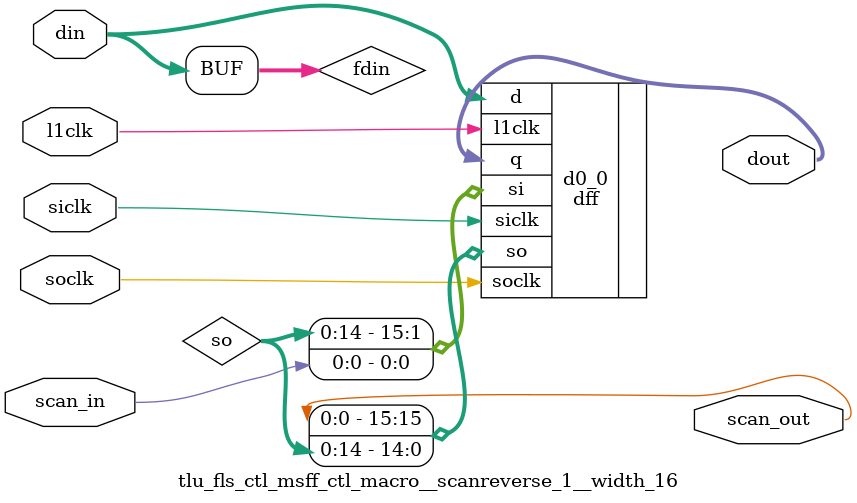
<source format=v>
module tlu_fls_ctl (
  l2clk, 
  scan_in, 
  tcu_pce_ov, 
  spc_aclk, 
  spc_bclk, 
  tcu_scan_en, 
  spc_aclk_wmr, 
  wmr_scan_in, 
  lsu_tlu_pmen, 
  thread_group, 
  trl_shscanid, 
  tcu_core_running, 
  tcu_ss_mode, 
  tcu_do_mode, 
  tcu_ss_request, 
  cxi_xir, 
  cxi_ivt, 
  dec_raw_pick_p, 
  dec_tid_m, 
  dec_inst_valid_m, 
  dec_lsu_inst_m, 
  dec_fgu_inst_m, 
  dec_illegal_inst_m, 
  dec_exc_m, 
  dec_done_inst_m, 
  dec_retry_inst_m, 
  dec_sir_inst_m, 
  dec_hpriv_exc_m, 
  dec_priv_exc_m, 
  dec_fpdisable_exc_m, 
  dec_br_taken_m, 
  dec_annul_ds_m, 
  dec_ds_m, 
  dec_icache_perr_m, 
  dec_cti_inst_m, 
  dec_flush_b, 
  exu_ibp_m, 
  exu_tcc_m, 
  exu_tof_m, 
  exu_cecc_m, 
  exu_uecc_m, 
  exu_oor_va_m, 
  exu_misalign_m, 
  exu_spill_b, 
  exu_fill_m, 
  exu_normal_b, 
  exu_cleanwin_b, 
  exu_wstate_b, 
  exu_trap_number_b, 
  exu_cwp0, 
  exu_cwp1, 
  exu_cwp2, 
  exu_cwp3, 
  lsu_lddf_align_b, 
  lsu_stdf_align_b, 
  lsu_illegal_inst_b, 
  lsu_daccess_prot_b, 
  lsu_priv_action_b, 
  lsu_va_watchpoint_b, 
  lsu_pa_watchpoint_b, 
  lsu_align_b, 
  lsu_tlb_miss_b_, 
  lsu_dae_invalid_asi_b, 
  lsu_dae_nc_page_b, 
  lsu_dae_nfo_page_b, 
  lsu_dae_priv_viol_b, 
  lsu_dae_so_page, 
  lsu_priv_action_g, 
  lsu_tid_g, 
  lsu_trap_flush, 
  lsu_spec_enable, 
  lsu_tlb_bypass_b, 
  lsu_tlb_real_b, 
  lsu_sync_inst_b, 
  lsu_tlu_twocycle_m, 
  lsu_block_store_b, 
  lsu_dcl2u_err_g, 
  lsu_dcl2nd_err_g, 
  lsu_dcerr_tid_g, 
  lsu_sbdlc_err_g, 
  lsu_sbdlu_err_g, 
  lsu_sbapp_err_g, 
  lsu_sbdiou_err_g, 
  lsu_stberr_tid_g, 
  lsu_dttp_err_b, 
  lsu_dtdp_err_b, 
  lsu_dtmh_err_b, 
  lsu_perfmon_trap_b, 
  lsu_perfmon_trap_g, 
  lsu_immu_enable, 
  fgu_predict_fx2, 
  fgu_pdist_beat2_fx1, 
  fgu_cecc_fx2, 
  fgu_uecc_fx2, 
  fgu_fpx_ieee_trap_fw, 
  fgu_fpd_ieee_trap_fw, 
  fgu_fpx_unfin_fw, 
  fgu_fpd_unfin_fw, 
  fgu_fpd_idiv0_trap_fw, 
  fgu_fpx_trap_tid_fw, 
  fgu_fpd_trap_tid_fw, 
  asi_ece_exc, 
  asi_eue_exc, 
  asi_ecc_tid, 
  asi_irl_cleared, 
  asi_halt, 
  asi_decr, 
  asi_clear_spu_trap_req, 
  tel_tsacu_exc, 
  mmu_hw_tw_enable, 
  mmu_i_unauth_access, 
  mmu_i_tsb_miss, 
  mmu_d_tsb_miss, 
  mmu_i_tte_outofrange, 
  mmu_d_tte_outofrange, 
  mmu_asi_cecc, 
  mmu_asi_uecc, 
  mmu_asi_tid, 
  mmu_i_eccerr, 
  mmu_d_eccerr, 
  mmu_thr0_err_type_b1, 
  mmu_thr1_err_type_b1, 
  mmu_thr2_err_type_b1, 
  mmu_thr3_err_type_b1, 
  mmu_dae_req, 
  mmu_dae_tid, 
  spu_tlu_ma_int_req, 
  spu_tlu_cwq_int_req, 
  pmu_tlu_trap_m, 
  pmu_tlu_debug_event, 
  pct_iaw_exc_e, 
  pct_npc_0_w, 
  pct_npc_1_w, 
  pct_npc_2_w, 
  pct_npc_3_w, 
  pct_pc_oor_va_e, 
  flsx_flush_lsu_b, 
  flsx_flush_fgu_b, 
  trl_tl_eq_0, 
  trl_pil_mask_15, 
  trl_iln_exc, 
  trl_hstick_match, 
  trl_unhalt_, 
  trl_tlz_exc, 
  trl_nns_exc, 
  trl_ssc_exc, 
  trl_invalidate_pc, 
  trl_invalidate_npc, 
  trl_pc_sel_trap_pc, 
  trl_fls_npc_en, 
  trl_trap_taken, 
  trl_take_sma, 
  trl_take_cwq, 
  trl_take_xir, 
  trl_take_ftt, 
  trl_core_running_status, 
  trl_check_rqr, 
  tlu_ceter_de, 
  tlu_ceter_dhcce, 
  tsd_hpstate_ibe, 
  tsd_hpstate_hpriv, 
  tsd_hpstate_red, 
  tsd_pstate_tct, 
  tsd_pstate_priv, 
  tsd_pstate_ie, 
  tsd_pstate_am, 
  tsd_itlb_bypass, 
  tsd_mrqr_exc_, 
  tsd_dqr_exc_, 
  asi_check_qr_exc, 
  dfd_fls_desr_f, 
  dfd_fls_desr_s, 
  ras_precise_error, 
  ras_disrupting_error, 
  ras_deferred_error, 
  scan_out, 
  wmr_scan_out, 
  fls_spc_hardstop_request, 
  fls_spc_softstop_request, 
  fls_spc_trigger_pulse, 
  tlu_dbg_instr_cmt_grp, 
  tlu_flush_ifu, 
  tlu_flush_exu_b, 
  tlu_flush_lsu_b, 
  tlu_flush_fgu_b, 
  tlu_flush_pmu_b, 
  tlu_flush_pmu_w, 
  tlu_load_i_tag_access_p, 
  tlu_load_i_tag_access_n, 
  tlu_load_d_tag_access, 
  tlu_load_d_tag_access_r, 
  fls_flush_lsu_b, 
  fls_flush_fgu_b, 
  fls_pc_is_npc, 
  fls_tid_d, 
  fls_tid_dec_b, 
  fls_tid_dec_w, 
  fls_pc_sel_npc, 
  fls_pc_sel_npc_plus_4, 
  fls_npc_sel_npc_plus_4, 
  fls_npc_sel_npc_plus_8, 
  fls_npc_sel_target, 
  fls_npc_b_sel_npc, 
  fls_pstate_am_d_, 
  fls_pstate_am_b_, 
  fls_pstate_am_w_, 
  fls_lsu_inst_w, 
  fls_dfd_lsu_inst_b, 
  fls_wstate0, 
  fls_wstate1, 
  fls_wstate2, 
  fls_wstate3, 
  fls_tcc_number_0, 
  fls_tcc_number_1, 
  fls_tcc_number_2, 
  fls_tcc_number_3, 
  fls_tid_dec_w_in, 
  fls_por_request, 
  fls_xir_request, 
  fls_ivt_request, 
  fls_sir_request, 
  fls_itm_request, 
  fls_iln_request, 
  fls_hst_request, 
  fls_tlz_request, 
  fls_sma_request, 
  fls_cwq_request, 
  fls_ade_request, 
  fls_iae_request, 
  fls_ipe_request, 
  fls_ipv_request, 
  fls_inp_request, 
  fls_iar_request, 
  fls_irr_request, 
  fls_mar_request, 
  fls_mrr_request, 
  fls_pro_request, 
  fls_ill_request, 
  fls_don_request, 
  fls_ret_request, 
  fls_fpd_request, 
  fls_snn_request, 
  fls_sno_request, 
  fls_fnn_request, 
  fls_fno_request, 
  fls_clw_request, 
  fls_dtm_request, 
  fls_ldf_request, 
  fls_stf_request, 
  fls_dap_request, 
  fls_vaw_request, 
  fls_iaw_request, 
  fls_paw_request, 
  fls_maa_request, 
  fls_fpe_request, 
  fls_fei_request, 
  fls_fof_request, 
  fls_pra_request, 
  fls_dia_request, 
  fls_ups_request, 
  fls_dpv_request, 
  fls_dnc_request, 
  fls_dnf_request, 
  fls_dso_request, 
  fls_tof_request, 
  fls_dbz_request, 
  fls_tcc_request, 
  fls_dae_request, 
  fls_lsr_request, 
  fls_irt_request, 
  fls_drt_request, 
  fls_pmu_request, 
  fls_mqr_request, 
  fls_dqr_request, 
  fls_rqr_request, 
  fls_idl_request, 
  fls_res_request, 
  fls_ssr_request, 
  fls_ssc_request, 
  fls_nns_request, 
  fls_ime_request, 
  fls_dme_request, 
  fls_eer_request, 
  fls_icp_request, 
  fls_ftt_request, 
  fls_ibp_request, 
  fls_tct_request, 
  fls_ref_request, 
  fls_ipe_dme_request, 
  fls_pc_valid, 
  fls_load_dsfar, 
  fls_irf_cecc_b, 
  fls_irf_uecc_b, 
  fls_kill_irf_ecc_w, 
  fls_cwp0, 
  fls_cwp1, 
  fls_cwp2, 
  fls_cwp3, 
  fls_core_running, 
  fls_ss_request, 
  fls_pct_pc_en, 
  fls_pct_npc_en, 
  fls_trl_l1en, 
  fls_npc_if_cnt_eq_1_d, 
  fls_npc_if_cnt_eq_2_d, 
  fls_npc_if_cnt_eq_3_d, 
  fls_flush, 
  fls_disrupting_flush_w, 
  fls_f_cecc_w, 
  fls_f_uecc_w, 
  fls_ss_update_pc_w, 
  tlu_iht_request, 
  tlu_dht_request, 
  tlu_itlb_bypass_e, 
  tlu_tag_access_tid_b, 
  tlu_i_tag_access_b, 
  tlu_d_tag_access_b, 
  tlu_retry_state, 
  tlu_halted);
wire pce_ov;
wire stop;
wire siclk;
wire soclk;
wire se;
wire beat_two_b_in;
wire l_tlu_twocycle_b;
wire fgu_inst_b;
wire beat_two_b_lat_scanin;
wire beat_two_b_lat_scanout;
wire beat_two_b;
wire pbeat_two_b;
wire beat_two_w;
wire exc_for_w;
wire l1en_b2w_in;
wire pre_inst_valid_b;
wire l1en_b2w;
wire [3:0] tid_dec_w;
wire [3:0] flush_gfb;
wire [3:0] m_dae_req_w;
wire [3:0] por_req;
wire [3:0] res_req;
wire [3:0] trap_flush;
wire [3:0] pdist_ecc_w;
wire [3:0] ssr_req;
wire [3:0] multicycle_nns_to_npc_w;
wire l1en_b2w_lat_scanin;
wire l1en_b2w_lat_scanout;
wire l1clk_pm1;
wire l1clk;
wire hpstate_hpriv_lat_scanin;
wire hpstate_hpriv_lat_scanout;
wire [3:0] hpstate_hpriv;
wire [3:0] hpriv_bar_or_ie_in;
wire hpriv_bar_or_ie_lat_scanin;
wire hpriv_bar_or_ie_lat_scanout;
wire [3:0] phpriv_bar_or_ie;
wire [3:0] hpriv_bar_or_ie_m;
wire [3:0] tid_dec_m;
wire [3:0] hpriv_bar_and_ie_in;
wire hpriv_bar_and_ie_lat_scanin;
wire hpriv_bar_and_ie_lat_scanout;
wire [3:0] hpriv_bar_and_ie;
wire [1:0] tid_p;
wire tid_dec_d_lat_scanin;
wire tid_dec_d_lat_scanout;
wire [1:0] tid_d;
wire [3:0] tid_dec_d;
wire itlb_bypass_lat_scanin;
wire itlb_bypass_lat_scanout;
wire [3:0] itlb_bypass;
wire itlb_bypass_d;
wire itlb_bypass_e_lat_scanin;
wire itlb_bypass_e_lat_scanout;
wire itlb_bypass_e;
wire l_tlu_twocycle_b_in;
wire l_tlu_twocycle_b_lat_scanin;
wire l_tlu_twocycle_b_lat_scanout;
wire [1:0] tid_m;
wire twocycle_inst_b;
wire [1:0] tid_b;
wire tid_b_lat_scanin;
wire tid_b_lat_scanout;
wire fast_tid_dec_b_lat_scanin;
wire fast_tid_dec_b_lat_scanout;
wire [3:0] fast_tid_dec_b;
wire inst_valid_m;
wire pre_inst_valid_b_lat_scanin;
wire pre_inst_valid_b_lat_scanout;
wire [3:0] tid_dec_b;
wire tl_eq_0_lat_scanin;
wire tl_eq_0_lat_scanout;
wire [3:0] tl_eq_0;
wire tl_eq_0_b;
wire inst_valid_b;
wire flush_b;
wire preflush_exu_b;
wire exception_for_w;
wire bsee_flush_b;
wire lsu_inst_m;
wire lsu_inst_b;
wire lsu_inst_b_lat_scanin;
wire lsu_inst_b_lat_scanout;
wire fgu_inst_m;
wire fgu_inst_b_lat_scanin;
wire fgu_inst_b_lat_scanout;
wire illegal_inst_b_in;
wire illegal_inst_b_lat_scanin;
wire illegal_inst_b_lat_scanout;
wire pillegal_inst_b;
wire illegal_inst_b;
wire illegal_sir_b;
wire illegal_done_inst_b;
wire illegal_retry_inst_b;
wire itlb_miss_m;
wire itlb_miss_b_lat_scanin;
wire itlb_miss_b_lat_scanout;
wire itlb_miss_b;
wire ra_itlb_miss_m;
wire ra_itlb_miss_b_lat_scanin;
wire ra_itlb_miss_b_lat_scanout;
wire ra_itlb_miss_b;
wire itlb_priv_exc_m;
wire itlb_priv_exc_b_lat_scanin;
wire itlb_priv_exc_b_lat_scanout;
wire itlb_priv_exc_b;
wire itlb_nfo_exc_m;
wire itlb_nfo_exc_b_lat_scanin;
wire itlb_nfo_exc_b_lat_scanout;
wire itlb_nfo_exc_b;
wire i_l2_unde_m;
wire i_l2_unde_b_lat_scanin;
wire i_l2_unde_b_lat_scanout;
wire i_l2_unde_b;
wire i_oor_va_m;
wire i_oor_va_b_lat_scanin;
wire i_oor_va_b_lat_scanout;
wire i_oor_va_b;
wire i_ra_oor_va_m;
wire i_ra_oor_va_b_lat_scanin;
wire i_ra_oor_va_b_lat_scanout;
wire i_ra_oor_va_b;
wire itlb_err_m;
wire itlb_err_b_lat_scanin;
wire itlb_err_b_lat_scanout;
wire itlb_err_b;
wire pre_icache_exc_m;
wire ic_err_m;
wire ic_err_b_lat_scanin;
wire ic_err_b_lat_scanout;
wire ic_err_b;
wire done_inst_b_in;
wire done_inst_b_lat_scanin;
wire done_inst_b_lat_scanout;
wire pdone_inst_b;
wire done_inst_b;
wire priv_exc_b;
wire retry_inst_b_in;
wire retry_inst_b_lat_scanin;
wire retry_inst_b_lat_scanout;
wire pretry_inst_b;
wire retry_inst_b;
wire sir_b_in;
wire sir_b_lat_scanin;
wire sir_b_lat_scanout;
wire psir_b;
wire in_hpriv_b;
wire sir_b;
wire hpriv_exc_b_in;
wire hpriv_exc_b_lat_scanin;
wire hpriv_exc_b_lat_scanout;
wire hpriv_exc_b;
wire priv_exc_b_in;
wire priv_exc_b_lat_scanin;
wire priv_exc_b_lat_scanout;
wire fpdisable_exc_b_in;
wire fpdisable_exc_b_lat_scanin;
wire fpdisable_exc_b_lat_scanout;
wire fpdisable_exc_b;
wire e_cecc_b_in;
wire e_uecc_b_in;
wire ecc_b_lat_scanin;
wire ecc_b_lat_scanout;
wire e_cecc_b;
wire e_uecc_b;
wire misalign_b_in;
wire misalign_b_lat_scanin;
wire misalign_b_lat_scanout;
wire misalign_b;
wire e_oor_va_b_lat_scanin;
wire e_oor_va_b_lat_scanout;
wire pe_oor_va_b;
wire e_oor_va_b;
wire pstate_am_b;
wire e_tcc_b_in;
wire e_tcc_b_lat_scanin;
wire e_tcc_b_lat_scanout;
wire e_tcc_b;
wire e_tof_b_in;
wire e_tof_b_lat_scanin;
wire e_tof_b_lat_scanout;
wire e_tof_b;
wire e_fill_b_in;
wire e_fill_b_lat_scanin;
wire e_fill_b_lat_scanout;
wire e_fill_b;
wire br_exc_b;
wire pdec_exc_b;
wire br_oor_va_b;
wire br_ra_oor_va_b;
wire [3:0] perf_trap_b;
wire ibp_b;
wire iaw_b;
wire tct_b;
wire target_oor_b;
wire disrupting_flush_pending_tid_dec_b;
wire br_taken_b_in;
wire br_taken_b_lat_scanin;
wire br_taken_b_lat_scanout;
wire pre_br_taken_b;
wire br_taken_b;
wire annul_ds_m_lat_scanin;
wire annul_ds_m_lat_scanout;
wire pre_annul_ds_b;
wire annul_ds_b;
wire ds_b_lat_scanin;
wire ds_b_lat_scanout;
wire pre_ds_b;
wire ds_b;
wire [3:0] perf_trap_m;
wire [3:0] pil_mask_15;
wire perf_trap_b_lat_scanin;
wire perf_trap_b_lat_scanout;
wire pil_mask_15_lat_scanin;
wire pil_mask_15_lat_scanout;
wire ibe_m;
wire ibp_b_in;
wire ibp_b_lat_scanin;
wire ibp_b_lat_scanout;
wire itlb_va_pa_enabled;
wire [3:0] immu_enable;
wire iaw_exc_m_in;
wire iaw_exc_m_lat_scanin;
wire iaw_exc_m_lat_scanout;
wire iaw_exc_m;
wire iaw_b_in;
wire iaw_b_lat_scanin;
wire iaw_b_lat_scanout;
wire pstate_tct_m;
wire pstate_tct_b_lat_scanin;
wire pstate_tct_b_lat_scanout;
wire pstate_tct_b;
wire tct_b_in_b;
wire tct_b_in;
wire tct_b_lat_scanin;
wire tct_b_lat_scanout;
wire ptct_b;
wire cti_b_in;
wire cti_b_lat_scanin;
wire cti_b_lat_scanout;
wire cti_b;
wire disrupting_flush_b;
wire pmu_debug_exc_b;
wire twocycle_inst_w_lat_scanin;
wire twocycle_inst_w_lat_scanout;
wire ptwocycle_inst_w;
wire twocycle_inst_w;
wire d_flush_w_lat_scanin;
wire d_flush_w_lat_scanout;
wire d_flush_w;
wire [3:0] dec_inst_valid_b;
wire [3:0] tid_dec_w_in;
wire tid_dec_w_lat_scanin;
wire tid_dec_w_lat_scanout;
wire pstate_am_b_in;
wire pstate_am_b_lat_scanin;
wire pstate_am_b_lat_scanout;
wire pstate_am_w_lat_scanin;
wire pstate_am_w_lat_scanout;
wire pstate_am_w;
wire [3:0] dec_two_tid_b;
wire [3:0] two_tid_dec_w_in;
wire two_tid_dec_w_lat_scanin;
wire two_tid_dec_w_lat_scanout;
wire [3:0] two_tid_dec_w;
wire inst_valid_w_lat_scanin;
wire inst_valid_w_lat_scanout;
wire pre_inst_valid_w;
wire inst_valid_w;
wire illegal_inst_w_in;
wire kill_exc_gt_6_lt_7_b_;
wire illegal_inst_w_lat_scanin;
wire illegal_inst_w_lat_scanout;
wire illegal_inst_w;
wire itlb_miss_w_in;
wire m103663_exc_b;
wire kill_exc_lt_6_b_;
wire itlb_miss_w_lat_scanin;
wire itlb_miss_w_lat_scanout;
wire itlb_miss_w;
wire ra_itlb_miss_w_in;
wire ra_itlb_miss_w_lat_scanin;
wire ra_itlb_miss_w_lat_scanout;
wire ra_itlb_miss_w;
wire itlb_priv_exc_w_in;
wire itlb_priv_exc_w_lat_scanin;
wire itlb_priv_exc_w_lat_scanout;
wire itlb_priv_exc_w;
wire itlb_nfo_exc_w_in;
wire itlb_nfo_exc_w_lat_scanin;
wire itlb_nfo_exc_w_lat_scanout;
wire itlb_nfo_exc_w;
wire i_l2_unde_w_in;
wire i_l2_err_w_lat_scanin;
wire i_l2_err_w_lat_scanout;
wire i_l2_unde_w;
wire i_oor_va_w_in;
wire target_oor_va_b;
wire kill_exc_iar_irr_b_;
wire i_oor_va_w_lat_scanin;
wire i_oor_va_w_lat_scanout;
wire i_oor_va_w;
wire i_ra_oor_va_w_in;
wire target_ra_oor_va_b;
wire i_ra_oor_va_w_lat_scanin;
wire i_ra_oor_va_w_lat_scanout;
wire i_ra_oor_va_w;
wire itlb_err_w_in;
wire itlb_err_w_lat_scanin;
wire itlb_err_w_lat_scanout;
wire itlb_err_w;
wire ic_err_w_in;
wire icp_req_in;
wire ic_err_w_lat_scanin;
wire ic_err_w_lat_scanout;
wire icp_req;
wire done_inst_w_in;
wire kill_exc_b_;
wire done_inst_w_lat_scanin;
wire done_inst_w_lat_scanout;
wire done_inst_w;
wire retry_inst_w_in;
wire retry_inst_w_lat_scanin;
wire retry_inst_w_lat_scanout;
wire retry_inst_w;
wire sir_w_in;
wire dsc_req_in;
wire sir_w_lat_scanin;
wire sir_w_lat_scanout;
wire sir_w;
wire hpriv_exc_w_in;
wire hpriv_exc_w_lat_scanin;
wire hpriv_exc_w_lat_scanout;
wire hpriv_exc_w;
wire priv_exc_w_in;
wire kill_exc_ge_7_lt_11_b_;
wire priv_exc_w_lat_scanin;
wire priv_exc_w_lat_scanout;
wire priv_exc_w;
wire fpdisable_exc_w_in;
wire fpdisable_exc_w_lat_scanin;
wire fpdisable_exc_w_lat_scanout;
wire fpdisable_exc_w;
wire tcc_w_in;
wire tcc_w_lat_scanin;
wire tcc_w_lat_scanout;
wire tcc_w;
wire tof_w_in;
wire tof_w_lat_scanin;
wire tof_w_lat_scanout;
wire tof_w;
wire kill_e_f_ecc_b;
wire e_ecc_b;
wire e_f_ecc_w_in;
wire f_ecc_b;
wire e_ecc_w_lat_scanin;
wire e_ecc_w_lat_scanout;
wire e_f_ecc_w;
wire kill_irf_ecc_w_lat_scanin;
wire kill_irf_ecc_w_lat_scanout;
wire kill_e_f_ecc_w;
wire e_misalign_b;
wire fnn_b;
wire fno_b;
wire e_misalign_w_in;
wire e_misalign_w_lat_scanin;
wire e_misalign_w_lat_scanout;
wire e_misalign_w;
wire immu_enable_lat_scanin;
wire immu_enable_lat_scanout;
wire br_real_b;
wire br_bypass_b;
wire ld_oor_va_b;
wire br_oor_va_w_in;
wire br_ld_oor_va_w_in;
wire br_ld_oor_va_w_lat_scanin;
wire br_ld_oor_va_w_lat_scanout;
wire br_ld_oor_va_w;
wire ld_ra_oor_va_b;
wire br_ra_oor_va_w_in;
wire br_ld_ra_oor_va_w_in;
wire br_ld_ra_oor_va_w_lat_scanin;
wire br_ld_ra_oor_va_w_lat_scanout;
wire br_ld_ra_oor_va_w;
wire pc_oor_va_b_lat_scanin;
wire pc_oor_va_b_lat_scanout;
wire pc_oor_va_m;
wire pc_oor_va_b;
wire snn_b;
wire sno_b;
wire snn_w_in;
wire sno_w_in;
wire fnn_w_in;
wire fno_w_in;
wire snn_w_lat_scanin;
wire snn_w_lat_scanout;
wire snn_w;
wire sno_w_lat_scanin;
wire sno_w_lat_scanout;
wire sno_w;
wire fnn_w_lat_scanin;
wire fnn_w_lat_scanout;
wire fnn_w;
wire fno_w_lat_scanin;
wire fno_w_lat_scanout;
wire fno_w;
wire clw_b;
wire clw_w_in;
wire clw_w_lat_scanin;
wire clw_w_lat_scanout;
wire clw_w;
wire lsu_inst_w_lat_scanin;
wire lsu_inst_w_lat_scanout;
wire lsu_inst_w;
wire cti_w_lat_scanin;
wire cti_w_lat_scanout;
wire cti_w;
wire [2:0] wstate3_b;
wire [2:0] wstate3_w;
wire wstate3_w_lat_scanin;
wire wstate3_w_lat_scanout;
wire [2:0] wstate2_b;
wire [2:0] wstate2_w;
wire wstate2_w_lat_scanin;
wire wstate2_w_lat_scanout;
wire [2:0] wstate1_b;
wire [2:0] wstate1_w;
wire wstate1_w_lat_scanin;
wire wstate1_w_lat_scanout;
wire [2:0] wstate0_b;
wire [2:0] wstate0_w;
wire wstate0_w_lat_scanin;
wire wstate0_w_lat_scanout;
wire in_user_b;
wire [7:0] trap_number_b;
wire trap_number_w_lat_scanin;
wire trap_number_w_lat_scanout;
wire [7:0] trap_number_w;
wire [7:0] trap_number_3_in;
wire [7:0] trap_number_3;
wire trap_number_3_lat_scanin;
wire trap_number_3_lat_scanout;
wire [7:0] trap_number_2_in;
wire [7:0] trap_number_2;
wire trap_number_2_lat_scanin;
wire trap_number_2_lat_scanout;
wire [7:0] trap_number_1_in;
wire [7:0] trap_number_1;
wire trap_number_1_lat_scanin;
wire trap_number_1_lat_scanout;
wire [7:0] trap_number_0_in;
wire [7:0] trap_number_0;
wire trap_number_0_lat_scanin;
wire trap_number_0_lat_scanout;
wire lddf_align_b;
wire lddf_align_w_in;
wire lddf_align_w_lat_scanin;
wire lddf_align_w_lat_scanout;
wire lddf_align_w;
wire stdf_align_b;
wire stdf_align_w_in;
wire stdf_align_w_lat_scanin;
wire stdf_align_w_lat_scanout;
wire stdf_align_w;
wire daccess_prot_b;
wire dtlb_error_b;
wire daccess_prot_w_in;
wire daccess_prot_w_lat_scanin;
wire daccess_prot_w_lat_scanout;
wire daccess_prot_w;
wire priv_action_b;
wire priv_action_w_in;
wire priv_action_w_lat_scanin;
wire priv_action_w_lat_scanout;
wire priv_action_w;
wire va_watchpoint_b;
wire va_watchpoint_w_in;
wire va_watchpoint_w_lat_scanin;
wire va_watchpoint_w_lat_scanout;
wire va_watchpoint_w;
wire pa_watchpoint_b;
wire pa_watchpoint_w_in;
wire pa_watchpoint_w_lat_scanin;
wire pa_watchpoint_w_lat_scanout;
wire pa_watchpoint_w;
wire align_b;
wire align_w_in;
wire align_w_lat_scanin;
wire align_w_lat_scanout;
wire align_w;
wire dtlb_miss_b;
wire perfmon_trap_b;
wire dtlb_miss_w_in;
wire dtlb_w_lat_scanin;
wire dtlb_w_lat_scanout;
wire dtlb_miss_w;
wire ra_dtlb_miss_b;
wire ra_dtlb_miss_w_in;
wire ra_dtlb_w_lat_scanin;
wire ra_dtlb_w_lat_scanout;
wire ra_dtlb_miss_w;
wire l_real_w_lat_scanin;
wire l_real_w_lat_scanout;
wire l_real_w;
wire dae_invalid_asi_b;
wire dae_invalid_asi_w_in;
wire dae_invalid_asi_w_lat_scanin;
wire dae_invalid_asi_w_lat_scanout;
wire dae_invalid_asi_w;
wire dae_nc_page_b;
wire dae_nc_page_w_in;
wire dae_nc_page_w_lat_scanin;
wire dae_nc_page_w_lat_scanout;
wire dae_nc_page_w;
wire dae_nfo_page_b;
wire dae_nfo_page_w_in;
wire dae_nfo_page_w_lat_scanin;
wire dae_nfo_page_w_lat_scanout;
wire dae_nfo_page_w;
wire dae_priv_viol_b;
wire dae_priv_viol_w_in;
wire dae_priv_viol_w_lat_scanin;
wire dae_priv_viol_w_lat_scanout;
wire dae_priv_viol_w;
wire dae_so_page_b;
wire dae_so_page_w_in;
wire dae_so_page_w_lat_scanin;
wire dae_so_page_w_lat_scanout;
wire dae_so_page_w;
wire dtlb_error_w_in;
wire dtlb_error_w_lat_scanin;
wire dtlb_error_w_lat_scanout;
wire dtlb_error_w;
wire pil_mask_15_b;
wire precise_perf_trap_b;
wire tlz_exc_dec_b;
wire por_req_in;
wire xir_req_in;
wire ftt_req_in;
wire debug_exc_b;
wire precise_perf_trap_w_in;
wire precise_perf_trap_w_lat_scanin;
wire precise_perf_trap_w_lat_scanout;
wire precise_perf_trap_w;
wire perf_trap_w_in;
wire perf_trap_w_lat_scanin;
wire perf_trap_w_lat_scanout;
wire perf_trap_w;
wire ibp_w_in;
wire ibp_w_lat_scanin;
wire ibp_w_lat_scanout;
wire ibp_w;
wire iaw_w_in;
wire kill_exc_iaw_b_;
wire iaw_w_lat_scanin;
wire iaw_w_lat_scanout;
wire iaw_w;
wire tct_w_in;
wire tct_w_lat_scanin;
wire tct_w_lat_scanout;
wire tct_w;
wire l_spec_enable_lat_scanin;
wire l_spec_enable_lat_scanout;
wire [3:0] l_spec_enable;
wire spec_enable;
wire f_predict_b;
wire f_predict_w_in;
wire f_predict_w_lat_scanin;
wire f_predict_w_lat_scanout;
wire f_predict_w;
wire pdist_beat2_fx2_in;
wire pdist_beat2_fx2_lat_scanin;
wire pdist_beat2_fx2_lat_scanout;
wire pdist_beat2_fx2;
wire f_cecc_w_lat_scanin;
wire f_cecc_w_lat_scanout;
wire f_uecc_w_lat_scanin;
wire f_uecc_w_lat_scanout;
wire pdist_ecc_b;
wire [3:0] pdist_ecc_w_in;
wire pdist_ecc_w_lat_scanin;
wire pdist_ecc_w_lat_scanout;
wire [3:0] m_asi_ecc_b;
wire [3:0] asi_ecc_b;
wire asi_ecc_w_lat_scanin;
wire asi_ecc_w_lat_scanout;
wire [3:0] asi_ecc_w;
wire [3:0] ime_b;
wire ime_w_lat_scanin;
wire ime_w_lat_scanout;
wire [3:0] ime_w;
wire [3:0] dme_b;
wire dme_w_lat_scanin;
wire dme_w_lat_scanout;
wire [3:0] dme_w;
wire [3:0] m_dae_req_m;
wire m_dae_req_b_lat_scanin;
wire m_dae_req_b_lat_scanout;
wire [3:0] pm_dae_req_b;
wire [3:0] m_dae_req_b;
wire m_dae_req_w_lat_scanin;
wire m_dae_req_w_lat_scanout;
wire br_taken_not_annul_ds_w_in;
wire br_taken_not_annul_ds_w_lat_scanin;
wire br_taken_not_annul_ds_w_lat_scanout;
wire br_taken_not_annul_ds_w;
wire [3:0] hold_nns_exc_w;
wire [3:0] clear_nns_exc_w;
wire [3:0] flush_not_tablewalk;
wire [3:0] flush_ifu;
wire [3:0] iht_request;
wire [3:0] dht_request;
wire [3:0] hwtw_exception;
wire [3:0] nns_exc_in;
wire [3:0] nns_exc;
wire nns_exc_lat_scanin;
wire nns_exc_lat_scanout;
wire ssmode;
wire domode;
wire sync_inst_b;
wire [3:0] nns_to_pc_b;
wire [3:0] tid_dec_valid_b;
wire [3:0] nns_to_npc_b;
wire [3:0] bsee_req_in;
wire [3:0] multicycle_nns_to_npc_b;
wire bsee_req_w_in;
wire [3:0] block_store_w;
wire nns_exc_w_lat_scanin;
wire nns_exc_w_lat_scanout;
wire [3:0] pnns_to_pc_w;
wire [3:0] pnns_to_npc_w;
wire [3:0] nns_to_pc_w;
wire [3:0] nns_to_npc_w;
wire same_thread_b_m;
wire [3:0] pbsee_pending_in;
wire [3:0] bsee_pending;
wire itlb_exc_b;
wire dtlb_exc_b;
wire dec_exc_b;
wire exu_exc_b;
wire lsu_exc_b;
wire fgu_exc_b;
wire exc_w_lat_scanin;
wire exc_w_lat_scanout;
wire dec_exc_w;
wire exu_exc_w;
wire lsu_exc_w;
wire fgu_exc_w;
wire bsee_req_w;
wire trap_flush_lat_scanin;
wire trap_flush_lat_scanout;
wire [3:0] ptrap_flush;
wire preflush_exu_m;
wire preflush_lsu_m;
wire preflush_fgu_m;
wire preflush_b_lat_scanin;
wire preflush_b_lat_scanout;
wire preflush_lsu_b;
wire preflush_fgu_b;
wire flush_lsu_b;
wire flush_fgu_b;
wire [3:0] sync_flush_ifu;
wire [3:0] flush_not_disrupting;
wire [3:0] bsee_req;
wire [3:0] clear_disrupting_flush_pending_w;
wire [3:0] core_running;
wire [3:0] clear_disrupting_flush_pending;
wire tlz_exc_b;
wire [3:0] l_tid_dec_g;
wire [3:0] fpx_tid_dec_fb;
wire [3:0] fpd_tid_dec_fb;
wire [3:0] dcerr_tid_dec_g;
wire [3:0] l_l2_ecc_g;
wire [3:0] l_sbdl_ecc_g;
wire [3:0] priv_action_g;
wire [3:0] precise_perf_trap_g;
wire [3:0] fpx_ieee_exc_fb;
wire [3:0] fpd_ieee_exc_fb;
wire [3:0] fpx_unfin_exc_fb;
wire [3:0] fpd_unfin_exc_fb;
wire [3:0] idiv0_exc_fb;
wire [3:0] flush_gfb_in;
wire flush_gfb_lat_scanin;
wire flush_gfb_lat_scanout;
wire l_l2_ecc_w_lat_scanin;
wire l_l2_ecc_w_lat_scanout;
wire [3:0] l_l2_ecc_w;
wire l_sbdl_ecc_w_lat_scanin;
wire l_sbdl_ecc_w_lat_scanout;
wire [3:0] l_sbdl_ecc_w;
wire priv_action_g_w_lat_scanin;
wire priv_action_g_w_lat_scanout;
wire [3:0] priv_action_g_w;
wire precise_perf_trap_g_w_lat_scanin;
wire precise_perf_trap_g_w_lat_scanout;
wire [3:0] precise_perf_trap_g_w;
wire [3:0] ieee_exc_fb;
wire ieee_exc_fw_lat_scanin;
wire ieee_exc_fw_lat_scanout;
wire [3:0] ieee_exc_fw;
wire [3:0] unfin_fb;
wire unfin_fw_lat_scanin;
wire unfin_fw_lat_scanout;
wire [3:0] unfin_fw;
wire idiv0_exc_fw_lat_scanin;
wire idiv0_exc_fw_lat_scanout;
wire [3:0] idiv0_exc_fw;
wire [3:0] xir_flush_in;
wire [3:0] pre_xir_flush;
wire xir_flush_lat_scanin;
wire xir_flush_lat_scanout;
wire [3:0] xir_flush_m;
wire xir_flush_b_in;
wire xir_flush_b_lat_scanin;
wire xir_flush_b_lat_scanout;
wire xir_flush_b;
wire pre_desr_f_lat_scanin;
wire pre_desr_f_lat_scanout;
wire [3:0] pre_desr_f;
wire [3:0] desr_f_in;
wire [3:0] desr_f;
wire desr_f_lat_scanin;
wire desr_f_lat_scanout;
wire desr_s_lat_scanin;
wire desr_s_lat_scanout;
wire [3:0] desr_s;
wire [3:0] eer_err_m;
wire eer_err_b_in;
wire eer_err_b_lat_scanin;
wire eer_err_b_lat_scanout;
wire eer_err_b;
wire [3:0] ade_err_m;
wire ade_err_b_in;
wire ade_err_b_lat_scanin;
wire ade_err_b_lat_scanout;
wire ade_err_b;
wire [3:0] l_sbpp_in;
wire [3:0] pre_l_sbpp;
wire l_sbpp_lat_scanin;
wire l_sbpp_lat_scanout;
wire [3:0] l_sbpp_m;
wire l_sbpp_b_in;
wire l_sbpp_b_lat_scanin;
wire l_sbpp_b_lat_scanout;
wire l_sbpp_b;
wire [3:0] ma_flush_in;
wire [3:0] pre_ma_flush;
wire ma_flush_lat_scanin;
wire ma_flush_lat_scanout;
wire [3:0] ma_flush_m;
wire ma_flush_b_in;
wire ma_flush_b_lat_scanin;
wire ma_flush_b_lat_scanout;
wire ma_flush_b;
wire [3:0] cwq_flush_in;
wire [3:0] pre_cwq_flush;
wire cwq_flush_lat_scanin;
wire cwq_flush_lat_scanout;
wire [3:0] cwq_flush_m;
wire cwq_flush_b_in;
wire cwq_flush_b_lat_scanin;
wire cwq_flush_b_lat_scanout;
wire cwq_flush_b;
wire tsa_tca_ecc_error;
wire [3:0] check_mqr_dqr_;
wire [3:0] check_mqr_dqr;
wire [3:0] check_rqr_;
wire [3:0] check_rqr;
wire [3:0] pmqr_exc_in;
wire [3:0] pmqr_exc;
wire pmqr_exc_lat_wmr_scanin;
wire pmqr_exc_lat_wmr_scanout;
wire [3:0] mqr_exc_m;
wire mqr_exc_b_in;
wire mqr_exc_b_lat_scanin;
wire mqr_exc_b_lat_scanout;
wire mqr_exc_b;
wire [3:0] pdqr_exc_in;
wire [3:0] pdqr_exc;
wire pdqr_exc_lat_wmr_scanin;
wire pdqr_exc_lat_wmr_scanout;
wire [3:0] dqr_exc_m;
wire dqr_exc_b_in;
wire dqr_exc_b_lat_scanin;
wire dqr_exc_b_lat_scanout;
wire dqr_exc_b;
wire [3:0] prqr_exc_in;
wire [3:0] prqr_exc;
wire prqr_exc_lat_wmr_scanin;
wire prqr_exc_lat_wmr_scanout;
wire [3:0] rqr_exc_m;
wire rqr_exc_b_in;
wire rqr_exc_b_lat_scanin;
wire rqr_exc_b_lat_scanout;
wire rqr_exc_b;
wire ivt_lat_scanin;
wire ivt_lat_scanout;
wire [3:0] ivt_last;
wire [3:0] ivt_flush_in;
wire [3:0] pre_ivt_flush;
wire ivt_flush_lat_wmr_scanin;
wire ivt_flush_lat_wmr_scanout;
wire [3:0] ivt_flush_m;
wire ivt_flush_b_in;
wire ivt_flush_b_lat_scanin;
wire ivt_flush_b_lat_scanout;
wire ivt_flush_b;
wire [3:0] iln_exc_m;
wire iln_exc_b_in;
wire iln_exc_b_lat_scanin;
wire iln_exc_b_lat_scanout;
wire iln_exc_b;
wire [3:0] tlz_exc_m;
wire tlz_exc_b_in;
wire tlz_exc_b_lat_scanin;
wire tlz_exc_b_lat_scanout;
wire [3:0] hst_exc_m;
wire hst_exc_b_in;
wire hst_exc_b_lat_scanin;
wire hst_exc_b_lat_scanout;
wire hst_exc_b;
wire [3:0] no_hold_disrupting_flush_in;
wire [3:0] idl_exc_in;
wire [3:0] disrupting_ssc_exc;
wire no_hold_disrupting_flush_lat_scanin;
wire no_hold_disrupting_flush_lat_scanout;
wire [3:0] no_hold_disrupting_flush;
wire [3:0] disrupting_flush_pending;
wire disrupting_flush_pending_tid_dec_m;
wire disrupting_flush_pending_tid_dec_b_lat_scanin;
wire disrupting_flush_pending_tid_dec_b_lat_scanout;
wire kill_pmu_debug_exc_b_;
wire pmu_debug_exc_ge_7_lt_11_b;
wire [3:0] clear_disrupting_flush_pending_w_in;
wire cdfpw_lat_scanin;
wire cdfpw_lat_scanout;
wire disrupting_flush_w_in;
wire refetch_b;
wire disrupting_flush_w_lat_scanin;
wire disrupting_flush_w_lat_scanout;
wire disrupting_flush_w;
wire block_store_w_lat_scanin;
wire block_store_w_lat_scanout;
wire [3:0] bsee_pending_in;
wire bsee_pending_lat_scanin;
wire bsee_pending_lat_scanout;
wire bsee_req_lat_scanin;
wire bsee_req_lat_scanout;
wire bsee_req_w_lat_scanin;
wire bsee_req_w_lat_scanout;
wire bsee_flush_b_in;
wire bsee_flush_b_lat_scanin;
wire bsee_flush_b_lat_scanout;
wire core_running_lat_scanin;
wire core_running_lat_scanout;
wire core_running_last_lat_scanin;
wire core_running_last_lat_scanout;
wire [3:0] core_running_last;
wire core_running_status_lat_scanin;
wire core_running_status_lat_scanout;
wire [3:0] core_running_status;
wire [3:0] idl_exc_new;
wire [3:0] idl_exc;
wire idl_exc_lat_scanin;
wire idl_exc_lat_scanout;
wire idl_exc_b;
wire idl_req_in;
wire rqr_req_in;
wire ade_req_in;
wire eer_req_in;
wire iln_req_in;
wire dqr_req_in;
wire mqr_req_in;
wire cwq_req_in;
wire ma_req_in;
wire ivt_req_in;
wire tlz_req_in;
wire hst_req_in;
wire idl_req_lat_scanin;
wire idl_req_lat_scanout;
wire idl_req;
wire [3:0] res_exc;
wire [3:0] ever_been_running;
wire ssmode_lat_scanin;
wire ssmode_lat_scanout;
wire domode_lat_scanin;
wire domode_lat_scanout;
wire ssreq_lat_scanin;
wire ssreq_lat_scanout;
wire ssreq;
wire [3:0] ssr_exc_forces_por;
wire [3:0] ssr_exc_b;
wire [3:0] por_exc;
wire [3:0] ssc_req;
wire [3:0] ssr_req_in;
wire ssr_req_lat_scanin;
wire ssr_req_lat_scanout;
wire [3:0] ever_been_running_in;
wire ever_been_running_lat_scanin;
wire ever_been_running_lat_scanout;
wire [3:0] por_req_vec_in;
wire por_req_lat_scanin;
wire por_req_lat_scanout;
wire [3:0] xir_request_in;
wire xir_req_lat_scanin;
wire xir_req_lat_scanout;
wire [3:0] xir_request;
wire [3:0] ftt_request_in;
wire ftt_req_lat_scanin;
wire ftt_req_lat_scanout;
wire [3:0] ftt_request;
wire ade_req_lat_scanin;
wire ade_req_lat_scanout;
wire ade_req;
wire eer_req_lat_scanin;
wire eer_req_lat_scanout;
wire eer_req;
wire ivt_req_lat_scanin;
wire ivt_req_lat_scanout;
wire ivt_req;
wire ma_req_lat_scanin;
wire ma_req_lat_scanout;
wire ma_req;
wire cwq_req_lat_scanin;
wire cwq_req_lat_scanout;
wire cwq_req;
wire mqr_req_lat_scanin;
wire mqr_req_lat_scanout;
wire mqr_req;
wire dqr_req_lat_scanin;
wire dqr_req_lat_scanout;
wire dqr_req;
wire rqr_req_lat_scanin;
wire rqr_req_lat_scanout;
wire rqr_req;
wire iln_req_lat_scanin;
wire iln_req_lat_scanout;
wire iln_req;
wire hst_req_lat_scanin;
wire hst_req_lat_scanout;
wire hst_req;
wire [3:0] tlz_request_in;
wire tlz_req_lat_scanin;
wire tlz_req_lat_scanout;
wire [3:0] tlz_request;
wire [3:0] ssc_req_in;
wire ssc_req_lat_scanin;
wire ssc_req_lat_scanout;
wire [3:0] disrupting_ssc_exc_in;
wire [3:0] idl_request;
wire [3:0] disrupting_ssc_req;
wire disrupting_ssc_exc_lat_scanin;
wire disrupting_ssc_exc_lat_scanout;
wire hw_tw_enabled_lat_scanin;
wire hw_tw_enabled_lat_scanout;
wire [3:0] hw_tw_enabled;
wire [3:0] hw_tw_disabled;
wire [3:0] itm_request;
wire load_i_tag_access_in;
wire load_i_tag_access_lat_scanin;
wire load_i_tag_access_lat_scanout;
wire load_i_tag_access_pre;
wire [3:0] load_i_tag_access;
wire [3:0] ipe_request;
wire [3:0] dtm_request;
wire load_d_tag_access_in;
wire load_d_tag_access_lat_scanin;
wire load_d_tag_access_lat_scanout;
wire load_d_tag_access;
wire [3:0] vaw_request;
wire [3:0] iaw_request;
wire [3:0] paw_request;
wire [3:0] irt_request;
wire [3:0] i_real_w;
wire [3:0] load_i_tag_access_r;
wire [3:0] drt_request;
wire [3:0] pre_lsr_request;
wire [3:0] ibp_request;
wire [3:0] tct_request;
wire refetch_w;
wire [3:0] m103663_in;
wire [3:0] m103663;
wire m103663_lat_scanin;
wire m103663_lat_scanout;
wire refetch_w_in;
wire refetch_w_lat_scanin;
wire refetch_w_lat_scanout;
wire [2:0] cwp3_in;
wire [2:0] cwp3;
wire [2:0] cwp2_in;
wire [2:0] cwp2;
wire [2:0] cwp1_in;
wire [2:0] cwp1;
wire [2:0] cwp0_in;
wire [2:0] cwp0;
wire cwp_lat_wmr_scanin;
wire cwp_lat_wmr_scanout;
wire [3:0] pc_valid;
wire [3:0] pc_sel_npc_plus_4;
wire [3:0] npc_valid;
wire prevent_valid;
wire [3:0] inst_b;
wire [3:0] pc_valid_in;
wire pc_valid_lat_scanin;
wire pc_valid_lat_scanout;
wire [3:0] npc_valid_in;
wire npc_valid_lat_scanin;
wire npc_valid_lat_scanout;
wire npc_is_valid;
wire [3:0] pc_is_npc_in;
wire [3:0] pc_is_npc;
wire pc_is_npc_lat_scanin;
wire pc_is_npc_lat_scanout;
wire [4:2] pre_npc_d;
wire sel_inst_cnt_m_1;
wire [4:2] npc_plus_0;
wire [4:2] npc_plus_1;
wire [4:2] npc_plus_2;
wire [4:2] npc_plus_3;
wire debug_event_lat_scanin;
wire debug_event_lat_scanout;
wire [3:0] debug_event;
wire softstop_req_in;
wire hardstop_req_in;
wire pulse_req_in;
wire softstop_req_lat_scanin;
wire softstop_req_lat_scanout;
wire softstop_req;
wire hardstop_req_lat_scanin;
wire hardstop_req_lat_scanout;
wire hardstop_req;
wire pulse_req_lat_scanin;
wire pulse_req_lat_scanout;
wire pulse_req;
wire [1:0] instr_cmt_grp_in;
wire instr_cmt_grp_lat_scanin;
wire instr_cmt_grp_lat_scanout;
wire [1:0] instr_cmt_grp;
wire [3:0] m114419_nor3_0;
wire [3:0] m114419_nor3_1;
wire [3:0] m114419_nor3_2;
wire [3:0] m114419_nand3_0;
wire [3:0] m114419_inv_0;
wire [3:0] unhalt;
wire [3:0] halted_in;
wire [3:0] halted;
wire spares_scanin;
wire spares_scanout;
wire [15:0] unused;


input		l2clk;
input		scan_in;
input		tcu_pce_ov;
input		spc_aclk;
input		spc_bclk;
input		tcu_scan_en;

input 		spc_aclk_wmr;		// Warm reset (non)scan
input		wmr_scan_in;

input		lsu_tlu_pmen;		// Power management

input		thread_group;		// Which thread group?

input	[2:0]	trl_shscanid;		// Select which thread to shadow


input	[3:0]	tcu_core_running;
input		tcu_ss_mode;		// Core is in single step mode
input		tcu_do_mode;		// Core is in disable overlap mode
input		tcu_ss_request;		// Enabled threads should single step

input	[3:0]	cxi_xir;		// External Interrupt Request
input 	[3:0]	cxi_ivt;		// Interrupt Vector Trap Request

input	[3:1]	dec_raw_pick_p;		// Decoded TID for instruction in P
input	[1:0]	dec_tid_m;		// TID for instruction in M
input 		dec_inst_valid_m;	// Valid instruction
input 		dec_lsu_inst_m;		// LSU instruction
input 		dec_fgu_inst_m;		// FGU instruction
input		dec_illegal_inst_m;	// Illegal instruction
input	[4:0]	dec_exc_m;		// Exceptions before the ibuffer
input		dec_done_inst_m;	// DONE
input		dec_retry_inst_m;	// RETRY
input		dec_sir_inst_m;		// Software initiated reset
input		dec_hpriv_exc_m;	// Instruction has hyperprivilege exc
input		dec_priv_exc_m;		// Instruction has privilege exc
input		dec_fpdisable_exc_m;	// Floating-point disabled exception
input		dec_br_taken_m;		// Branch in M is taken
input		dec_annul_ds_m;		// Branch in M annuls delay slot
input		dec_ds_m;		// Instruction is in a delay slot
input		dec_icache_perr_m;	// Icache data array had parity error
input		dec_cti_inst_m;		// br/tcc/call/jmpl in M
input		dec_flush_b;		// Flush instruction in B

input		exu_ibp_m;		// Instruction breakpoint
input		exu_tcc_m;		// Trap on condition codes
input		exu_tof_m;		// Tag overflow (TADccTV, TSUBccTV)
input		exu_cecc_m;		// Correctable ECC error on source
input		exu_uecc_m;		// Uncorrectable ECC error on source
input		exu_oor_va_m;		// VA is out of range
input		exu_misalign_m;		// Misaligned address for JMPL, RETURN
input		exu_spill_b;
input		exu_fill_m; 
input		exu_normal_b; 
input		exu_cleanwin_b;
input	[2:0]	exu_wstate_b;  
input	[7:0]	exu_trap_number_b;
input	[2:0]	exu_cwp0;
input	[2:0]	exu_cwp1;
input	[2:0]	exu_cwp2;
input	[2:0]	exu_cwp3;

input		lsu_lddf_align_b;
input		lsu_stdf_align_b;
input		lsu_illegal_inst_b;
input		lsu_daccess_prot_b;
input		lsu_priv_action_b;
input		lsu_va_watchpoint_b;
input		lsu_pa_watchpoint_b;
input		lsu_align_b;		// Alignment exception
input		lsu_tlb_miss_b_;	// TLB miss
input		lsu_dae_invalid_asi_b;
input		lsu_dae_nc_page_b;
input		lsu_dae_nfo_page_b;
input		lsu_dae_priv_viol_b;
input		lsu_dae_so_page; 
input		lsu_priv_action_g;	
input	[2:0]	lsu_tid_g;		// TID for exceptions from G
input	[3:0]	lsu_trap_flush;		// Flush thread and redirect to NPC
input	[3:0]	lsu_spec_enable;	// Speculation mode enabled
input 		lsu_tlb_bypass_b;	// TLB in bypass mode
input 		lsu_tlb_real_b;		// TLB doing RA->PA translation
input 		lsu_sync_inst_b;	// Instruction will get a trap flush
input		lsu_tlu_twocycle_m;	// LSU takes extra cycle on this inst
input	[3:0]	lsu_block_store_b;	// LSU reads FRF for block store
input		lsu_dcl2u_err_g;	// LSU data cache L2 uncorrectable ECC
input		lsu_dcl2nd_err_g;	// LSU data cache L2 NotData
input	[2:0]	lsu_dcerr_tid_g;	// TID for G stage errors (above)
input		lsu_sbdlc_err_g;        // STB RAW error (CE)
input		lsu_sbdlu_err_g;        // STB RAW error (UE)
input		lsu_sbapp_err_g;        // STB read for issue addr parity error
input		lsu_sbdiou_err_g;       // STB read for issue IO/ext ASI parity
input	[2:0]	lsu_stberr_tid_g;       // TID of STB error
input		lsu_dttp_err_b;         // DTLB tag parity error
input		lsu_dtdp_err_b;         // DTLB data parity error
input		lsu_dtmh_err_b;         // DTLB tag multiple hit
input		lsu_perfmon_trap_b;	// Take pic_overflow on this instruction
input		lsu_perfmon_trap_g;	// Take pic_overflow on this instruction
input	[3:0]	lsu_immu_enable;     	// For instruction VA watchpoint

input		fgu_predict_fx2;	// Exception predicted
input		fgu_pdist_beat2_fx1;	// Second part of PDIST in FX1
input		fgu_cecc_fx2;		// Correctable ECC Error on FRF
input		fgu_uecc_fx2;		// Uncorrectable ECC Error on FRF
input		fgu_fpx_ieee_trap_fw;	// IEEE 754 trap exception
input		fgu_fpd_ieee_trap_fw;	// IEEE 754 trap exception
input		fgu_fpx_unfin_fw; 	// Other FGU exception
input		fgu_fpd_unfin_fw; 	// Other divide exception
input		fgu_fpd_idiv0_trap_fw; 	// Integer divide by zero exception
input	[2:0]	fgu_fpx_trap_tid_fw;	// TID for FGU exceptions except divide
input	[2:0]	fgu_fpd_trap_tid_fw;	// TID for divide exception

input		asi_ece_exc;		// Correctable ECC error on ASI rd/wr
input		asi_eue_exc;		// Uncorrectable ECC error on ASI rd/wr
input	[2:0]	asi_ecc_tid;		// TID for ECC error
input	[3:0]	asi_irl_cleared;	// Interrupt_receive_register cleared
input	[3:0]	asi_halt;		// 
input	[63:46]	asi_decr;		// Debug event control register
input	[3:0] asi_clear_spu_trap_req;	// 

input	[3:0]	tel_tsacu_exc;		// ECC error TSA rd don/ret

input	[3:0]	mmu_hw_tw_enable;	// Hardware tablewalk enables per thread
input	[3:0]	mmu_i_unauth_access;	// Hardware tablewalk ITSB with EP=0
input	[3:0]	mmu_i_tsb_miss;		// Hardware tablewalk missed
input	[3:0]	mmu_d_tsb_miss;		// Hardware tablewalk missed
input	[3:0]	mmu_i_tte_outofrange;	// RA out of range
input	[3:0]	mmu_d_tte_outofrange;	// RA out of range
input 		mmu_asi_cecc; 		// Correctable ECC error on ASI read
input 		mmu_asi_uecc; 		// Uncorrectable ECC error on ASI read
input	[2:0]	mmu_asi_tid;		// Thread for reported error
input	[3:0]	mmu_i_eccerr;		// HW TW had MRA or L2 error on I rld
input	[3:0]	mmu_d_eccerr;		// HW TW had MRA or L2 error on D rld
input		mmu_thr0_err_type_b1;	// [1:0] ND U C - (3-0)
input		mmu_thr1_err_type_b1;	// [1:0] ND U C - (3-0)
input		mmu_thr2_err_type_b1;	// [1:0] ND U C - (3-0)
input		mmu_thr3_err_type_b1;	// [1:0] ND U C - (3-0)
input		mmu_dae_req;		// unsupported_page_size exception
input	[2:0]	mmu_dae_tid;		

input	[4:0]	spu_tlu_ma_int_req;	// SPU MA  4 err  3 trap  2:0 thread ID
input	[3:0]	spu_tlu_cwq_int_req;	// SPU CWQ trap rq  3 vld  2:0 thread ID

input	[3:0]	pmu_tlu_trap_m;		// PMU trap; kill instruction in M
input	[3:0]	pmu_tlu_debug_event;	// PMU event; soft/hard stop or pulse 

input	[1:0]	pct_iaw_exc_e;
input	[3:2]	pct_npc_0_w;
input	[3:2]	pct_npc_1_w;
input	[3:2]	pct_npc_2_w;
input	[3:2]	pct_npc_3_w;
input		pct_pc_oor_va_e;

input		flsx_flush_lsu_b;
input		flsx_flush_fgu_b;

input	[3:0]	trl_tl_eq_0;		// TL equals zero
input	[3:0]	trl_pil_mask_15;	// PIL_mask 15
input	[3:0]	trl_iln_exc;		// interrupt_level_n exception 
input	[3:0]	trl_hstick_match;	// HSTICK_CMPR matches TICK
input	[3:0]	trl_unhalt_;		// Raw *STICK_CMPR match; 
input	[3:0]	trl_tlz_exc;		// TL equals zero exception
input 	[3:0]	trl_nns_exc;		// Retry with nonsequential NPC
input 	[3:0]	trl_ssc_exc;		// Single step complete exception
input 	[3:0]	trl_invalidate_pc;	// Trap, done, retry, or HW TW complete
input 	[3:0]	trl_invalidate_npc;	// Trap, retry, or HW TW complete
input 	[3:0]	trl_pc_sel_trap_pc;	// Power management
input 	[3:0]	trl_fls_npc_en;		// Power management
input	[3:0]	trl_trap_taken;
input           trl_take_sma;           // SPU Modular Arithmetic trap taken
input           trl_take_cwq;           // SPU Control Word Queue trap taken
input		trl_take_xir;	
input		trl_take_ftt;	
input	[3:0]	trl_core_running_status;
input		trl_check_rqr;		

input 	[3:0]	tlu_ceter_de;
input 	[3:0]	tlu_ceter_dhcce;

input 	[3:0]	tsd_hpstate_ibe;
input 	[3:0]	tsd_hpstate_hpriv;
input 	[3:0]	tsd_hpstate_red;
input 	[3:0]	tsd_pstate_tct;
input 	[3:0]	tsd_pstate_priv;
input 	[3:0]	tsd_pstate_ie;
input 	[3:0]	tsd_pstate_am;
input	[3:0] tsd_itlb_bypass;
input 		tsd_mrqr_exc_;		// Mondo or Res Err Queue Register exc
input 		tsd_dqr_exc_;		// Device  Queue Register exception

input 	[3:0]	asi_check_qr_exc;	// Check for Interrupt Queue Register
					// head vs. tail mismatch

input	[3:0]	dfd_fls_desr_f;
input	[3:0]	dfd_fls_desr_s;
input	[3:0]	ras_precise_error;
input	[3:0]	ras_disrupting_error;
input	[3:0]	ras_deferred_error;



output		scan_out;

output		wmr_scan_out;		// Warm reset (non)scan

output		fls_spc_hardstop_request;	
output		fls_spc_softstop_request;	
output		fls_spc_trigger_pulse;	
output	[1:0]	tlu_dbg_instr_cmt_grp;	

output	[3:0]	tlu_flush_ifu;		// Flush specified thread

output		tlu_flush_exu_b;	// EXU to flush instr in B stage

output 		tlu_flush_lsu_b;	// This covers both thread groups

output 		tlu_flush_fgu_b;	// This covers both thread groups

output		tlu_flush_pmu_b;	// PMU to flush instr in B stage
output		tlu_flush_pmu_w;	// PMU to flush instr in W stage

output	[3:0]	tlu_load_i_tag_access_p;
output	[3:0]	tlu_load_i_tag_access_n;
output	[3:0]	tlu_load_d_tag_access;
output	[3:0]	tlu_load_d_tag_access_r;

output 		fls_flush_lsu_b;	// LSU to flush instr in B stage

output		fls_flush_fgu_b;	// FGU to flush instr in B stage

output		fls_pc_is_npc;		// PC reg actually holds NPC, not PC

output 	[1:0]	fls_tid_d;
output 	[3:0]	fls_tid_dec_b;
output 	[3:0]	fls_tid_dec_w;
output 	[3:0]	fls_pc_sel_npc;		// Sequential flow
output 	[3:0]	fls_pc_sel_npc_plus_4;	// Branch taken or(not taken with annul)
output 	[3:0]	fls_npc_sel_npc_plus_4;	// Sequential flow
output 	[3:0]	fls_npc_sel_npc_plus_8;	// Sequential flow
output 	[3:0]	fls_npc_sel_target;	// Branch taken
output 		fls_npc_b_sel_npc;	// NPC for inst at B is invalid
output		fls_pstate_am_d_;	// For instruction watchpoint
output		fls_pstate_am_b_;	// For dsfar
output		fls_pstate_am_w_;	// For itlb_tag_access
output		fls_lsu_inst_w;		// For npc_w
output		fls_dfd_lsu_inst_b;	// For DSFAR

output	[2:0]	fls_wstate0;		// WSTATE value for spill, fill traps
output	[2:0]	fls_wstate1;		// WSTATE value for spill, fill traps
output	[2:0]	fls_wstate2;		// WSTATE value for spill, fill traps
output	[2:0]	fls_wstate3;		// WSTATE value for spill, fill traps

output	[7:0]	fls_tcc_number_0;	// Trap number for thread 0
output	[7:0]	fls_tcc_number_1;	// Trap number for thread 1
output	[7:0]	fls_tcc_number_2;	// Trap number for thread 2
output	[7:0]	fls_tcc_number_3;	// Trap number for thread 3

output	[3:0]	fls_tid_dec_w_in;	// Decoded TID for nonstranded requests

output	[3:0]	fls_por_request;	// POR trap request
output	[3:0]	fls_xir_request;	// XIR trap request
output	[3:0]	fls_ivt_request;	// Interrupt Vector Trap request
output	[3:0]	fls_sir_request;	// SIR trap request
output	[3:0]	fls_itm_request;	// ITLB miss trap request
output	[3:0]	fls_iln_request;	// Interrupt level n request
output	[3:0]	fls_hst_request;	// hstick_match request
output	[3:0]	fls_tlz_request;	// TL equals zero request
output	[3:0]	fls_sma_request;	// SPU Modular Arithmetic request
output	[3:0]	fls_cwq_request;	// SPU Control Word Queue request
output	[3:0]	fls_ade_request;	// Software recoverable error trap req
					// 	(Disrupting error on store,HWTW)
output	[3:0]	fls_iae_request;	// Instruction_access_error trap req
output	[3:0]	fls_ipe_request;	// Internal processor error trap request
					// 	(Error on array access, etc.)
output		fls_ipv_request;	// IAE_privilege_violation trap request
output		fls_inp_request;	// IAE_nfo_page trap request
output		fls_iar_request;	// instruction_address_range trap equest
output		fls_irr_request;	// instruction_real_range trap equest
output		fls_mar_request;	// mem_address_range trap request
output		fls_mrr_request;	// mem_real_range trap request
output		fls_pro_request;	// Privileged opcode trap request
output		fls_ill_request;	// Illegal instruction trap request
output		fls_don_request;	// Done instruction
output		fls_ret_request;	// Retry instruction
output		fls_fpd_request;	// FP disabled trap request
output		fls_snn_request;	// Spill normal trap request
output		fls_sno_request;	// Spill other trap request
output		fls_fnn_request;	// Fill normal trap request
output		fls_fno_request;	// Fill other trap request
output		fls_clw_request;	// Clean window trap request
output	[3:0]	fls_dtm_request;	// DTLB miss trap request
output		fls_ldf_request;	// lddf alignment trap request
output		fls_stf_request;	// stdf alignment trap request
output 		fls_dap_request;	// data_access_protection trap request
output		fls_vaw_request;	// VA watchpoint trap request
output		fls_iaw_request;	// Instruction VA watchpoint trap req
output		fls_paw_request;	// PA watchpoint trap request
output		fls_maa_request;	// Memory address alignment trap request
output		fls_fpe_request;	// FP predicted exception
output	[3:0]	fls_fei_request;	// FP IEEE 754 trap request
output	[3:0]	fls_fof_request;	// FP other trap request (unfinished)
output	[3:0]	fls_pra_request;	// Privileged action trap request
output		fls_dia_request;	// DAE_invalid_asi trap request
output	[3:0]	fls_ups_request;	// unsupported_page_size trap request
output		fls_dpv_request;	// DAE_privilege_violation trap request
output		fls_dnc_request;	// DAE_nc_page trap request
output		fls_dnf_request;	// DAE_nfo_page trap request
output		fls_dso_request;	// DAE_so_page trap request
output		fls_tof_request;	// Tag overflow trap request
output	[3:0]	fls_dbz_request;	// Divide by zero trap request
output		fls_tcc_request;	// Trap instruction trap request
output	[3:0]	fls_dae_request;	// LSU uncorrectable ECC on load miss
output	[3:0]	fls_lsr_request;	// LSU sync trap (postsync)
output		fls_irt_request;	// Instruction real translation miss
output		fls_drt_request;	// Data real translation miss
output	[3:0]	fls_pmu_request;	// pic_overflow
output 	[3:0]	fls_mqr_request;	// CPU mondo trap request
output 	[3:0]	fls_dqr_request;	// Device mondo trap request
output 	[3:0]	fls_rqr_request;	// Resumable error trap request
output 	[3:0]	fls_idl_request;	// CMP idle request
output 	[3:0]	fls_res_request;	// CMP resume request
output	[3:0]	fls_ssr_request;	// Single step request
output	[3:0]	fls_ssc_request;	// Single step completion
output 	[3:0]	fls_nns_request;	// NPC nonsequential redirect request
output 	[3:0]	fls_ime_request;	// Instruction_access_MMU_error request
output 	[3:0]	fls_dme_request;	// Data_access_MMU_error request
output 	[3:0]	fls_eer_request;	// Hardware corrected error trap request
output 		fls_icp_request;	// Icache parity error (invalidate)
output 	[3:0]	fls_ftt_request;	// Fatal_thread_trap request
output 		fls_ibp_request;	// Instruction breakpoint request
output 		fls_tct_request;	// Trap on control transfer request
output 		fls_ref_request;	// Refetch inst 

output 		fls_ipe_dme_request;	// Update DSFSR / DSFAR

output	[3:0]	fls_pc_valid;		// For single step redirection control

output	[3:0]	fls_load_dsfar;
output		fls_irf_cecc_b;
output		fls_irf_uecc_b;
output		fls_kill_irf_ecc_w;

output	[2:0]	fls_cwp0;
output	[2:0]	fls_cwp1;
output	[2:0]	fls_cwp2;
output	[2:0]	fls_cwp3;

output	[3:0]	fls_core_running;
output		fls_ss_request;

output	[3:0]	fls_pct_pc_en;		// Power management for pct PC flops
output	[3:0]	fls_pct_npc_en;		// Power management for pct NPC flops
output	[3:0]	fls_trl_l1en;		// Power management for trl

output	[4:2]	fls_npc_if_cnt_eq_1_d;
output	[4:2]	fls_npc_if_cnt_eq_2_d;
output	[4:2]	fls_npc_if_cnt_eq_3_d;

output	[3:0]	fls_flush;		// Copy of tlu_flush_ifu
output		fls_disrupting_flush_w;	
output		fls_f_cecc_w;		// For tlu_ras_ctl
output		fls_f_uecc_w;		// For tlu_ras_ctl

output		fls_ss_update_pc_w;

output 	[3:0]	tlu_iht_request;	// ITLB hardware tablewalk request
output 	[3:0]	tlu_dht_request;	// DTLB hardware tablewalk request

output		tlu_itlb_bypass_e;

output	[1:0]	tlu_tag_access_tid_b;	// Tag access power management
output		tlu_i_tag_access_b;	// Tag access power management
output		tlu_d_tag_access_b;	// Tag access power management

output	[3:0]	tlu_retry_state;	// DEC should not wait for delay slot

output	[3:0]	tlu_halted;		




////////////////////////////////////////////////////////////////////////////////

assign pce_ov	= tcu_pce_ov;
assign stop	= 1'b0;
assign siclk	= spc_aclk;
assign soclk	= spc_bclk;
assign se       = tcu_scan_en;



//////////////////////////////////////////////////////////////////////////////
// Power management

// l_tlu_twocycle_b is the M stage of the second beat
// fgu_pdist_beat2_fx1 is the M stage of the second beat
assign beat_two_b_in =
       (l_tlu_twocycle_b | (fgu_pdist_beat2_fx1 & fgu_inst_b)) & ~dec_flush_b;

tlu_fls_ctl_msff_ctl_macro__width_2 beat_two_b_lat  (
	.scan_in(beat_two_b_lat_scanin),
	.scan_out(beat_two_b_lat_scanout),
	.din	({beat_two_b_in	       ,
		  beat_two_b	       }),
	.dout	({pbeat_two_b	       ,
		  beat_two_w	       }),
  .l1clk(l1clk),
  .siclk(siclk),
  .soclk(soclk)
);

assign beat_two_b =
       pbeat_two_b & ~exc_for_w;

// dec_inst_valid_m is the M stage of normal instructions
// pre_inst_valid_b is the B stage of normal instructions and M of twocycle ops
// beat_two_b is the B stage of twocycle ops
assign l1en_b2w_in =
       dec_inst_valid_m | pre_inst_valid_b | ~lsu_tlu_pmen |
       beat_two_b;

assign fls_trl_l1en[3:0] =
       ({4 {l1en_b2w}} & tid_dec_w[3:0]) | flush_gfb[3:0] | 
       m_dae_req_w[3:0] | por_req[3:0] | res_req[3:0] | 
       trap_flush[3:0] | pdist_ecc_w[3:0] | ssr_req[3:0] | 
       multicycle_nns_to_npc_w[3:0];

tlu_fls_ctl_msff_ctl_macro__width_1 l1en_b2w_lat  (
	.scan_in(l1en_b2w_lat_scanin),
	.scan_out(l1en_b2w_lat_scanout),
	.din	(l1en_b2w_in		),
	.dout	(l1en_b2w		),
  .l1clk(l1clk),
  .siclk(siclk),
  .soclk(soclk)
);

tlu_fls_ctl_l1clkhdr_ctl_macro b2w_clken (
        .l2clk  (l2clk 			),
        .l1en   (l1en_b2w		),
        .l1clk  (l1clk_pm1		),
  .pce_ov(pce_ov),
  .stop(stop),
  .se(se)
);




////////////////////////////////////////////////////////////////////////////////
// Clock header

tlu_fls_ctl_l1clkhdr_ctl_macro clkgen (
        .l2clk  (l2clk 			),
        .l1en   (1'b1			),
        .l1clk  (l1clk			),
  .pce_ov(pce_ov),
  .stop(stop),
  .se(se)
);




////////////////////////////////////////////////////////////////////////////////
// Flop signals that are out of pipe

tlu_fls_ctl_msff_ctl_macro__width_4 hpstate_hpriv_lat  (
	.scan_in(hpstate_hpriv_lat_scanin),
	.scan_out(hpstate_hpriv_lat_scanout),
	.din	(tsd_hpstate_hpriv	[3:0]	),
	.dout	(hpstate_hpriv		[3:0]	),
  .l1clk(l1clk),
  .siclk(siclk),
  .soclk(soclk)
);

assign hpriv_bar_or_ie_in[3:0] =
	~tsd_hpstate_hpriv[3:0] | tsd_pstate_ie[3:0];

tlu_fls_ctl_msff_ctl_macro__width_4 hpriv_bar_or_ie_lat  (
	.scan_in(hpriv_bar_or_ie_lat_scanin),
	.scan_out(hpriv_bar_or_ie_lat_scanout),
	.din	(hpriv_bar_or_ie_in	[3:0]	),
	.dout	(phpriv_bar_or_ie	[3:0]	),
  .l1clk(l1clk),
  .siclk(siclk),
  .soclk(soclk)
);

assign hpriv_bar_or_ie_m[3:0] =
       phpriv_bar_or_ie[3:0] & tid_dec_m[3:0] & {4 {dec_inst_valid_m}};

assign hpriv_bar_and_ie_in[3:0] =
	~tsd_hpstate_hpriv[3:0] & tsd_pstate_ie[3:0];

tlu_fls_ctl_msff_ctl_macro__width_4 hpriv_bar_and_ie_lat  (
	.scan_in(hpriv_bar_and_ie_lat_scanin),
	.scan_out(hpriv_bar_and_ie_lat_scanout),
	.din	(hpriv_bar_and_ie_in	[3:0]	),
	.dout	(hpriv_bar_and_ie	[3:0]	),
  .l1clk(l1clk),
  .siclk(siclk),
  .soclk(soclk)
);




////////////////////////////////////////////////////////////////////////////////
// Pipe signals from P to D 

assign tid_p[1:0] =
       {dec_raw_pick_p[3] | dec_raw_pick_p[2],
	dec_raw_pick_p[3] | dec_raw_pick_p[1]};

tlu_fls_ctl_msff_ctl_macro__width_2 tid_dec_d_lat  (
	.scan_in(tid_dec_d_lat_scanin),
	.scan_out(tid_dec_d_lat_scanout),
	.din	(tid_p		[1:0]	),
	.dout	(tid_d		[1:0]	),
  .l1clk(l1clk),
  .siclk(siclk),
  .soclk(soclk)
);

assign tid_dec_d[3:0] = 
	{ tid_d[1] &  tid_d[0],
	  tid_d[1] & ~tid_d[0],
	 ~tid_d[1] &  tid_d[0],
	 ~tid_d[1] & ~tid_d[0]};

assign fls_tid_d[1:0] =
       tid_d[1:0];

assign fls_pstate_am_d_ =
       | (~tsd_pstate_am[3:0] & tid_dec_d[3:0]);

tlu_fls_ctl_msff_ctl_macro__width_4 itlb_bypass_lat  (
	.scan_in(itlb_bypass_lat_scanin),
	.scan_out(itlb_bypass_lat_scanout),
	.din	(tsd_itlb_bypass[3:0]	),
	.dout	(itlb_bypass	[3:0]	),
  .l1clk(l1clk),
  .siclk(siclk),
  .soclk(soclk)
);

assign itlb_bypass_d =
       | (itlb_bypass[3:0] & tid_dec_d[3:0]);

tlu_fls_ctl_msff_ctl_macro__width_1 itlb_bypass_e_lat  (
	.scan_in(itlb_bypass_e_lat_scanin),
	.scan_out(itlb_bypass_e_lat_scanout),
	.din	(itlb_bypass_d		),
	.dout	(itlb_bypass_e		),
  .l1clk(l1clk),
  .siclk(siclk),
  .soclk(soclk)
);

assign tlu_itlb_bypass_e =
       itlb_bypass_e;



////////////////////////////////////////////////////////////////////////////////
// Pipe signals from M to B 

assign l_tlu_twocycle_b_in =
       lsu_tlu_twocycle_m & dec_inst_valid_m & dec_lsu_inst_m;

tlu_fls_ctl_msff_ctl_macro__width_1 l_tlu_twocycle_b_lat  (
	.scan_in(l_tlu_twocycle_b_lat_scanin),
	.scan_out(l_tlu_twocycle_b_lat_scanout),
	.din	(l_tlu_twocycle_b_in		),
	.dout	(l_tlu_twocycle_b		),
  .l1clk(l1clk),
  .siclk(siclk),
  .soclk(soclk)
);

assign tid_m[1:0] =
       (dec_tid_m[1:0] & {2 {~twocycle_inst_b}}) |
       (tid_b    [1:0] & {2 { twocycle_inst_b}}) ;

tlu_fls_ctl_msff_ctl_macro__width_2 tid_b_lat  (
	.scan_in(tid_b_lat_scanin),
	.scan_out(tid_b_lat_scanout),
	.din	(tid_m		[1:0]	),
	.dout	(tid_b		[1:0]	),
  .l1clk(l1clk),
  .siclk(siclk),
  .soclk(soclk)
);

assign tid_dec_m[3:0] = 
	{ tid_m[1] &  tid_m[0],
	  tid_m[1] & ~tid_m[0],
	 ~tid_m[1] &  tid_m[0],
	 ~tid_m[1] & ~tid_m[0]};

tlu_fls_ctl_msff_ctl_macro__width_4 fast_tid_dec_b_lat  (
	.scan_in(fast_tid_dec_b_lat_scanin),
	.scan_out(fast_tid_dec_b_lat_scanout),
	.din	(tid_dec_m	[3:0]	),
	.dout	(fast_tid_dec_b	[3:0]	),
  .l1clk(l1clk),
  .siclk(siclk),
  .soclk(soclk)
);

assign fls_tid_dec_b[3:0] = 
       fast_tid_dec_b[3:0];

assign inst_valid_m =
       dec_inst_valid_m;

tlu_fls_ctl_msff_ctl_macro__width_1 pre_inst_valid_b_lat  (
	.scan_in(pre_inst_valid_b_lat_scanin),
	.scan_out(pre_inst_valid_b_lat_scanout),
	.din	(inst_valid_m		),
	.dout	(pre_inst_valid_b	),
  .l1clk(l1clk),
  .siclk(siclk),
  .soclk(soclk)
);

assign tid_dec_b[3:0] = 
	{ tid_b[1] &  tid_b[0],
	  tid_b[1] & ~tid_b[0],
	 ~tid_b[1] &  tid_b[0],
	 ~tid_b[1] & ~tid_b[0]};

tlu_fls_ctl_msff_ctl_macro__width_4 tl_eq_0_lat  (
	.scan_in(tl_eq_0_lat_scanin),
	.scan_out(tl_eq_0_lat_scanout),
	.din	(trl_tl_eq_0	[3:0]	),
	.dout	(tl_eq_0	[3:0]	),
  .l1clk(l1clk),
  .siclk(siclk),
  .soclk(soclk)
);

assign tl_eq_0_b = 
       (| (tl_eq_0[3:0] & tid_dec_b[3:0]));

assign inst_valid_b = 
       pre_inst_valid_b & ~flush_b;

// bsee_flush_b means there was an earlier block store with ECC error
// that is being injected 'just before' the next instruction for that thread
// coming down the pipe
assign flush_b = 
       (preflush_exu_b & exception_for_w) | bsee_flush_b;

assign lsu_inst_m =
       (dec_lsu_inst_m & ~twocycle_inst_b & dec_inst_valid_m) |
       (    lsu_inst_b &  twocycle_inst_b) ;

tlu_fls_ctl_msff_ctl_macro__width_1 lsu_inst_b_lat  (
	.scan_in(lsu_inst_b_lat_scanin),
	.scan_out(lsu_inst_b_lat_scanout),
	.din	(lsu_inst_m		),
	.dout	(lsu_inst_b		),
  .l1clk(l1clk),
  .siclk(siclk),
  .soclk(soclk)
);

assign fls_dfd_lsu_inst_b =
       lsu_inst_b & pre_inst_valid_b;

assign fgu_inst_m =
       dec_fgu_inst_m & dec_inst_valid_m;

tlu_fls_ctl_msff_ctl_macro__width_1 fgu_inst_b_lat  (
	.scan_in(fgu_inst_b_lat_scanin),
	.scan_out(fgu_inst_b_lat_scanout),
	.din	(fgu_inst_m		),
	.dout	(fgu_inst_b		),
  .l1clk(l1clk),
  .siclk(siclk),
  .soclk(soclk)
);

assign illegal_inst_b_in =
       dec_illegal_inst_m & ~dec_icache_perr_m;

tlu_fls_ctl_msff_ctl_macro__width_1 illegal_inst_b_lat  (
	.scan_in(illegal_inst_b_lat_scanin),
	.scan_out(illegal_inst_b_lat_scanout),
	.din	(illegal_inst_b_in	),
	.dout	(pillegal_inst_b	),
  .l1clk(l1clk),
  .siclk(siclk),
  .soclk(soclk)
);

assign illegal_inst_b =
       pillegal_inst_b | (lsu_illegal_inst_b & lsu_inst_b) |
       illegal_sir_b | illegal_done_inst_b | illegal_retry_inst_b;

assign itlb_miss_m =
       dec_exc_m[4:0] == 5'b00001;

tlu_fls_ctl_msff_ctl_macro__width_1 itlb_miss_b_lat  (
	.scan_in(itlb_miss_b_lat_scanin),
	.scan_out(itlb_miss_b_lat_scanout),
	.din	(itlb_miss_m		),
	.dout	(itlb_miss_b		),
  .l1clk(l1clk),
  .siclk(siclk),
  .soclk(soclk)
);

assign ra_itlb_miss_m =
       dec_exc_m[4:0] == 5'b00100;

tlu_fls_ctl_msff_ctl_macro__width_1 ra_itlb_miss_b_lat  (
	.scan_in(ra_itlb_miss_b_lat_scanin),
	.scan_out(ra_itlb_miss_b_lat_scanout),
	.din	(ra_itlb_miss_m		),
	.dout	(ra_itlb_miss_b		),
  .l1clk(l1clk),
  .siclk(siclk),
  .soclk(soclk)
);

assign itlb_priv_exc_m =
       dec_exc_m[4:0] == 5'b00010;

tlu_fls_ctl_msff_ctl_macro__width_1 itlb_priv_exc_b_lat  (
	.scan_in(itlb_priv_exc_b_lat_scanin),
	.scan_out(itlb_priv_exc_b_lat_scanout),
	.din	(itlb_priv_exc_m	),
	.dout	(itlb_priv_exc_b	),
  .l1clk(l1clk),
  .siclk(siclk),
  .soclk(soclk)
);

assign itlb_nfo_exc_m =
       dec_exc_m[4:0] == 5'b10001;

tlu_fls_ctl_msff_ctl_macro__width_1 itlb_nfo_exc_b_lat  (
	.scan_in(itlb_nfo_exc_b_lat_scanin),
	.scan_out(itlb_nfo_exc_b_lat_scanout),
	.din	(itlb_nfo_exc_m		),
	.dout	(itlb_nfo_exc_b		),
  .l1clk(l1clk),
  .siclk(siclk),
  .soclk(soclk)
);

assign i_l2_unde_m = 
       (dec_exc_m[4:0] == 5'b01111) | 
       (dec_exc_m[4:0] == 5'b10000) |
       (dec_exc_m[4:0] == 5'b10111) | 
       (dec_exc_m[4:0] == 5'b11000) ;

tlu_fls_ctl_msff_ctl_macro__width_1 i_l2_unde_b_lat  (
	.scan_in(i_l2_unde_b_lat_scanin),
	.scan_out(i_l2_unde_b_lat_scanout),
	.din	(i_l2_unde_m		),
	.dout	(i_l2_unde_b		),
  .l1clk(l1clk),
  .siclk(siclk),
  .soclk(soclk)
);

assign i_oor_va_m =
       dec_exc_m[4:0] == 5'b00011;

tlu_fls_ctl_msff_ctl_macro__width_1 i_oor_va_b_lat  (
	.scan_in(i_oor_va_b_lat_scanin),
	.scan_out(i_oor_va_b_lat_scanout),
	.din	(i_oor_va_m		),
	.dout	(i_oor_va_b		),
  .l1clk(l1clk),
  .siclk(siclk),
  .soclk(soclk)
);

assign i_ra_oor_va_m =
       dec_exc_m[4:0] == 5'b10011;

tlu_fls_ctl_msff_ctl_macro__width_1 i_ra_oor_va_b_lat  (
	.scan_in(i_ra_oor_va_b_lat_scanin),
	.scan_out(i_ra_oor_va_b_lat_scanout),
	.din	(i_ra_oor_va_m		),
	.dout	(i_ra_oor_va_b		),
  .l1clk(l1clk),
  .siclk(siclk),
  .soclk(soclk)
);

assign itlb_err_m =
       (dec_exc_m[4:0] == 5'b00111) | 
       (dec_exc_m[4:0] == 5'b11111) | 
       (dec_exc_m[4:0] == 5'b01001) ;

tlu_fls_ctl_msff_ctl_macro__width_1 itlb_err_b_lat  (
	.scan_in(itlb_err_b_lat_scanin),
	.scan_out(itlb_err_b_lat_scanout),
	.din	(itlb_err_m		),
	.dout	(itlb_err_b		),
  .l1clk(l1clk),
  .siclk(siclk),
  .soclk(soclk)
);

assign pre_icache_exc_m = 
       itlb_miss_m | ra_itlb_miss_m | itlb_priv_exc_m | itlb_nfo_exc_m |
       i_oor_va_m | i_ra_oor_va_m | itlb_err_m;

assign ic_err_m = 
       (dec_exc_m[4:0] == 5'b01010) | // ICVP
       (dec_exc_m[4:0] == 5'b01011) | // ICTP
       (dec_exc_m[4:0] == 5'b01100) | // ICTM
       (dec_icache_perr_m & ~pre_icache_exc_m) ; // ICDP

tlu_fls_ctl_msff_ctl_macro__width_1 ic_err_b_lat  (
	.scan_in(ic_err_b_lat_scanin),
	.scan_out(ic_err_b_lat_scanout),
	.din	(ic_err_m		),
	.dout	(ic_err_b		),
  .l1clk(l1clk),
  .siclk(siclk),
  .soclk(soclk)
);

assign done_inst_b_in =
       dec_done_inst_m & ~dec_illegal_inst_m &
       ~dec_icache_perr_m;

tlu_fls_ctl_msff_ctl_macro__width_1 done_inst_b_lat  (
	.scan_in(done_inst_b_lat_scanin),
	.scan_out(done_inst_b_lat_scanout),
	.din	(done_inst_b_in		),
	.dout	(pdone_inst_b		),
  .l1clk(l1clk),
  .siclk(siclk),
  .soclk(soclk)
);

assign done_inst_b =
       pdone_inst_b & ~tl_eq_0_b & ~priv_exc_b;

assign illegal_done_inst_b = 
       pdone_inst_b &  tl_eq_0_b & ~priv_exc_b;

assign retry_inst_b_in =
       dec_retry_inst_m & ~dec_illegal_inst_m &
       ~dec_icache_perr_m;

tlu_fls_ctl_msff_ctl_macro__width_1 retry_inst_b_lat  (
	.scan_in(retry_inst_b_lat_scanin),
	.scan_out(retry_inst_b_lat_scanout),
	.din	(retry_inst_b_in	),
	.dout	(pretry_inst_b		),
  .l1clk(l1clk),
  .siclk(siclk),
  .soclk(soclk)
);

assign retry_inst_b =
       pretry_inst_b & ~tl_eq_0_b & ~priv_exc_b;

assign illegal_retry_inst_b = 
       pretry_inst_b &  tl_eq_0_b & ~priv_exc_b;

assign sir_b_in = 
       dec_sir_inst_m & ~dec_illegal_inst_m & ~dec_icache_perr_m;

tlu_fls_ctl_msff_ctl_macro__width_1 sir_b_lat  (
	.scan_in(sir_b_lat_scanin),
	.scan_out(sir_b_lat_scanout),
	.din	(sir_b_in		),
	.dout	(psir_b			),
  .l1clk(l1clk),
  .siclk(siclk),
  .soclk(soclk)
);

assign in_hpriv_b = 
       ( | (tid_dec_b[3:0] & hpstate_hpriv[3:0]));

assign sir_b =
       psir_b & in_hpriv_b;

assign illegal_sir_b =
       psir_b & ~in_hpriv_b;

assign hpriv_exc_b_in =
       dec_hpriv_exc_m & ~dec_illegal_inst_m & ~dec_icache_perr_m;

tlu_fls_ctl_msff_ctl_macro__width_1 hpriv_exc_b_lat  (
	.scan_in(hpriv_exc_b_lat_scanin),
	.scan_out(hpriv_exc_b_lat_scanout),
	.din	(hpriv_exc_b_in		),
	.dout	(hpriv_exc_b		),
  .l1clk(l1clk),
  .siclk(siclk),
  .soclk(soclk)
);

// DEC generates privileged exceptions only on legal instructions so TLU
// can prioritize it correctly
assign priv_exc_b_in =
       dec_priv_exc_m & ~dec_icache_perr_m;

tlu_fls_ctl_msff_ctl_macro__width_1 priv_exc_b_lat  (
	.scan_in(priv_exc_b_lat_scanin),
	.scan_out(priv_exc_b_lat_scanout),
	.din	(priv_exc_b_in		),
	.dout	(priv_exc_b		),
  .l1clk(l1clk),
  .siclk(siclk),
  .soclk(soclk)
);

assign fpdisable_exc_b_in =
       dec_fpdisable_exc_m & ~dec_illegal_inst_m & ~dec_icache_perr_m;

tlu_fls_ctl_msff_ctl_macro__width_1 fpdisable_exc_b_lat  (
	.scan_in(fpdisable_exc_b_lat_scanin),
	.scan_out(fpdisable_exc_b_lat_scanout),
	.din	(fpdisable_exc_b_in	),
	.dout	(fpdisable_exc_b	),
  .l1clk(l1clk),
  .siclk(siclk),
  .soclk(soclk)
);

assign e_cecc_b_in =
       exu_cecc_m & (dec_inst_valid_m | twocycle_inst_b);
assign e_uecc_b_in =
       exu_uecc_m & (dec_inst_valid_m | twocycle_inst_b);
tlu_fls_ctl_msff_ctl_macro__width_2 ecc_b_lat  (
	.scan_in(ecc_b_lat_scanin),
	.scan_out(ecc_b_lat_scanout),
	.din	({e_cecc_b_in	       ,
		  e_uecc_b_in	       }),
	.dout	({e_cecc_b	       ,
		  e_uecc_b	       }),
  .l1clk(l1clk),
  .siclk(siclk),
  .soclk(soclk)
);

assign fls_irf_cecc_b =
       e_cecc_b;
assign fls_irf_uecc_b =
       e_uecc_b;

assign misalign_b_in =
       exu_misalign_m & ~exu_cecc_m & ~exu_uecc_m & dec_inst_valid_m;

tlu_fls_ctl_msff_ctl_macro__width_1 misalign_b_lat  (
	.scan_in(misalign_b_lat_scanin),
	.scan_out(misalign_b_lat_scanout),
	.din	(misalign_b_in		),
	.dout	(misalign_b		),
  .l1clk(l1clk),
  .siclk(siclk),
  .soclk(soclk)
);

tlu_fls_ctl_msff_ctl_macro__width_1 e_oor_va_b_lat  (
	.scan_in(e_oor_va_b_lat_scanin),
	.scan_out(e_oor_va_b_lat_scanout),
	.din	(exu_oor_va_m		),
	.dout	(pe_oor_va_b		),
  .l1clk(l1clk),
  .siclk(siclk),
  .soclk(soclk)
);

assign e_oor_va_b =
       pe_oor_va_b & ~e_cecc_b & ~e_uecc_b & pre_inst_valid_b & ~pstate_am_b;

assign e_tcc_b_in =
       exu_tcc_m & ~exu_cecc_m & ~exu_uecc_m & dec_inst_valid_m;

tlu_fls_ctl_msff_ctl_macro__width_1 e_tcc_b_lat  (
	.scan_in(e_tcc_b_lat_scanin),
	.scan_out(e_tcc_b_lat_scanout),
	.din	(e_tcc_b_in		),
	.dout	(e_tcc_b		),
  .l1clk(l1clk),
  .siclk(siclk),
  .soclk(soclk)
);

assign e_tof_b_in =
       exu_tof_m & ~exu_cecc_m & ~exu_uecc_m & dec_inst_valid_m;

tlu_fls_ctl_msff_ctl_macro__width_1 e_tof_b_lat  (
	.scan_in(e_tof_b_lat_scanin),
	.scan_out(e_tof_b_lat_scanout),
	.din	(e_tof_b_in		),
	.dout	(e_tof_b		),
  .l1clk(l1clk),
  .siclk(siclk),
  .soclk(soclk)
);

assign e_fill_b_in =
       exu_fill_m & ~exu_cecc_m & ~exu_uecc_m & dec_inst_valid_m;

tlu_fls_ctl_msff_ctl_macro__width_1 e_fill_b_lat  (
	.scan_in(e_fill_b_lat_scanin),
	.scan_out(e_fill_b_lat_scanout),
	.din	(e_fill_b_in		),
	.dout	(e_fill_b		),
  .l1clk(l1clk),
  .siclk(siclk),
  .soclk(soclk)
);




// Possible exceptions on branches:
// - decode exceptions
// - VA out of range on branch
// - Misaligned address (for jmpl and return)
// - Fill exceptions (for return)
// - disrupting exceptions
// - PMU and debug exceptions
assign br_exc_b =
       pdec_exc_b | br_oor_va_b | br_ra_oor_va_b | misalign_b |
       e_fill_b | 
       e_cecc_b | e_uecc_b |
       (| perf_trap_b[3:0]) | ibp_b | iaw_b | tct_b | target_oor_b |
       disrupting_flush_pending_tid_dec_b;

assign br_taken_b_in =
       dec_br_taken_m & dec_inst_valid_m & ~dec_illegal_inst_m;

tlu_fls_ctl_msff_ctl_macro__width_1 br_taken_b_lat  (
	.scan_in(br_taken_b_lat_scanin),
	.scan_out(br_taken_b_lat_scanout),
	.din	(br_taken_b_in		),
	.dout	(pre_br_taken_b		),
  .l1clk(l1clk),
  .siclk(siclk),
  .soclk(soclk)
);

assign br_taken_b =
       pre_br_taken_b & ~br_exc_b;

tlu_fls_ctl_msff_ctl_macro__width_1 annul_ds_m_lat  (
	.scan_in(annul_ds_m_lat_scanin),
	.scan_out(annul_ds_m_lat_scanout),
	.din	(dec_annul_ds_m		),
	.dout	(pre_annul_ds_b		),
  .l1clk(l1clk),
  .siclk(siclk),
  .soclk(soclk)
);

assign annul_ds_b =
       pre_annul_ds_b & ~br_exc_b;

tlu_fls_ctl_msff_ctl_macro__width_1 ds_b_lat  (
	.scan_in(ds_b_lat_scanin),
	.scan_out(ds_b_lat_scanout),
	.din	(dec_ds_m		),
	.dout	(pre_ds_b		),
  .l1clk(l1clk),
  .siclk(siclk),
  .soclk(soclk)
);

assign ds_b =
       pre_ds_b & ~ibp_b & ~iaw_b & ~tct_b & ~target_oor_b & 
       ~(| {perf_trap_b[3:0],
	    disrupting_flush_pending_tid_dec_b});

// This takes care of M stage flushes
// Take PMU trap if IE == 1 and PIL != 15
assign perf_trap_m[3:0] = 
       pmu_tlu_trap_m[3:0] & tid_dec_m[3:0] & pil_mask_15[3:0] &
       {4 {dec_inst_valid_m}};

tlu_fls_ctl_msff_ctl_macro__width_4 perf_trap_b_lat  (
	.scan_in(perf_trap_b_lat_scanin),
	.scan_out(perf_trap_b_lat_scanout),
	.din	(perf_trap_m	[3:0]	),
	.dout	(perf_trap_b	[3:0]	),
  .l1clk(l1clk),
  .siclk(siclk),
  .soclk(soclk)
);

tlu_fls_ctl_msff_ctl_macro__width_4 pil_mask_15_lat  (
	.scan_in(pil_mask_15_lat_scanin),
	.scan_out(pil_mask_15_lat_scanout),
	.din	(trl_pil_mask_15	[3:0]	),
	.dout	(pil_mask_15		[3:0]	),
  .l1clk(l1clk),
  .siclk(siclk),
  .soclk(soclk)
);

// Instruction breakpoint
assign ibe_m =
       | (tsd_hpstate_ibe[3:0] & tid_dec_m[3:0]);

assign ibp_b_in =
       exu_ibp_m & ibe_m & dec_inst_valid_m & ~itlb_err_m & 
       ~i_l2_unde_m & ~ic_err_m;

tlu_fls_ctl_msff_ctl_macro__width_1 ibp_b_lat  (
	.scan_in(ibp_b_lat_scanin),
	.scan_out(ibp_b_lat_scanout),
	.din	(ibp_b_in			),
	.dout	(ibp_b				),
  .l1clk(l1clk),
  .siclk(siclk),
  .soclk(soclk)
);

assign itlb_va_pa_enabled = 
       | (tid_dec_m[3:0] & ~hpstate_hpriv[3:0] & 
	  ~tsd_hpstate_red[3:0] & immu_enable[3:0]);

assign iaw_exc_m_in = 
       (& pct_iaw_exc_e[1:0]);

tlu_fls_ctl_msff_ctl_macro__width_1 iaw_exc_m_lat  (
	.scan_in(iaw_exc_m_lat_scanin),
	.scan_out(iaw_exc_m_lat_scanout),
	.din	(iaw_exc_m_in			),
	.dout	(iaw_exc_m			),
  .l1clk(l1clk),
  .siclk(siclk),
  .soclk(soclk)
);

assign iaw_b_in =
       iaw_exc_m & itlb_va_pa_enabled & dec_inst_valid_m;

tlu_fls_ctl_msff_ctl_macro__width_1 iaw_b_lat  (
	.scan_in(iaw_b_lat_scanin),
	.scan_out(iaw_b_lat_scanout),
	.din	(iaw_b_in			),
	.dout	(iaw_b				),
  .l1clk(l1clk),
  .siclk(siclk),
  .soclk(soclk)
);

assign pstate_tct_m = 
       | (tid_dec_m[3:0] & tsd_pstate_tct[3:0]);

tlu_fls_ctl_msff_ctl_macro__width_1 pstate_tct_b_lat  (
	.scan_in(pstate_tct_b_lat_scanin),
	.scan_out(pstate_tct_b_lat_scanout),
	.din	(pstate_tct_m			),
	.dout	(pstate_tct_b			),
  .l1clk(l1clk),
  .siclk(siclk),
  .soclk(soclk)
);

assign tct_b_in_b =
       ~(((dec_br_taken_m & ~exu_cecc_m & ~exu_uecc_m) | 
	 dec_done_inst_m | dec_retry_inst_m) & 
        dec_inst_valid_m & ~dec_illegal_inst_m & pstate_tct_m);

assign tct_b_in =
       ~(tct_b_in_b | exu_fill_m);

tlu_fls_ctl_msff_ctl_macro__width_1 tct_b_lat  (
	.scan_in(tct_b_lat_scanin),
	.scan_out(tct_b_lat_scanout),
	.din	(tct_b_in			),
	.dout	(ptct_b				),
  .l1clk(l1clk),
  .siclk(siclk),
  .soclk(soclk)
);

assign tct_b =
       ptct_b | (e_tcc_b & pstate_tct_b);


assign cti_b_in =
       dec_cti_inst_m | dec_done_inst_m | dec_retry_inst_m;

tlu_fls_ctl_msff_ctl_macro__width_1 cti_b_lat  (
	.scan_in(cti_b_lat_scanin),
	.scan_out(cti_b_lat_scanout),
	.din	(cti_b_in			),
	.dout	(cti_b				),
  .l1clk(l1clk),
  .siclk(siclk),
  .soclk(soclk)
);



////////////////////////////////////////////////////////////////////////////////
// Pipe signals from B to W

// lsu_tlu_twocycle_m means that the first beat is in M
// FGU pdist is handled differently
assign twocycle_inst_b =
       l_tlu_twocycle_b & lsu_inst_b & inst_valid_b & ~disrupting_flush_b &
       ~e_cecc_b & ~e_uecc_b & ~pmu_debug_exc_b & ~dec_flush_b ;

tlu_fls_ctl_msff_ctl_macro__width_1 twocycle_inst_w_lat  (
	.scan_in(twocycle_inst_w_lat_scanin),
	.scan_out(twocycle_inst_w_lat_scanout),
	.l1clk	(l1clk_pm1		),
	.din	(twocycle_inst_b	),
	.dout	(ptwocycle_inst_w	),
  .siclk(siclk),
  .soclk(soclk)
);

assign twocycle_inst_w =
       ptwocycle_inst_w & ~exc_for_w;

tlu_fls_ctl_msff_ctl_macro__width_1 d_flush_w_lat  (
	.scan_in(d_flush_w_lat_scanin),
	.scan_out(d_flush_w_lat_scanout),
	.l1clk	(l1clk_pm1		),
	.din	(dec_flush_b		),
	.dout	(d_flush_w		),
  .siclk(siclk),
  .soclk(soclk)
);

assign dec_inst_valid_b[3] = 
	 tid_b[1] &  tid_b[0] & inst_valid_b;
assign dec_inst_valid_b[2] = 		      
	 tid_b[1] & ~tid_b[0] & inst_valid_b;
assign dec_inst_valid_b[1] = 		      
	~tid_b[1] &  tid_b[0] & inst_valid_b;
assign dec_inst_valid_b[0] = 		      
	~tid_b[1] & ~tid_b[0] & inst_valid_b;

assign tid_dec_w_in[3:0] =
       dec_inst_valid_b[3:0] & {4 {~dec_flush_b}};

assign fls_tid_dec_w_in[3:0] =
	tid_dec_w_in[3:0];

tlu_fls_ctl_msff_ctl_macro__width_4 tid_dec_w_lat  (
	.scan_in(tid_dec_w_lat_scanin),
	.scan_out(tid_dec_w_lat_scanout),
	.l1clk	(l1clk_pm1		),
	.din	(tid_dec_w_in		[3:0]	),
	.dout	(tid_dec_w		[3:0]	),
  .siclk(siclk),
  .soclk(soclk)
);

assign fls_tid_dec_w[3:0] =
       tid_dec_w[3:0];

assign pstate_am_b_in =
       | (tsd_pstate_am[3:0] & tid_dec_m[3:0]);

tlu_fls_ctl_msff_ctl_macro__width_1 pstate_am_b_lat  (
	.scan_in(pstate_am_b_lat_scanin),
	.scan_out(pstate_am_b_lat_scanout),
	.din	(pstate_am_b_in		       	),
	.dout	(pstate_am_b		       	),
  .l1clk(l1clk),
  .siclk(siclk),
  .soclk(soclk)
);

assign fls_pstate_am_b_ =
	~pstate_am_b;

tlu_fls_ctl_msff_ctl_macro__width_1 pstate_am_w_lat  (
	.scan_in(pstate_am_w_lat_scanin),
	.scan_out(pstate_am_w_lat_scanout),
	.l1clk	(l1clk_pm1		),
	.din	(pstate_am_b	     		),
	.dout	(pstate_am_w		    	),
  .siclk(siclk),
  .soclk(soclk)
);

assign fls_pstate_am_w_ =
	~pstate_am_w;

assign dec_two_tid_b[3:0] = 
       { tid_b[1] &  tid_b[0],
	 tid_b[1] & ~tid_b[0],
	~tid_b[1] &  tid_b[0],
	~tid_b[1] & ~tid_b[0]} & 
       {4 {inst_valid_b | twocycle_inst_w}};

assign two_tid_dec_w_in[3:0] =
       dec_two_tid_b[3:0] & {4 {~dec_flush_b}};

tlu_fls_ctl_msff_ctl_macro__width_4 two_tid_dec_w_lat  (
	.scan_in(two_tid_dec_w_lat_scanin),
	.scan_out(two_tid_dec_w_lat_scanout),
	.l1clk	(l1clk_pm1		),
	.din	(two_tid_dec_w_in	[3:0]	),
	.dout	(two_tid_dec_w		[3:0]	),
  .siclk(siclk),
  .soclk(soclk)
);


tlu_fls_ctl_msff_ctl_macro__width_1 inst_valid_w_lat  (
	.scan_in(inst_valid_w_lat_scanin),
	.scan_out(inst_valid_w_lat_scanout),
	.l1clk	(l1clk_pm1		),
	.din	(inst_valid_b		),
	.dout	(pre_inst_valid_w	),
  .siclk(siclk),
  .soclk(soclk)
);

assign inst_valid_w =
       pre_inst_valid_w & ~d_flush_w;

assign illegal_inst_w_in =
       illegal_inst_b & 
       kill_exc_gt_6_lt_7_b_;

tlu_fls_ctl_msff_ctl_macro__width_1 illegal_inst_w_lat  (
	.scan_in(illegal_inst_w_lat_scanin),
	.scan_out(illegal_inst_w_lat_scanout),
	.l1clk	(l1clk_pm1		),
	.din	(illegal_inst_w_in	),
	.dout	(illegal_inst_w		),
  .siclk(siclk),
  .soclk(soclk)
);

assign itlb_miss_w_in =
       itlb_miss_b & ~m103663_exc_b & kill_exc_lt_6_b_;

tlu_fls_ctl_msff_ctl_macro__width_1 itlb_miss_w_lat  (
	.scan_in(itlb_miss_w_lat_scanin),
	.scan_out(itlb_miss_w_lat_scanout),
	.l1clk	(l1clk_pm1		),
	.din	(itlb_miss_w_in		),
	.dout	(itlb_miss_w		),
  .siclk(siclk),
  .soclk(soclk)
);


assign ra_itlb_miss_w_in =
       ra_itlb_miss_b & ~m103663_exc_b & kill_exc_lt_6_b_;

tlu_fls_ctl_msff_ctl_macro__width_1 ra_itlb_miss_w_lat  (
	.scan_in(ra_itlb_miss_w_lat_scanin),
	.scan_out(ra_itlb_miss_w_lat_scanout),
	.l1clk	(l1clk_pm1		),
	.din	(ra_itlb_miss_w_in	),
	.dout	(ra_itlb_miss_w		),
  .siclk(siclk),
  .soclk(soclk)
);

assign itlb_priv_exc_w_in =
       itlb_priv_exc_b & ~m103663_exc_b & kill_exc_lt_6_b_;

tlu_fls_ctl_msff_ctl_macro__width_1 itlb_priv_exc_w_lat  (
	.scan_in(itlb_priv_exc_w_lat_scanin),
	.scan_out(itlb_priv_exc_w_lat_scanout),
	.l1clk	(l1clk_pm1		),
	.din	(itlb_priv_exc_w_in	),
	.dout	(itlb_priv_exc_w	),
  .siclk(siclk),
  .soclk(soclk)
);

assign itlb_nfo_exc_w_in =
       itlb_nfo_exc_b & ~m103663_exc_b & kill_exc_lt_6_b_;

tlu_fls_ctl_msff_ctl_macro__width_1 itlb_nfo_exc_w_lat  (
	.scan_in(itlb_nfo_exc_w_lat_scanin),
	.scan_out(itlb_nfo_exc_w_lat_scanout),
	.l1clk	(l1clk_pm1		),
	.din	(itlb_nfo_exc_w_in	),
	.dout	(itlb_nfo_exc_w		),
  .siclk(siclk),
  .soclk(soclk)
);

assign i_l2_unde_w_in =
       i_l2_unde_b & ~m103663_exc_b & kill_exc_lt_6_b_;

tlu_fls_ctl_msff_ctl_macro__width_1 i_l2_err_w_lat  (
	.scan_in(i_l2_err_w_lat_scanin),
	.scan_out(i_l2_err_w_lat_scanout),
	.l1clk	(l1clk_pm1		),
	.din	(i_l2_unde_w_in		),
	.dout	(i_l2_unde_w		),
  .siclk(siclk),
  .soclk(soclk)
);

assign i_oor_va_w_in =
       (i_oor_va_b | target_oor_va_b) & kill_exc_iar_irr_b_;

tlu_fls_ctl_msff_ctl_macro__width_1 i_oor_va_w_lat  (
	.scan_in(i_oor_va_w_lat_scanin),
	.scan_out(i_oor_va_w_lat_scanout),
	.l1clk	(l1clk_pm1		),
	.din	(i_oor_va_w_in		),
	.dout	(i_oor_va_w		),
  .siclk(siclk),
  .soclk(soclk)
);

assign i_ra_oor_va_w_in =
       (i_ra_oor_va_b | target_ra_oor_va_b) & kill_exc_iar_irr_b_;

tlu_fls_ctl_msff_ctl_macro__width_1 i_ra_oor_va_w_lat  (
	.scan_in(i_ra_oor_va_w_lat_scanin),
	.scan_out(i_ra_oor_va_w_lat_scanout),
	.l1clk	(l1clk_pm1		),
	.din	(i_ra_oor_va_w_in	),
	.dout	(i_ra_oor_va_w		),
  .siclk(siclk),
  .soclk(soclk)
);

assign itlb_err_w_in =
       itlb_err_b & ~m103663_exc_b & kill_exc_lt_6_b_;

tlu_fls_ctl_msff_ctl_macro__width_1 itlb_err_w_lat  (
	.scan_in(itlb_err_w_lat_scanin),
	.scan_out(itlb_err_w_lat_scanout),
	.l1clk	(l1clk_pm1		),
	.din	(itlb_err_w_in		),
	.dout	(itlb_err_w		),
  .siclk(siclk),
  .soclk(soclk)
);

assign ic_err_w_in =
       ic_err_b & ~itlb_err_b & ~m103663_exc_b & kill_exc_lt_6_b_;

assign icp_req_in =
       ic_err_w_in;

tlu_fls_ctl_msff_ctl_macro__width_1 ic_err_w_lat  (
	.scan_in(ic_err_w_lat_scanin),
	.scan_out(ic_err_w_lat_scanout),
	.l1clk	(l1clk_pm1		),
	.din	(icp_req_in		),
	.dout	(icp_req		),
  .siclk(siclk),
  .soclk(soclk)
);

assign done_inst_w_in =
       done_inst_b & kill_exc_b_;

tlu_fls_ctl_msff_ctl_macro__width_1 done_inst_w_lat  (
	.scan_in(done_inst_w_lat_scanin),
	.scan_out(done_inst_w_lat_scanout),
	.l1clk	(l1clk_pm1		),
	.din	(done_inst_w_in		),
	.dout	(done_inst_w		),
  .siclk(siclk),
  .soclk(soclk)
);

assign retry_inst_w_in =
       retry_inst_b & kill_exc_b_;

tlu_fls_ctl_msff_ctl_macro__width_1 retry_inst_w_lat  (
	.scan_in(retry_inst_w_lat_scanin),
	.scan_out(retry_inst_w_lat_scanout),
	.l1clk	(l1clk_pm1		),
	.din	(retry_inst_w_in	),
	.dout	(retry_inst_w		),
  .siclk(siclk),
  .soclk(soclk)
);

// Disrupting single step completion must be higher priority
// than SIR because it's really for the previous instruction
assign sir_w_in =
       sir_b & ~dsc_req_in & ~target_oor_b;

tlu_fls_ctl_msff_ctl_macro__width_1 sir_w_lat  (
	.scan_in(sir_w_lat_scanin),
	.scan_out(sir_w_lat_scanout),
	.l1clk	(l1clk_pm1		),
	.din	(sir_w_in		),
	.dout	(sir_w			),
  .siclk(siclk),
  .soclk(soclk)
);

assign hpriv_exc_w_in =
       hpriv_exc_b & kill_exc_gt_6_lt_7_b_;

tlu_fls_ctl_msff_ctl_macro__width_1 hpriv_exc_w_lat  (
	.scan_in(hpriv_exc_w_lat_scanin),
	.scan_out(hpriv_exc_w_lat_scanout),
	.l1clk	(l1clk_pm1		),
	.din	(hpriv_exc_w_in		),
	.dout	(hpriv_exc_w		),
  .siclk(siclk),
  .soclk(soclk)
);

assign priv_exc_w_in =
       priv_exc_b & ~illegal_inst_b & ~hpriv_exc_b & kill_exc_ge_7_lt_11_b_;

tlu_fls_ctl_msff_ctl_macro__width_1 priv_exc_w_lat  (
	.scan_in(priv_exc_w_lat_scanin),
	.scan_out(priv_exc_w_lat_scanout),
	.l1clk	(l1clk_pm1		),
	.din	(priv_exc_w_in		),
	.dout	(priv_exc_w		),
  .siclk(siclk),
  .soclk(soclk)
);

assign fpdisable_exc_w_in =
       fpdisable_exc_b & ~(lsu_inst_b & lsu_illegal_inst_b) & 
       kill_exc_ge_7_lt_11_b_;

tlu_fls_ctl_msff_ctl_macro__width_1 fpdisable_exc_w_lat  (
	.scan_in(fpdisable_exc_w_lat_scanin),
	.scan_out(fpdisable_exc_w_lat_scanout),
	.l1clk	(l1clk_pm1		),
	.din	(fpdisable_exc_w_in	),
	.dout	(fpdisable_exc_w	),
  .siclk(siclk),
  .soclk(soclk)
);

assign tcc_w_in =
       e_tcc_b & kill_exc_b_;

tlu_fls_ctl_msff_ctl_macro__width_1 tcc_w_lat  (
	.scan_in(tcc_w_lat_scanin),
	.scan_out(tcc_w_lat_scanout),
	.l1clk	(l1clk_pm1		),
	.din	(tcc_w_in		),
	.dout	(tcc_w			),
  .siclk(siclk),
  .soclk(soclk)
);

assign tof_w_in =
       e_tof_b & kill_exc_b_;

tlu_fls_ctl_msff_ctl_macro__width_1 tof_w_lat  (
	.scan_in(tof_w_lat_scanin),
	.scan_out(tof_w_lat_scanout),
	.l1clk	(l1clk_pm1		),
	.din	(tof_w_in		),
	.dout	(tof_w			),
  .siclk(siclk),
  .soclk(soclk)
);

assign kill_e_f_ecc_b =
       lsu_inst_b & lsu_illegal_inst_b;

assign e_ecc_b =
       e_cecc_b | e_uecc_b;

assign e_f_ecc_w_in =
       (e_ecc_b &              ~kill_e_f_ecc_b & kill_exc_ge_7_lt_11_b_) | 
       (f_ecc_b & fgu_inst_b & ~kill_e_f_ecc_b & kill_exc_ge_7_lt_11_b_);

tlu_fls_ctl_msff_ctl_macro__width_1 e_ecc_w_lat  (
	.scan_in(e_ecc_w_lat_scanin),
	.scan_out(e_ecc_w_lat_scanout),
	.l1clk	(l1clk_pm1		),
	.din	(e_f_ecc_w_in		),
	.dout	(e_f_ecc_w		),
  .siclk(siclk),
  .soclk(soclk)
);

tlu_fls_ctl_msff_ctl_macro__width_1 kill_irf_ecc_w_lat  (
	.scan_in(kill_irf_ecc_w_lat_scanin),
	.scan_out(kill_irf_ecc_w_lat_scanout),
	.din	(kill_e_f_ecc_b		),
	.dout	(kill_e_f_ecc_w		),
  .l1clk(l1clk),
  .siclk(siclk),
  .soclk(soclk)
);

assign fls_kill_irf_ecc_w =
       kill_e_f_ecc_w;

assign e_misalign_b =
       misalign_b & ~fnn_b & ~fno_b;

assign e_misalign_w_in =
       e_misalign_b & kill_exc_ge_7_lt_11_b_;

tlu_fls_ctl_msff_ctl_macro__width_1 e_misalign_w_lat  (
	.scan_in(e_misalign_w_lat_scanin),
	.scan_out(e_misalign_w_lat_scanout),
	.l1clk	(l1clk_pm1		),
	.din	(e_misalign_w_in	),
	.dout	(e_misalign_w		),
  .siclk(siclk),
  .soclk(soclk)
);

tlu_fls_ctl_msff_ctl_macro__width_4 immu_enable_lat  (
	.scan_in(immu_enable_lat_scanin),
	.scan_out(immu_enable_lat_scanout),
	.din	(lsu_immu_enable	[3:0]	),
	.dout	(immu_enable		[3:0]	),
  .l1clk(l1clk),
  .siclk(siclk),
  .soclk(soclk)
);

assign br_real_b =
       | (~itlb_bypass[3:0] & ~immu_enable[3:0] & tid_dec_b[3:0]);

assign br_bypass_b =
       | ( itlb_bypass[3:0] &                       tid_dec_b[3:0]);

assign br_oor_va_b =
       e_oor_va_b & pre_br_taken_b & ~e_fill_b & 
       ~misalign_b & ~tct_b & ~br_real_b & ~br_bypass_b;

// Kill ld_oor_va_b if FGU inst with FRF ECC error
assign ld_oor_va_b =
       e_oor_va_b & ~lsu_va_watchpoint_b & ~lsu_tlb_bypass_b & ~lsu_align_b &
       ~lsu_stdf_align_b & ~lsu_lddf_align_b & ~lsu_priv_action_b & 
       ~lsu_tlb_real_b & ~lsu_illegal_inst_b & ~fpdisable_exc_b & 
       lsu_inst_b & (~fgu_inst_b | ~f_ecc_b);

assign br_oor_va_w_in =
       br_oor_va_b & kill_exc_ge_7_lt_11_b_;

assign br_ld_oor_va_w_in =
       (br_oor_va_b | ld_oor_va_b) & kill_exc_ge_7_lt_11_b_;

tlu_fls_ctl_msff_ctl_macro__width_1 br_ld_oor_va_w_lat  (
	.scan_in(br_ld_oor_va_w_lat_scanin),
	.scan_out(br_ld_oor_va_w_lat_scanout),
	.l1clk	(l1clk_pm1		),
	.din	(br_ld_oor_va_w_in	),
	.dout	(br_ld_oor_va_w		),
  .siclk(siclk),
  .soclk(soclk)
);

assign br_ra_oor_va_b =
       e_oor_va_b & pre_br_taken_b & ~e_fill_b & 
       ~misalign_b & ~tct_b & br_real_b;

// Kill ld_ra_oor_va_b if FGU inst with FRF ECC error
assign ld_ra_oor_va_b =
       e_oor_va_b & ~lsu_va_watchpoint_b & ~lsu_tlb_bypass_b & ~lsu_align_b &
       ~lsu_stdf_align_b & ~lsu_lddf_align_b & ~lsu_priv_action_b & 
       ~lsu_illegal_inst_b & ~fpdisable_exc_b & lsu_inst_b & lsu_tlb_real_b & 
       (~fgu_inst_b | ~f_ecc_b);

assign br_ra_oor_va_w_in =
       br_ra_oor_va_b & kill_exc_ge_7_lt_11_b_;

assign br_ld_ra_oor_va_w_in =
       (br_ra_oor_va_b | ld_ra_oor_va_b) & kill_exc_ge_7_lt_11_b_;

tlu_fls_ctl_msff_ctl_macro__width_1 br_ld_ra_oor_va_w_lat  (
	.scan_in(br_ld_ra_oor_va_w_lat_scanin),
	.scan_out(br_ld_ra_oor_va_w_lat_scanout),
	.l1clk	(l1clk_pm1		),
	.din	(br_ld_ra_oor_va_w_in	),
	.dout	(br_ld_ra_oor_va_w	),
  .siclk(siclk),
  .soclk(soclk)
);

// Hang onto VA hole exceptions on branches with delay slots when the branch
// occurs with the TLB in bypass mode because the delay slot instruction can
// take us out of bypass.  In this case, the processor should take an
// instruction_address_range or instruction_real_range trap on the target

// Same basic scenario, but PSTATE.am is set when branch is executed but
// clears due to delay slot.

// Same scenario, but now take a trap in the delay slot and return from
// trap handler while changing PSTATE.am or activating translation
//
// So the generic fix is to carry a 'oor_va' bit with the PC and NPC
// even into the trap stack.  pct tracks the 'oor_va' bit into the E stage

tlu_fls_ctl_msff_ctl_macro__width_2 pc_oor_va_b_lat  (
	.scan_in(pc_oor_va_b_lat_scanin),
	.scan_out(pc_oor_va_b_lat_scanout),
	.din	({pct_pc_oor_va_e	       ,
		  pc_oor_va_m		       }),
	.dout	({pc_oor_va_m		       ,
		  pc_oor_va_b		       }),
  .l1clk(l1clk),
  .siclk(siclk),
  .soclk(soclk)
);

// instruction_VA_watchpoint is higher priority
assign target_oor_b = 
       pc_oor_va_b & pre_inst_valid_b & ~br_bypass_b & ~pstate_am_b & ~iaw_b;

assign target_oor_va_b =
       target_oor_b & ~br_real_b;

assign target_ra_oor_va_b =
       target_oor_b &  br_real_b;

assign snn_b = 
       exu_spill_b &  exu_normal_b & ~e_cecc_b & ~e_uecc_b;
assign sno_b = 
       exu_spill_b & ~exu_normal_b & ~e_cecc_b & ~e_uecc_b;
assign fnn_b = 
       e_fill_b  &  exu_normal_b & ~e_cecc_b & ~e_uecc_b;
assign fno_b = 
       e_fill_b  & ~exu_normal_b & ~e_cecc_b & ~e_uecc_b;

assign snn_w_in =
       snn_b & kill_exc_ge_7_lt_11_b_;
assign sno_w_in =
       sno_b & kill_exc_ge_7_lt_11_b_;
assign fnn_w_in =
       fnn_b & kill_exc_ge_7_lt_11_b_;
assign fno_w_in =
       fno_b & kill_exc_ge_7_lt_11_b_;

tlu_fls_ctl_msff_ctl_macro__width_1 snn_w_lat  (
	.scan_in(snn_w_lat_scanin),
	.scan_out(snn_w_lat_scanout),
	.l1clk	(l1clk_pm1		),
	.din	(snn_w_in		),
	.dout	(snn_w			),
  .siclk(siclk),
  .soclk(soclk)
);

tlu_fls_ctl_msff_ctl_macro__width_1 sno_w_lat  (
	.scan_in(sno_w_lat_scanin),
	.scan_out(sno_w_lat_scanout),
	.l1clk	(l1clk_pm1		),
	.din	(sno_w_in		),
	.dout	(sno_w			),
  .siclk(siclk),
  .soclk(soclk)
);

tlu_fls_ctl_msff_ctl_macro__width_1 fnn_w_lat  (
	.scan_in(fnn_w_lat_scanin),
	.scan_out(fnn_w_lat_scanout),
	.l1clk	(l1clk_pm1		),
	.din	(fnn_w_in		),
	.dout	(fnn_w			),
  .siclk(siclk),
  .soclk(soclk)
);

tlu_fls_ctl_msff_ctl_macro__width_1 fno_w_lat  (
	.scan_in(fno_w_lat_scanin),
	.scan_out(fno_w_lat_scanout),
	.l1clk	(l1clk_pm1		),
	.din	(fno_w_in		),
	.dout	(fno_w			),
  .siclk(siclk),
  .soclk(soclk)
);

assign clw_b = 
       exu_cleanwin_b & ~e_cecc_b & ~e_uecc_b;

assign clw_w_in =
       clw_b & kill_exc_ge_7_lt_11_b_;

tlu_fls_ctl_msff_ctl_macro__width_1 clw_w_lat  (
	.scan_in(clw_w_lat_scanin),
	.scan_out(clw_w_lat_scanout),
	.l1clk	(l1clk_pm1		),
	.din	(clw_w_in		),
	.dout	(clw_w			),
  .siclk(siclk),
  .soclk(soclk)
);

tlu_fls_ctl_msff_ctl_macro__width_1 lsu_inst_w_lat  (
	.scan_in(lsu_inst_w_lat_scanin),
	.scan_out(lsu_inst_w_lat_scanout),
	.l1clk	(l1clk_pm1		),
	.din	(lsu_inst_b		),
	.dout	(lsu_inst_w		),
  .siclk(siclk),
  .soclk(soclk)
);

assign fls_lsu_inst_w =
       lsu_inst_w & pre_inst_valid_w;

tlu_fls_ctl_msff_ctl_macro__width_1 cti_w_lat  (
	.scan_in(cti_w_lat_scanin),
	.scan_out(cti_w_lat_scanout),
	.l1clk	(l1clk_pm1		),
	.din	(cti_b			),
	.dout	(cti_w			),
  .siclk(siclk),
  .soclk(soclk)
);

assign wstate3_b[2:0] = 
	({3 { dec_inst_valid_b[3]}} & exu_wstate_b	[2:0]) | 
	({3 {~dec_inst_valid_b[3]}} & wstate3_w	[2:0]) ;

tlu_fls_ctl_msff_ctl_macro__width_3 wstate3_w_lat  (
	.scan_in(wstate3_w_lat_scanin),
	.scan_out(wstate3_w_lat_scanout),
	.l1clk	(l1clk_pm1		),
	.din	(wstate3_b	[2:0]	),
	.dout	(wstate3_w	[2:0]	),
  .siclk(siclk),
  .soclk(soclk)
);

assign wstate2_b[2:0] = 
	({3 { dec_inst_valid_b[2]}} & exu_wstate_b	[2:0]) | 
	({3 {~dec_inst_valid_b[2]}} & wstate2_w	[2:0]) ;

tlu_fls_ctl_msff_ctl_macro__width_3 wstate2_w_lat  (
	.scan_in(wstate2_w_lat_scanin),
	.scan_out(wstate2_w_lat_scanout),
	.l1clk	(l1clk_pm1		),
	.din	(wstate2_b	[2:0]	),
	.dout	(wstate2_w	[2:0]	),
  .siclk(siclk),
  .soclk(soclk)
);

assign wstate1_b[2:0] = 
	({3 { dec_inst_valid_b[1]}} & exu_wstate_b	[2:0]) | 
	({3 {~dec_inst_valid_b[1]}} & wstate1_w	[2:0]) ;

tlu_fls_ctl_msff_ctl_macro__width_3 wstate1_w_lat  (
	.scan_in(wstate1_w_lat_scanin),
	.scan_out(wstate1_w_lat_scanout),
	.l1clk	(l1clk_pm1		),
	.din	(wstate1_b	[2:0]	),
	.dout	(wstate1_w	[2:0]	),
  .siclk(siclk),
  .soclk(soclk)
);

assign wstate0_b[2:0] = 
	({3 { dec_inst_valid_b[0]}} & exu_wstate_b	[2:0]) | 
	({3 {~dec_inst_valid_b[0]}} & wstate0_w	[2:0]) ;

tlu_fls_ctl_msff_ctl_macro__width_3 wstate0_w_lat  (
	.scan_in(wstate0_w_lat_scanin),
	.scan_out(wstate0_w_lat_scanout),
	.l1clk	(l1clk_pm1		),
	.din	(wstate0_b	[2:0]	),
	.dout	(wstate0_w	[2:0]	),
  .siclk(siclk),
  .soclk(soclk)
);

assign fls_wstate3[2:0] =
       wstate3_w[2:0];
assign fls_wstate2[2:0] =
       wstate2_w[2:0];
assign fls_wstate1[2:0] =
       wstate1_w[2:0];
assign fls_wstate0[2:0] =
       wstate0_w[2:0];

assign in_user_b = 
       ( | (tid_dec_b[3:0] & 
	    ~(hpstate_hpriv[3:0] | tsd_pstate_priv[3:0])));

assign trap_number_b[7:0] =
       {exu_trap_number_b[7] & ~in_user_b, exu_trap_number_b[6:0]};

tlu_fls_ctl_msff_ctl_macro__width_8 trap_number_w_lat  (
	.scan_in(trap_number_w_lat_scanin),
	.scan_out(trap_number_w_lat_scanout),
	.l1clk	(l1clk_pm1		),
	.din	(trap_number_b		[7:0]	),
	.dout	(trap_number_w		[7:0]	),
  .siclk(siclk),
  .soclk(soclk)
);

assign trap_number_3_in[7:0] = 
	({8 { tid_dec_w[3]}} & trap_number_w		[7:0]) | 
	({8 {~tid_dec_w[3]}} & trap_number_3		[7:0]) ;

tlu_fls_ctl_msff_ctl_macro__width_8 trap_number_3_lat  (
	.scan_in(trap_number_3_lat_scanin),
	.scan_out(trap_number_3_lat_scanout),
	.din	(trap_number_3_in	[7:0]	),
	.dout	(trap_number_3		[7:0]	),
  .l1clk(l1clk),
  .siclk(siclk),
  .soclk(soclk)
);

assign trap_number_2_in[7:0] = 
	({8 { tid_dec_w[2]}} & trap_number_w		[7:0]) |
	({8 {~tid_dec_w[2]}} & trap_number_2		[7:0]) ;

tlu_fls_ctl_msff_ctl_macro__width_8 trap_number_2_lat  (
	.scan_in(trap_number_2_lat_scanin),
	.scan_out(trap_number_2_lat_scanout),
	.din	(trap_number_2_in	[7:0]	),
	.dout	(trap_number_2		[7:0]	),
  .l1clk(l1clk),
  .siclk(siclk),
  .soclk(soclk)
);

assign trap_number_1_in[7:0] = 
	({8 { tid_dec_w[1]}} & trap_number_w		[7:0]) | 
	({8 {~tid_dec_w[1]}} & trap_number_1		[7:0]) ;

tlu_fls_ctl_msff_ctl_macro__width_8 trap_number_1_lat  (
	.scan_in(trap_number_1_lat_scanin),
	.scan_out(trap_number_1_lat_scanout),
	.din	(trap_number_1_in	[7:0]	),
	.dout	(trap_number_1		[7:0]	),
  .l1clk(l1clk),
  .siclk(siclk),
  .soclk(soclk)
);

assign trap_number_0_in[7:0] = 
	({8 { tid_dec_w[0]}} & trap_number_w		[7:0]) | 
	({8 {~tid_dec_w[0]}} & trap_number_0		[7:0]) ;

tlu_fls_ctl_msff_ctl_macro__width_8 trap_number_0_lat  (
	.scan_in(trap_number_0_lat_scanin),
	.scan_out(trap_number_0_lat_scanout),
	.din	(trap_number_0_in	[7:0]	),
	.dout	(trap_number_0		[7:0]	),
  .l1clk(l1clk),
  .siclk(siclk),
  .soclk(soclk)
);

assign fls_tcc_number_3[7:0] = 
	trap_number_3_in[7:0];
assign fls_tcc_number_2[7:0] = 
	trap_number_2_in[7:0];
assign fls_tcc_number_1[7:0] = 
	trap_number_1_in[7:0];
assign fls_tcc_number_0[7:0] = 
	trap_number_0_in[7:0];

assign lddf_align_b = 
       lsu_lddf_align_b & lsu_inst_b & ~e_cecc_b & ~e_uecc_b & ~f_ecc_b & 
       ~lsu_illegal_inst_b & ~fpdisable_exc_b;

assign lddf_align_w_in =
       lddf_align_b & kill_exc_ge_7_lt_11_b_;

tlu_fls_ctl_msff_ctl_macro__width_1 lddf_align_w_lat  (
	.scan_in(lddf_align_w_lat_scanin),
	.scan_out(lddf_align_w_lat_scanout),
	.l1clk	(l1clk_pm1		),
	.din	(lddf_align_w_in	),
	.dout	(lddf_align_w		),
  .siclk(siclk),
  .soclk(soclk)
);

assign stdf_align_b = 
       lsu_stdf_align_b & lsu_inst_b & ~e_cecc_b & ~e_uecc_b & ~f_ecc_b & 
       ~lsu_illegal_inst_b & ~fpdisable_exc_b;

assign stdf_align_w_in =
       stdf_align_b & kill_exc_ge_7_lt_11_b_;

tlu_fls_ctl_msff_ctl_macro__width_1 stdf_align_w_lat  (
	.scan_in(stdf_align_w_lat_scanin),
	.scan_out(stdf_align_w_lat_scanout),
	.l1clk	(l1clk_pm1		),
	.din	(stdf_align_w_in	),
	.dout	(stdf_align_w		),
  .siclk(siclk),
  .soclk(soclk)
);

assign daccess_prot_b = 
       lsu_daccess_prot_b & ~(e_oor_va_b & ~lsu_tlb_bypass_b) & 
       ~lsu_align_b & ~e_cecc_b & ~e_uecc_b & ~f_ecc_b & 
       ~lsu_priv_action_b & ~lsu_stdf_align_b & ~lsu_lddf_align_b &
       ~lsu_va_watchpoint_b & ~lsu_dae_invalid_asi_b & 
       ~lsu_dae_priv_viol_b & ~lsu_dae_nc_page_b & ~lsu_dae_nfo_page_b & 
       ~lsu_dae_so_page & ~dtlb_error_b & lsu_inst_b & 
       ~lsu_illegal_inst_b & ~fpdisable_exc_b;

assign daccess_prot_w_in =
       daccess_prot_b & kill_exc_b_;

tlu_fls_ctl_msff_ctl_macro__width_1 daccess_prot_w_lat  (
	.scan_in(daccess_prot_w_lat_scanin),
	.scan_out(daccess_prot_w_lat_scanout),
	.l1clk	(l1clk_pm1		),
	.din	(daccess_prot_w_in	),
	.dout	(daccess_prot_w		),
  .siclk(siclk),
  .soclk(soclk)
);

assign priv_action_b = 
       lsu_priv_action_b &
       ~lsu_align_b & ~e_cecc_b & ~e_uecc_b & ~f_ecc_b & 
       ~lsu_stdf_align_b & ~lsu_lddf_align_b & lsu_inst_b & 
       ~lsu_illegal_inst_b & ~fpdisable_exc_b;


assign priv_action_w_in =
       priv_action_b & kill_exc_ge_7_lt_11_b_;

tlu_fls_ctl_msff_ctl_macro__width_1 priv_action_w_lat  (
	.scan_in(priv_action_w_lat_scanin),
	.scan_out(priv_action_w_lat_scanout),
	.l1clk	(l1clk_pm1		),
	.din	(priv_action_w_in	),
	.dout	(priv_action_w		),
  .siclk(siclk),
  .soclk(soclk)
);

assign va_watchpoint_b = 
       lsu_va_watchpoint_b & ~lsu_tlb_bypass_b & ~lsu_align_b & 
       ~e_cecc_b & ~e_uecc_b & ~f_ecc_b & 
       ~lsu_priv_action_b & ~lsu_stdf_align_b & ~lsu_lddf_align_b & 
       ~lsu_illegal_inst_b & ~fpdisable_exc_b &
       lsu_inst_b;

assign va_watchpoint_w_in =
       va_watchpoint_b & kill_exc_ge_7_lt_11_b_; 

tlu_fls_ctl_msff_ctl_macro__width_1 va_watchpoint_w_lat  (
	.scan_in(va_watchpoint_w_lat_scanin),
	.scan_out(va_watchpoint_w_lat_scanout),
	.l1clk	(l1clk_pm1		),
	.din	(va_watchpoint_w_in	),
	.dout	(va_watchpoint_w	),
  .siclk(siclk),
  .soclk(soclk)
);

assign pa_watchpoint_b = 
       lsu_pa_watchpoint_b & ~(e_oor_va_b & ~lsu_tlb_bypass_b) & 
       lsu_tlb_miss_b_ &
       ~lsu_align_b & ~e_cecc_b & ~e_uecc_b & ~f_ecc_b & 
       ~lsu_priv_action_b & ~lsu_stdf_align_b & ~lsu_lddf_align_b &
       ~lsu_va_watchpoint_b & ~lsu_dae_invalid_asi_b & 
       ~lsu_dae_priv_viol_b & ~lsu_dae_nc_page_b & ~lsu_dae_nfo_page_b & 
       ~lsu_dae_so_page & ~dtlb_error_b & ~lsu_daccess_prot_b & lsu_inst_b & 
       ~lsu_illegal_inst_b & ~fpdisable_exc_b;

assign pa_watchpoint_w_in =
       pa_watchpoint_b & kill_exc_b_;

tlu_fls_ctl_msff_ctl_macro__width_1 pa_watchpoint_w_lat  (
	.scan_in(pa_watchpoint_w_lat_scanin),
	.scan_out(pa_watchpoint_w_lat_scanout),
	.l1clk	(l1clk_pm1		),
	.din	(pa_watchpoint_w_in	),
	.dout	(pa_watchpoint_w	),
  .siclk(siclk),
  .soclk(soclk)
);

assign align_b =
       lsu_align_b & ~e_cecc_b & ~e_uecc_b & ~f_ecc_b & lsu_inst_b & 
       ~lsu_illegal_inst_b & ~fpdisable_exc_b;


assign align_w_in =
       align_b & kill_exc_ge_7_lt_11_b_;

tlu_fls_ctl_msff_ctl_macro__width_1 align_w_lat  (
	.scan_in(align_w_lat_scanin),
	.scan_out(align_w_lat_scanout),
	.l1clk	(l1clk_pm1		),
	.din	(align_w_in		),
	.dout	(align_w		),
  .siclk(siclk),
  .soclk(soclk)
);

// lsu_perfmon_trap_b can assert for TLB miss or for data cache miss
// If both signals assert, then the pic_overflow should have priority
// if the trap is not masked
assign dtlb_miss_b =
       ~lsu_tlb_miss_b_ & lsu_inst_b & ~lsu_tlb_real_b & ~lsu_priv_action_b & 
       ~lsu_align_b & ~lsu_lddf_align_b & ~lsu_stdf_align_b & 
       ~e_cecc_b & ~e_uecc_b & ~f_ecc_b & ~e_oor_va_b &
       ~lsu_va_watchpoint_b & ~lsu_illegal_inst_b & ~fpdisable_exc_b & 
       ~lsu_dae_invalid_asi_b &
       ~perfmon_trap_b &
       ~ld_oor_va_b & ~ld_ra_oor_va_b & ~dtlb_error_b;

assign dtlb_miss_w_in =
       dtlb_miss_b & kill_exc_b_;

tlu_fls_ctl_msff_ctl_macro__width_1 dtlb_w_lat  (
	.scan_in(dtlb_w_lat_scanin),
	.scan_out(dtlb_w_lat_scanout),
	.l1clk	(l1clk_pm1		),
	.din	(dtlb_miss_w_in		),
	.dout	(dtlb_miss_w	),
  .siclk(siclk),
  .soclk(soclk)
);

assign ra_dtlb_miss_b =
       ~lsu_tlb_miss_b_ & lsu_inst_b & lsu_tlb_real_b & ~lsu_priv_action_b & 
       ~lsu_align_b & ~lsu_lddf_align_b & ~lsu_stdf_align_b & 
       ~e_cecc_b & ~e_uecc_b & ~f_ecc_b & ~e_oor_va_b &
       ~lsu_va_watchpoint_b & ~lsu_illegal_inst_b & ~fpdisable_exc_b & 
       ~lsu_dae_invalid_asi_b & 
       ~perfmon_trap_b &
       ~ld_oor_va_b & ~ld_ra_oor_va_b & ~dtlb_error_b;

assign ra_dtlb_miss_w_in =
       ra_dtlb_miss_b & kill_exc_b_;

tlu_fls_ctl_msff_ctl_macro__width_1 ra_dtlb_w_lat  (
	.scan_in(ra_dtlb_w_lat_scanin),
	.scan_out(ra_dtlb_w_lat_scanout),
	.l1clk	(l1clk_pm1		),
	.din	(ra_dtlb_miss_w_in	),
	.dout	(ra_dtlb_miss_w		),
  .siclk(siclk),
  .soclk(soclk)
);

tlu_fls_ctl_msff_ctl_macro__width_1 l_real_w_lat  (
	.scan_in(l_real_w_lat_scanin),
	.scan_out(l_real_w_lat_scanout),
	.l1clk	(l1clk_pm1		),
	.din	(lsu_tlb_real_b		),
	.dout	(l_real_w		),
  .siclk(siclk),
  .soclk(soclk)
);

assign dae_invalid_asi_b = 
       lsu_dae_invalid_asi_b & ~(e_oor_va_b & ~lsu_tlb_bypass_b) &
       ~lsu_align_b & ~lsu_lddf_align_b & ~lsu_stdf_align_b & 
       ~e_cecc_b & ~e_uecc_b & ~f_ecc_b &
       ~lsu_priv_action_b & ~lsu_va_watchpoint_b & ~lsu_illegal_inst_b & 
       ~fpdisable_exc_b & lsu_inst_b;

assign dae_invalid_asi_w_in =
       dae_invalid_asi_b & kill_exc_b_;

tlu_fls_ctl_msff_ctl_macro__width_1 dae_invalid_asi_w_lat  (
	.scan_in(dae_invalid_asi_w_lat_scanin),
	.scan_out(dae_invalid_asi_w_lat_scanout),
	.l1clk	(l1clk_pm1		),
	.din	(dae_invalid_asi_w_in	),
	.dout	(dae_invalid_asi_w	),
  .siclk(siclk),
  .soclk(soclk)
);

assign dae_nc_page_b = 
       lsu_dae_nc_page_b & ~(e_oor_va_b & ~lsu_tlb_bypass_b) & 
       ~lsu_align_b & ~lsu_lddf_align_b & ~lsu_stdf_align_b & 
       ~e_cecc_b & ~e_uecc_b & ~f_ecc_b &
       ~lsu_dae_invalid_asi_b & ~lsu_dae_priv_viol_b & ~lsu_priv_action_b & 
       ~lsu_va_watchpoint_b & ~lsu_illegal_inst_b & ~fpdisable_exc_b & 
       ~dtlb_error_b & lsu_inst_b;

assign dae_nc_page_w_in =
       dae_nc_page_b & kill_exc_b_;

tlu_fls_ctl_msff_ctl_macro__width_1 dae_nc_page_w_lat  (
	.scan_in(dae_nc_page_w_lat_scanin),
	.scan_out(dae_nc_page_w_lat_scanout),
	.l1clk	(l1clk_pm1		),
	.din	(dae_nc_page_w_in	),
	.dout	(dae_nc_page_w		),
  .siclk(siclk),
  .soclk(soclk)
);

assign dae_nfo_page_b = 
       lsu_dae_nfo_page_b & ~(e_oor_va_b & ~lsu_tlb_bypass_b) & 
       ~lsu_align_b & ~lsu_lddf_align_b & ~lsu_stdf_align_b & 
       ~e_cecc_b & ~e_uecc_b & ~f_ecc_b &
       ~lsu_dae_invalid_asi_b & ~lsu_dae_priv_viol_b & ~lsu_dae_nc_page_b & 
       ~lsu_priv_action_b & ~lsu_va_watchpoint_b & ~lsu_illegal_inst_b & 
       ~fpdisable_exc_b & ~dtlb_error_b & lsu_inst_b;

assign dae_nfo_page_w_in =
       dae_nfo_page_b & kill_exc_b_;

tlu_fls_ctl_msff_ctl_macro__width_1 dae_nfo_page_w_lat  (
	.scan_in(dae_nfo_page_w_lat_scanin),
	.scan_out(dae_nfo_page_w_lat_scanout),
	.l1clk	(l1clk_pm1		),
	.din	(dae_nfo_page_w_in	),
	.dout	(dae_nfo_page_w		),
  .siclk(siclk),
  .soclk(soclk)
);

assign dae_priv_viol_b = 
       lsu_dae_priv_viol_b & ~(e_oor_va_b & ~lsu_tlb_bypass_b) & 
       ~lsu_align_b & ~lsu_lddf_align_b & ~lsu_stdf_align_b & 
       ~e_cecc_b & ~e_uecc_b & ~f_ecc_b &
       ~lsu_dae_invalid_asi_b & ~lsu_priv_action_b & ~lsu_va_watchpoint_b & 
       ~lsu_illegal_inst_b & ~fpdisable_exc_b & ~dtlb_error_b & lsu_inst_b;

assign dae_priv_viol_w_in =
       dae_priv_viol_b & kill_exc_b_;

tlu_fls_ctl_msff_ctl_macro__width_1 dae_priv_viol_w_lat  (
	.scan_in(dae_priv_viol_w_lat_scanin),
	.scan_out(dae_priv_viol_w_lat_scanout),
	.l1clk	(l1clk_pm1		),
	.din	(dae_priv_viol_w_in	),
	.dout	(dae_priv_viol_w	),
  .siclk(siclk),
  .soclk(soclk)
);

assign dae_so_page_b = 
       lsu_dae_so_page & ~(e_oor_va_b & ~lsu_tlb_bypass_b) & 
       ~lsu_align_b & ~lsu_lddf_align_b & ~lsu_stdf_align_b & 
       ~e_cecc_b & ~e_uecc_b & ~f_ecc_b &
       ~lsu_dae_invalid_asi_b & ~lsu_dae_priv_viol_b & ~lsu_dae_nc_page_b & 
       ~lsu_priv_action_b & ~lsu_va_watchpoint_b & ~lsu_illegal_inst_b & 
       ~fpdisable_exc_b & ~dtlb_error_b & lsu_inst_b;

assign dae_so_page_w_in =
       dae_so_page_b & kill_exc_b_;

tlu_fls_ctl_msff_ctl_macro__width_1 dae_so_page_w_lat  (
	.scan_in(dae_so_page_w_lat_scanin),
	.scan_out(dae_so_page_w_lat_scanout),
	.l1clk	(l1clk_pm1		),
	.din	(dae_so_page_w_in	),
	.dout	(dae_so_page_w		),
  .siclk(siclk),
  .soclk(soclk)
);

assign dtlb_error_b =
       (lsu_dttp_err_b | lsu_dtmh_err_b | lsu_dtdp_err_b) & 
       ~lsu_dae_invalid_asi_b & 
       ~(e_oor_va_b & ~lsu_tlb_bypass_b) & 
       ~lsu_align_b & ~lsu_lddf_align_b & ~lsu_stdf_align_b &
       ~e_cecc_b & ~e_uecc_b & ~f_ecc_b &
       ~lsu_priv_action_b & ~lsu_va_watchpoint_b & ~lsu_illegal_inst_b & 
       ~fpdisable_exc_b & lsu_inst_b;

assign dtlb_error_w_in =
       dtlb_error_b & kill_exc_b_;

tlu_fls_ctl_msff_ctl_macro__width_1 dtlb_error_w_lat  (
	.scan_in(dtlb_error_w_lat_scanin),
	.scan_out(dtlb_error_w_lat_scanout),
	.l1clk	(l1clk_pm1		),
	.din	(dtlb_error_w_in	),
	.dout	(dtlb_error_w		),
  .siclk(siclk),
  .soclk(soclk)
);

// If LSU signals PMU trap, and no earlier exception occurred,
// it will be treated as the same as if pmu_tlu_trap_m
// had been asserted in the M stage
//  Prioritizing precise_perf_trap over f_ecc
assign perfmon_trap_b = 
       lsu_perfmon_trap_b & pil_mask_15_b & lsu_inst_b;

assign precise_perf_trap_b =
       perfmon_trap_b & ~tlz_exc_dec_b & 
       ~dsc_req_in & 
       ~por_req_in & ~xir_req_in & ~ftt_req_in & 
       ~sir_b &
       ~lsu_pa_watchpoint_b & ~(e_oor_va_b & ~lsu_tlb_bypass_b) & 
       ~lsu_align_b & ~e_cecc_b & ~e_uecc_b & ~f_ecc_b & 
       ~lsu_priv_action_b & ~lsu_stdf_align_b & ~lsu_lddf_align_b &
       ~lsu_va_watchpoint_b & ~lsu_dae_invalid_asi_b & 
       ~lsu_dae_priv_viol_b & ~lsu_dae_nc_page_b & ~lsu_dae_nfo_page_b & 
       ~lsu_dae_so_page & ~dtlb_error_b & ~lsu_daccess_prot_b & lsu_inst_b & 
       ~lsu_illegal_inst_b & ~fpdisable_exc_b & ~debug_exc_b & ~target_oor_b;

assign pil_mask_15_b =
       | (pil_mask_15[3:0] & tid_dec_b[3:0]);

assign tlz_exc_dec_b =
       | (trl_tlz_exc[3:0] & tid_dec_b[3:0]);

// precise_perf_trap_w is higher priority than disrupting exceptions
// and it's essentially the same as pmu_exception
//   Prioritize precise_perf_trap_w lower than disrupting
// 		   exceptions to avoid OV bit not being set when pic_oveflow
// 		   trap is taken
assign precise_perf_trap_w_in =
       precise_perf_trap_b & ~disrupting_flush_b;

tlu_fls_ctl_msff_ctl_macro__width_1 precise_perf_trap_w_lat  (
	.scan_in(precise_perf_trap_w_lat_scanin),
	.scan_out(precise_perf_trap_w_lat_scanout),
	.l1clk	(l1clk_pm1		),
	.din	(precise_perf_trap_w_in	),
	.dout	(precise_perf_trap_w	),
  .siclk(siclk),
  .soclk(soclk)
);


// PMU trap is a disrupting exception with priority 16.0, so it needs to be 
// higher priority than all disruptings except
//	- disrupting single step completion
// 	- resets
//	- deferred (store_error)
//	- trap level zero
assign perf_trap_w_in = 
       (| (perf_trap_b[3:0] & ~trl_tlz_exc[3:0])) &
       ~dsc_req_in & 
       ~por_req_in & ~xir_req_in & ~ftt_req_in & 
       ~sir_b;

tlu_fls_ctl_msff_ctl_macro__width_1 perf_trap_w_lat  (
	.scan_in(perf_trap_w_lat_scanin),
	.scan_out(perf_trap_w_lat_scanout),
	.l1clk	(l1clk_pm1		),
	.din	(perf_trap_w_in			),
	.dout	(perf_trap_w			),
  .siclk(siclk),
  .soclk(soclk)
);

assign ibp_w_in = 
       ibp_b & ~ic_err_b & ~itlb_err_b & ~illegal_inst_b & ~hpriv_exc_b & 
       ~sir_b &
       ~itlb_miss_b & ~ra_itlb_miss_b & ~iaw_b & ~i_oor_va_b & ~i_ra_oor_va_b &
       ~target_oor_b & 
       ~i_l2_unde_b & ~itlb_priv_exc_b & ~itlb_nfo_exc_b & 
       kill_exc_lt_6_b_;

tlu_fls_ctl_msff_ctl_macro__width_1 ibp_w_lat  (
	.scan_in(ibp_w_lat_scanin),
	.scan_out(ibp_w_lat_scanout),
	.l1clk	(l1clk_pm1		),
	.din	(ibp_w_in			),
	.dout	(ibp_w				),
  .siclk(siclk),
  .soclk(soclk)
);

assign iaw_w_in = 
       iaw_b & kill_exc_iaw_b_;

tlu_fls_ctl_msff_ctl_macro__width_1 iaw_w_lat  (
	.scan_in(iaw_w_lat_scanin),
	.scan_out(iaw_w_lat_scanout),
	.l1clk	(l1clk_pm1		),
	.din	(iaw_w_in			),
	.dout	(iaw_w				),
  .siclk(siclk),
  .soclk(soclk)
);

assign tct_w_in = 
       tct_b & kill_exc_ge_7_lt_11_b_ & ~e_misalign_w_in & ~align_w_in & 
       ~br_oor_va_w_in & ~br_ra_oor_va_w_in & ~illegal_inst_w_in & 
       ~hpriv_exc_w_in & ~priv_exc_w_in & ~ic_err_w_in;

tlu_fls_ctl_msff_ctl_macro__width_1 tct_w_lat  (
	.scan_in(tct_w_lat_scanin),
	.scan_out(tct_w_lat_scanout),
	.l1clk	(l1clk_pm1		),
	.din	(tct_w_in			),
	.dout	(tct_w				),
  .siclk(siclk),
  .soclk(soclk)
);

tlu_fls_ctl_msff_ctl_macro__width_4 l_spec_enable_lat  (
	.scan_in(l_spec_enable_lat_scanin),
	.scan_out(l_spec_enable_lat_scanout),
	.din	(lsu_spec_enable	[3:0]	),
	.dout	(l_spec_enable		[3:0]	),
  .l1clk(l1clk),
  .siclk(siclk),
  .soclk(soclk)
);

assign spec_enable =
       | (l_spec_enable[3:0] & tid_dec_b[3:0]);

// Kill FGU predicted exception if not in spec_enable mode
assign f_predict_b =
       fgu_inst_b & fgu_predict_fx2 & ~fgu_cecc_fx2 & ~fgu_uecc_fx2 & 
       spec_enable;

assign f_predict_w_in =
       f_predict_b & kill_exc_b_;

tlu_fls_ctl_msff_ctl_macro__width_1 f_predict_w_lat  (
	.scan_in(f_predict_w_lat_scanin),
	.scan_out(f_predict_w_lat_scanout),
	.l1clk	(l1clk_pm1		),
	.din	(f_predict_w_in		),
	.dout	(f_predict_w		),
  .siclk(siclk),
  .soclk(soclk)
);

assign pdist_beat2_fx2_in =
       fgu_pdist_beat2_fx1 & fgu_inst_b & inst_valid_b & ~disrupting_flush_b & 
       ~pmu_debug_exc_b & ~dec_flush_b;

tlu_fls_ctl_msff_ctl_macro__width_1 pdist_beat2_fx2_lat  (
	.scan_in(pdist_beat2_fx2_lat_scanin),
	.scan_out(pdist_beat2_fx2_lat_scanout),
	.l1clk	(l1clk_pm1		),
	.din	(pdist_beat2_fx2_in	),
	.dout	(pdist_beat2_fx2	),
  .siclk(siclk),
  .soclk(soclk)
);

// Used to gate DTLB miss which can't happen for pdist
// and for in-pipe FRF ECC errors
assign f_ecc_b = 
       fgu_inst_b & (fgu_cecc_fx2 | fgu_uecc_fx2);

// Latch for tlu_ras_ctl
// No power management because this is used for both thread groups
tlu_fls_ctl_msff_ctl_macro__width_1 f_cecc_w_lat  (
	.scan_in(f_cecc_w_lat_scanin),
	.scan_out(f_cecc_w_lat_scanout),
	.din	(fgu_cecc_fx2		),
	.dout	(fls_f_cecc_w		),
  .l1clk(l1clk),
  .siclk(siclk),
  .soclk(soclk)
);

tlu_fls_ctl_msff_ctl_macro__width_1 f_uecc_w_lat  (
	.scan_in(f_uecc_w_lat_scanin),
	.scan_out(f_uecc_w_lat_scanout),
	.din	(fgu_uecc_fx2		),
	.dout	(fls_f_uecc_w		),
  .l1clk(l1clk),
  .siclk(siclk),
  .soclk(soclk)
);


assign pdist_ecc_b = 
       pdist_beat2_fx2 & (fgu_cecc_fx2 | fgu_uecc_fx2);

assign pdist_ecc_w_in[3:0] =
       {4 {pdist_ecc_b}} & tid_dec_w[3:0];

tlu_fls_ctl_msff_ctl_macro__width_4 pdist_ecc_w_lat  (
	.scan_in(pdist_ecc_w_lat_scanin),
	.scan_out(pdist_ecc_w_lat_scanout),
	.l1clk	(l1clk_pm1		),
	.din	(pdist_ecc_w_in	[3:0]	),
	.dout	(pdist_ecc_w	[3:0]	),
  .siclk(siclk),
  .soclk(soclk)
);

assign m_asi_ecc_b[3:0] =
       ({4 {mmu_asi_cecc | mmu_asi_uecc}} &
	{4 {mmu_asi_tid[2] == thread_group}} &
	{ mmu_asi_tid[1] &  mmu_asi_tid[0],
	  mmu_asi_tid[1] & ~mmu_asi_tid[0],
	 ~mmu_asi_tid[1] &  mmu_asi_tid[0],
	 ~mmu_asi_tid[1] & ~mmu_asi_tid[0]}) ;

assign asi_ecc_b[3:0] =
       m_asi_ecc_b[3:0] | 
       ({4 {asi_ece_exc  | asi_eue_exc }} &
	{4 {asi_ecc_tid[2] == thread_group}} &
	{ asi_ecc_tid[1] &  asi_ecc_tid[0],
	  asi_ecc_tid[1] & ~asi_ecc_tid[0],
	 ~asi_ecc_tid[1] &  asi_ecc_tid[0],
	 ~asi_ecc_tid[1] & ~asi_ecc_tid[0]}) | 
       tel_tsacu_exc[3:0];

tlu_fls_ctl_msff_ctl_macro__width_4 asi_ecc_w_lat  (
	.scan_in(asi_ecc_w_lat_scanin),
	.scan_out(asi_ecc_w_lat_scanout),
	.din	(asi_ecc_b	[3:0]	),
	.dout	(asi_ecc_w	[3:0]	),
  .l1clk(l1clk),
  .siclk(siclk),
  .soclk(soclk)
);

// Instruction_access_MMU_error (HW TW MRA or L2 U/ND ECC error)
// Does not need to flush because flush occurred at beginning of HW TW
assign ime_b[3:0] =
       mmu_i_eccerr[3:0] & 
       {mmu_thr3_err_type_b1,
        mmu_thr2_err_type_b1,
        mmu_thr1_err_type_b1,
	mmu_thr0_err_type_b1};

tlu_fls_ctl_msff_ctl_macro__width_4 ime_w_lat  (
	.scan_in(ime_w_lat_scanin),
	.scan_out(ime_w_lat_scanout),
	.din	(ime_b		[3:0]	),
	.dout	(ime_w		[3:0]	),
  .l1clk(l1clk),
  .siclk(siclk),
  .soclk(soclk)
);

// Data_access_MMU_error (HW TW MRA or L2 U/ND ECC error)
// Does not need to flush because flush occurred at beginning of HW TW
assign dme_b[3:0] =
       mmu_d_eccerr[3:0] & 
       {mmu_thr3_err_type_b1,
        mmu_thr2_err_type_b1,
        mmu_thr1_err_type_b1,
	mmu_thr0_err_type_b1};

tlu_fls_ctl_msff_ctl_macro__width_4 dme_w_lat  (
	.scan_in(dme_w_lat_scanin),
	.scan_out(dme_w_lat_scanout),
	.din	(dme_b		[3:0]	),
	.dout	(dme_w		[3:0]	),
  .l1clk(l1clk),
  .siclk(siclk),
  .soclk(soclk)
);


// unsupported_page_size in TSB config or data_in regs
// Does need to flush because only lsu_sync occurred (no previous flush)
// Pipe it one more cycle so MRA parity error can catch it
assign m_dae_req_m[3:0] = 
       {4 {mmu_dae_req}} &
       {4 {mmu_dae_tid[2] == thread_group}} &
	{ mmu_dae_tid[1] &  mmu_dae_tid[0],
	  mmu_dae_tid[1] & ~mmu_dae_tid[0],
	 ~mmu_dae_tid[1] &  mmu_dae_tid[0],
	 ~mmu_dae_tid[1] & ~mmu_dae_tid[0]};

tlu_fls_ctl_msff_ctl_macro__width_4 m_dae_req_b_lat  (
	.scan_in(m_dae_req_b_lat_scanin),
	.scan_out(m_dae_req_b_lat_scanout),
	.din	(m_dae_req_m		[3:0]	),
	.dout	(pm_dae_req_b		[3:0]	),
  .l1clk(l1clk),
  .siclk(siclk),
  .soclk(soclk)
);

assign m_dae_req_b[3:0] = 
       pm_dae_req_b[3:0] & ~m_asi_ecc_b[3:0];

tlu_fls_ctl_msff_ctl_macro__width_4 m_dae_req_w_lat  (
	.scan_in(m_dae_req_w_lat_scanin),
	.scan_out(m_dae_req_w_lat_scanout),
	.din	(m_dae_req_b		[3:0]	),
	.dout	(m_dae_req_w		[3:0]	),
  .l1clk(l1clk),
  .siclk(siclk),
  .soclk(soclk)
);




////////////////////////////////////////////////////////////////////////////////
// NPC nonsequential on retry
// Flag exception on first instruction after retry
// Reassert exception if instruction after retry is a taken branch that does
// not annul delay slot
// Have to hold nns exception through branch taken that does not annul DS
// Have to suppress nns exception for any other exception
// Have to clear nns_exc if thread is flushed OR non-flushing exception occurs

assign br_taken_not_annul_ds_w_in =
       br_taken_b & ~annul_ds_b;

tlu_fls_ctl_msff_ctl_macro__width_1 br_taken_not_annul_ds_w_lat  (
	.scan_in(br_taken_not_annul_ds_w_lat_scanin),
	.scan_out(br_taken_not_annul_ds_w_lat_scanout),
	.din	(br_taken_not_annul_ds_w_in	),
	.dout	(br_taken_not_annul_ds_w	),
  .l1clk(l1clk),
  .siclk(siclk),
  .soclk(soclk)
);

assign hold_nns_exc_w[3:0] =
       ~tid_dec_w[3:0] | {4 {br_taken_not_annul_ds_w}} | 
       lsu_block_store_b[3:0];

assign clear_nns_exc_w[3:0] = 
       ({4 {~exc_for_w}} & tid_dec_w[3:0]) | multicycle_nns_to_npc_w[3:0];

assign flush_not_tablewalk[3:0] =
       (flush_ifu[3:0] & ~iht_request[3:0] & ~dht_request[3:0]) |
       hwtw_exception[3:0];

assign hwtw_exception[3:0] = 
	mmu_i_unauth_access[3:0] |
	mmu_i_tsb_miss[3:0] | mmu_d_tsb_miss[3:0] |
	mmu_i_tte_outofrange[3:0] | mmu_d_tte_outofrange[3:0] |
	ime_b[3:0] | dme_b[3:0] | m_dae_req_b[3:0] ;

assign nns_exc_in[3:0] =
       trl_nns_exc[3:0] | 
       (nns_exc[3:0] & (hold_nns_exc_w[3:0] | ~clear_nns_exc_w[3:0]) & 
	~flush_not_tablewalk[3:0]);

tlu_fls_ctl_msff_ctl_macro__width_4 nns_exc_lat  (
	.scan_in(nns_exc_lat_scanin),
	.scan_out(nns_exc_lat_scanout),
	.din	(nns_exc_in		[3:0]	),
	.dout	(nns_exc		[3:0]	),
  .l1clk(l1clk),
  .siclk(siclk),
  .soclk(soclk)
);

assign tlu_retry_state[3:0] =
       nns_exc[3:0] | {4 {ssmode | domode}};

// If the first instruction after retry is a taken branch that does not annul
// its delay shot,
// then the TNPC from the retry will be in the PC flop,
// otherwise it will be in the NPC flop
assign sync_inst_b =
       lsu_sync_inst_b & lsu_inst_b;

assign nns_to_pc_b[3:0] =
       nns_exc[3:0] & {4 {  br_taken_b & ~annul_ds_b  & ~sync_inst_b}} & 
       tid_dec_valid_b[3:0];

// This needs to be validated with EACH multicycle instruction taking an ECC
// error in EVERY cycle (including the first)
// Multicycle are pdist, casa, std, block store
assign nns_to_npc_b[3:0] =
       nns_exc[3:0] & 
       (({4 {~(br_taken_b & ~annul_ds_b) & ~sync_inst_b & 
           ~(fgu_pdist_beat2_fx1 & fgu_inst_b) & ~l_tlu_twocycle_b}} &
        ~(lsu_block_store_b[3:0] & bsee_req_in[3:0]) & 
        tid_dec_valid_b[3:0]) |
        multicycle_nns_to_npc_b[3:0]);

assign multicycle_nns_to_npc_b[3:0] = 
        (tid_dec_w[3:0] & {4 {beat_two_b & ~bsee_req_w_in}} & 
         ~pdist_ecc_w_in[3:0]) | 
        (~lsu_block_store_b[3:0] & block_store_w[3:0] & 
         ~bsee_req_in[3:0]);

tlu_fls_ctl_msff_ctl_macro__width_12 nns_exc_w_lat  (
	.scan_in(nns_exc_w_lat_scanin),
	.scan_out(nns_exc_w_lat_scanout),
	.l1clk	(l1clk_pm1			),
	.din	({nns_to_pc_b			[3:0],
		  nns_to_npc_b			[3:0],
		  multicycle_nns_to_npc_b	[3:0]}),
	.dout	({pnns_to_pc_w			[3:0],
		  pnns_to_npc_w			[3:0],
		  multicycle_nns_to_npc_w	[3:0]}),
  .siclk(siclk),
  .soclk(soclk)
);

assign nns_to_pc_w[3:0] =
       pnns_to_pc_w[3:0] & clear_nns_exc_w[3:0];

assign nns_to_npc_w[3:0] =
       pnns_to_npc_w[3:0] & clear_nns_exc_w[3:0];



////////////////////////////////////////////////////////////////////////////////
// Determine if instruction in M is from the same thread as in B

assign same_thread_b_m = 
       (((tid_m[1:0] == tid_b[1:0]) & 
         (pre_inst_valid_b | twocycle_inst_w)) |
	(| (tid_dec_m[3:0] & pbsee_pending_in[3:0])) |
	(| (tid_dec_m[3:0] & bsee_pending    [3:0])) |
	(| (tid_dec_m[3:0] & pdist_ecc_w_in  [3:0])) ) & inst_valid_m;



////////////////////////////////////////////////////////////////////////////////
// Determine if instruction in B had an exception

assign itlb_exc_b = 
       itlb_miss_b | ra_itlb_miss_b;

assign dtlb_exc_b = 
       ~lsu_tlb_miss_b_;

assign pdec_exc_b = 
       (i_l2_unde_b | i_oor_va_b | i_ra_oor_va_b | itlb_err_b | 
        ic_err_b | 
	pdone_inst_b | pretry_inst_b | 
	itlb_exc_b | itlb_priv_exc_b | itlb_nfo_exc_b | 
	pillegal_inst_b | psir_b | hpriv_exc_b |
	priv_exc_b | fpdisable_exc_b | pmu_debug_exc_b | 
	disrupting_flush_b) & inst_valid_b;

assign dec_exc_b = 
       (i_l2_unde_b | i_oor_va_b | i_ra_oor_va_b | itlb_err_b | 
        ic_err_b | 
	done_inst_b | retry_inst_b | 
	itlb_exc_b | itlb_priv_exc_b | itlb_nfo_exc_b | 
	illegal_inst_b | sir_b | hpriv_exc_b |
	priv_exc_b | fpdisable_exc_b | pmu_debug_exc_b | 
	disrupting_flush_b) & inst_valid_b;

assign exu_exc_b = 
       e_tcc_b | e_tof_b | e_cecc_b | e_uecc_b | misalign_b | 
       br_oor_va_b | br_ra_oor_va_b | ld_oor_va_b | ld_ra_oor_va_b | 
       exu_spill_b | e_fill_b | exu_cleanwin_b;

assign lsu_exc_b = 
       (lsu_align_b | dtlb_exc_b | lsu_dae_invalid_asi_b |
        lsu_dae_nc_page_b | lsu_dae_nfo_page_b | lsu_dae_priv_viol_b |
        lsu_dae_so_page |
        lsu_lddf_align_b | lsu_stdf_align_b | lsu_daccess_prot_b | 
        lsu_priv_action_b | lsu_va_watchpoint_b | lsu_pa_watchpoint_b | 
        lsu_dttp_err_b | lsu_dtdp_err_b | lsu_dtmh_err_b | 
        perfmon_trap_b) & 
        lsu_inst_b;

assign fgu_exc_b =
       f_predict_b | ((fgu_cecc_fx2 | fgu_uecc_fx2) & fgu_inst_b);

tlu_fls_ctl_msff_ctl_macro__width_4 exc_w_lat  (
	.scan_in(exc_w_lat_scanin),
	.scan_out(exc_w_lat_scanout),
	.l1clk	(l1clk_pm1			),
	.din	({dec_exc_b		       ,
		  exu_exc_b		       ,
		  lsu_exc_b		       ,
		  fgu_exc_b		       }),
	.dout	({dec_exc_w		       ,
		  exu_exc_w		       ,
		  lsu_exc_w		       ,
		  fgu_exc_w		       }),
  .siclk(siclk),
  .soclk(soclk)
);

assign exc_for_w =
       (dec_exc_w | exu_exc_w | lsu_exc_w | fgu_exc_w) & 
       (inst_valid_w | beat_two_w);
assign exception_for_w =
       exc_for_w |
       bsee_req_w | (| (pdist_ecc_w[3:0] & tid_dec_b[3:0]));



////////////////////////////////////////////////////////////////////////////////
// Generate flushes

tlu_fls_ctl_msff_ctl_macro__width_4 trap_flush_lat  (
	.scan_in(trap_flush_lat_scanin),
	.scan_out(trap_flush_lat_scanout),
	.din	({lsu_trap_flush	[3:0]}),
	.dout	({ptrap_flush		[3:0]}),
  .l1clk(l1clk),
  .siclk(siclk),
  .soclk(soclk)
);

// Prevent trap_flush from flushing machine when in disable_overlap mode
// because there's no flush needed -- only one instruction in the machine
// at a time.  Also, the flush would kill the ssr_req in trl. 
assign trap_flush[3:0] =
       ptrap_flush[3:0] & {4 {~domode}};

assign preflush_exu_m = 
       same_thread_b_m;
assign preflush_lsu_m = 
       same_thread_b_m & dec_lsu_inst_m;
assign preflush_fgu_m = 
       same_thread_b_m & dec_fgu_inst_m;

tlu_fls_ctl_msff_ctl_macro__width_3 preflush_b_lat  (
	.scan_in(preflush_b_lat_scanin),
	.scan_out(preflush_b_lat_scanout),
	.din	({preflush_exu_m       , 
		  preflush_lsu_m       ,
		  preflush_fgu_m       }),
	.dout	({preflush_exu_b       , 
		  preflush_lsu_b       ,
		  preflush_fgu_b       }),
  .l1clk(l1clk),
  .siclk(siclk),
  .soclk(soclk)
);

// Note that pmu_debug_exc_b causes a flush in the B cycle of the instruction
// that has these exceptions.  
// Note that pmu_debug_exc_b is ORed into dec_exc_b, so that the execution units
// will receive flush_b when the instruction with the exception reaches W if
// the instruction in B is from the same thread
assign pmu_debug_exc_b =
       (| perf_trap_b[3:0]) | debug_exc_b;

assign debug_exc_b =
       ibp_b | iaw_b | tct_b | target_oor_b;

assign tlu_flush_exu_b = 
       (preflush_exu_b & exception_for_w) |
       (preflush_lsu_b & exception_for_w) | 
       disrupting_flush_b | pmu_debug_exc_b ;
			                                       
assign flush_lsu_b =
	(preflush_lsu_b     & exception_for_w) | 
	(disrupting_flush_b & lsu_inst_b     ) |
        (pmu_debug_exc_b    & lsu_inst_b     ) ;

assign flush_fgu_b =                                       
	(preflush_fgu_b     & exception_for_w) | 
	(disrupting_flush_b & fgu_inst_b     ) |
	(pmu_debug_exc_b    & fgu_inst_b     ) ;

assign fls_flush_lsu_b =
	flush_lsu_b;
			                                       
assign fls_flush_fgu_b =
	flush_fgu_b;

assign tlu_flush_lsu_b = 
	flush_lsu_b | flsx_flush_lsu_b;

assign tlu_flush_fgu_b = 
	flush_fgu_b | flsx_flush_fgu_b;

// IFU flushes regardless of whether the next instuction is from the same 
// thread
// IFU not flushed in B for tct, pmu, ibp, or iaw (but execution units are);
// IFU flushed in W for these exceptions
assign sync_flush_ifu[3:0] = 
       ({4 {exc_for_w}} & two_tid_dec_w[3:0]) |
       trap_flush[3:0];

assign flush_not_disrupting[3:0] =
       flush_gfb[3:0] | sync_flush_ifu[3:0] | m_dae_req_w[3:0] | 
       bsee_req[3:0] | pdist_ecc_w[3:0];

assign flush_ifu[3:0] =
       flush_not_disrupting[3:0] | clear_disrupting_flush_pending_w[3:0] | 
       (por_req[3:0] & core_running[3:0]);

assign tlu_flush_ifu[3:0] =
       flush_ifu[3:0];

assign fls_flush[3:0] =
       flush_ifu[3:0];	

// Flush PMU B if instruction in W had exception and instruction in B
// is from same thread
//	OR
// NPC arrived
//	OR
// disrupting flush for B
assign tlu_flush_pmu_b =
       flush_b | 
       (| (clear_disrupting_flush_pending[3:0] & ~perf_trap_b[3:0])) | 
       (debug_exc_b & ~(| perf_trap_b[3:0])) |
       tlz_exc_b;

// Flush PMU W if instruction in W had exception
assign tlu_flush_pmu_w =
       exc_for_w & ~perf_trap_w & ~precise_perf_trap_w;


////////////////////////////////////////////////////////////////////////////////
// Generate flushes for G and FB stages

assign l_tid_dec_g[3:0] = 
	{4 {thread_group == lsu_tid_g[2]}} &
	{ lsu_tid_g[1] &  lsu_tid_g[0],
	  lsu_tid_g[1] & ~lsu_tid_g[0],
	 ~lsu_tid_g[1] &  lsu_tid_g[0],
	 ~lsu_tid_g[1] & ~lsu_tid_g[0]};

assign fpx_tid_dec_fb[3:0] = 
	{4 {thread_group == fgu_fpx_trap_tid_fw[2]}} & 
	{ fgu_fpx_trap_tid_fw[1] &  fgu_fpx_trap_tid_fw[0],
	  fgu_fpx_trap_tid_fw[1] & ~fgu_fpx_trap_tid_fw[0],
	 ~fgu_fpx_trap_tid_fw[1] &  fgu_fpx_trap_tid_fw[0],
	 ~fgu_fpx_trap_tid_fw[1] & ~fgu_fpx_trap_tid_fw[0]};

assign fpd_tid_dec_fb[3:0] = 
	{4 {thread_group == fgu_fpd_trap_tid_fw[2]}} & 
	{ fgu_fpd_trap_tid_fw[1] &  fgu_fpd_trap_tid_fw[0],
	  fgu_fpd_trap_tid_fw[1] & ~fgu_fpd_trap_tid_fw[0],
	 ~fgu_fpd_trap_tid_fw[1] &  fgu_fpd_trap_tid_fw[0],
	 ~fgu_fpd_trap_tid_fw[1] & ~fgu_fpd_trap_tid_fw[0]};

assign dcerr_tid_dec_g[3:0] = 
       {4 {thread_group == lsu_dcerr_tid_g[2]}} &
	{ lsu_dcerr_tid_g[1] &  lsu_dcerr_tid_g[0],  
	  lsu_dcerr_tid_g[1] & ~lsu_dcerr_tid_g[0],  
	 ~lsu_dcerr_tid_g[1] &  lsu_dcerr_tid_g[0],  
	 ~lsu_dcerr_tid_g[1] & ~lsu_dcerr_tid_g[0]};

assign l_l2_ecc_g[3:0] =
       {4 {lsu_dcl2u_err_g | lsu_dcl2nd_err_g}} & dcerr_tid_dec_g[3:0];

assign l_sbdl_ecc_g[3:0] =
       {4 {(lsu_sbdlc_err_g | lsu_sbdlu_err_g) & 
       (thread_group == lsu_stberr_tid_g[2])}} &
	{ lsu_stberr_tid_g[1] &  lsu_stberr_tid_g[0],  
	  lsu_stberr_tid_g[1] & ~lsu_stberr_tid_g[0],  
	 ~lsu_stberr_tid_g[1] &  lsu_stberr_tid_g[0],  
	 ~lsu_stberr_tid_g[1] & ~lsu_stberr_tid_g[0]};

// lsu_priv_action_g can't happen for a L2 miss, so
// it will not happen on the same instruction as lsu_perfmon_trap_g
// lsu_priv_action_g and lsu_sbdp[cu]_err_g/lsu_sbapp_err_g/lsu_sbdiou_err_g
// can happen simultaneously for same thread; 
// the store buffer errors are
// disrupting, so no reason to prioritize
// lsu_priv_action_g cannot occur on same thread on same cycle as 
// lsu_sbdl[cu]_err_g
assign priv_action_g[3:0] = 
	{4 {lsu_priv_action_g}} & l_tid_dec_g[3:0];

assign precise_perf_trap_g[3:0] = 
	{4 {lsu_perfmon_trap_g & ~lsu_dcl2u_err_g & ~lsu_dcl2nd_err_g}} & 
        pil_mask_15[3:0] & dcerr_tid_dec_g[3:0];

assign fpx_ieee_exc_fb[3:0] = 
	{4 {fgu_fpx_ieee_trap_fw}} & fpx_tid_dec_fb[3:0];

assign fpd_ieee_exc_fb[3:0] = 
	{4 {fgu_fpd_ieee_trap_fw}} & fpd_tid_dec_fb[3:0];

assign fpx_unfin_exc_fb[3:0] = 
	{4 {fgu_fpx_unfin_fw}} & fpx_tid_dec_fb[3:0];

assign fpd_unfin_exc_fb[3:0] = 
	{4 {fgu_fpd_unfin_fw}} & fpd_tid_dec_fb[3:0];

assign idiv0_exc_fb[3:0] = 
	{4 {fgu_fpd_idiv0_trap_fw}} & fpx_tid_dec_fb[3:0];

assign flush_gfb_in[3:0] = 
       l_l2_ecc_g[3:0] | priv_action_g[3:0] |
       precise_perf_trap_g[3:0] |
       l_sbdl_ecc_g[3:0] |
       fpx_ieee_exc_fb[3:0] | fpd_ieee_exc_fb[3:0] |
       fpx_unfin_exc_fb[3:0] | fpd_unfin_exc_fb[3:0] | 
       idiv0_exc_fb[3:0] | asi_ecc_b[3:0];

tlu_fls_ctl_msff_ctl_macro__width_4 flush_gfb_lat  (
	.scan_in(flush_gfb_lat_scanin),
	.scan_out(flush_gfb_lat_scanout),
	.din	(flush_gfb_in	[3:0]	),
	.dout	(flush_gfb	[3:0]	),
  .l1clk(l1clk),
  .siclk(siclk),
  .soclk(soclk)
);

tlu_fls_ctl_msff_ctl_macro__width_4 l_l2_ecc_w_lat  (
	.scan_in(l_l2_ecc_w_lat_scanin),
	.scan_out(l_l2_ecc_w_lat_scanout),
	.din	(l_l2_ecc_g	[3:0]	),
	.dout	(l_l2_ecc_w	[3:0]	),
  .l1clk(l1clk),
  .siclk(siclk),
  .soclk(soclk)
);

tlu_fls_ctl_msff_ctl_macro__width_4 l_sbdl_ecc_w_lat  (
	.scan_in(l_sbdl_ecc_w_lat_scanin),
	.scan_out(l_sbdl_ecc_w_lat_scanout),
	.din	(l_sbdl_ecc_g	[3:0]	),
	.dout	(l_sbdl_ecc_w	[3:0]	),
  .l1clk(l1clk),
  .siclk(siclk),
  .soclk(soclk)
);

tlu_fls_ctl_msff_ctl_macro__width_4 priv_action_g_w_lat  (
	.scan_in(priv_action_g_w_lat_scanin),
	.scan_out(priv_action_g_w_lat_scanout),
	.din	(priv_action_g	[3:0]	),
	.dout	(priv_action_g_w[3:0]	),
  .l1clk(l1clk),
  .siclk(siclk),
  .soclk(soclk)
);

tlu_fls_ctl_msff_ctl_macro__width_4 precise_perf_trap_g_w_lat  (
	.scan_in(precise_perf_trap_g_w_lat_scanin),
	.scan_out(precise_perf_trap_g_w_lat_scanout),
	.din	(precise_perf_trap_g	[3:0]	),
	.dout	(precise_perf_trap_g_w	[3:0]	),
  .l1clk(l1clk),
  .siclk(siclk),
  .soclk(soclk)
);

assign ieee_exc_fb[3:0] = 
	fpx_ieee_exc_fb[3:0] | fpd_ieee_exc_fb[3:0];

tlu_fls_ctl_msff_ctl_macro__width_4 ieee_exc_fw_lat  (
	.scan_in(ieee_exc_fw_lat_scanin),
	.scan_out(ieee_exc_fw_lat_scanout),
	.din	(ieee_exc_fb	[3:0]	),
	.dout	(ieee_exc_fw	[3:0]	),
  .l1clk(l1clk),
  .siclk(siclk),
  .soclk(soclk)
);

assign unfin_fb[3:0] = 
	fpx_unfin_exc_fb[3:0] | fpd_unfin_exc_fb[3:0];

tlu_fls_ctl_msff_ctl_macro__width_4 unfin_fw_lat  (
	.scan_in(unfin_fw_lat_scanin),
	.scan_out(unfin_fw_lat_scanout),
	.din	(unfin_fb	[3:0]	),
	.dout	(unfin_fw	[3:0]	),
  .l1clk(l1clk),
  .siclk(siclk),
  .soclk(soclk)
);

tlu_fls_ctl_msff_ctl_macro__width_4 idiv0_exc_fw_lat  (
	.scan_in(idiv0_exc_fw_lat_scanin),
	.scan_out(idiv0_exc_fw_lat_scanout),
	.din	(idiv0_exc_fb	[3:0]	),
	.dout	(idiv0_exc_fw	[3:0]	),
  .l1clk(l1clk),
  .siclk(siclk),
  .soclk(soclk)
);



////////////////////////////////////////////////////////////////////////////////
// Generate flushes for disrupting traps
//	Includes reset requests
//

// XIR is not maskable, but use this structure to simplify verification
assign xir_flush_in[3:0] =
       cxi_xir[3:0] |
       (pre_xir_flush[3:0] & ~(trl_trap_taken[3:0] & {4 {trl_take_xir}}));

tlu_fls_ctl_msff_ctl_macro__width_4 xir_flush_lat  (
	.scan_in(xir_flush_lat_scanin),
	.scan_out(xir_flush_lat_scanout),
	.din	(xir_flush_in		[3:0]	),
	.dout	(pre_xir_flush		[3:0]	),
  .l1clk(l1clk),
  .siclk(siclk),
  .soclk(soclk)
);

assign xir_flush_m[3:0] =
       pre_xir_flush[3:0] & tid_dec_m[3:0] & {4 {dec_inst_valid_m}};

assign xir_flush_b_in =
       | xir_flush_m[3:0];

tlu_fls_ctl_msff_ctl_macro__width_1 xir_flush_b_lat  (
	.scan_in(xir_flush_b_lat_scanin),
	.scan_out(xir_flush_b_lat_scanout),
	.din	(xir_flush_b_in			),
	.dout	(xir_flush_b			),
  .l1clk(l1clk),
  .siclk(siclk),
  .soclk(soclk)
);


// Disrupting RAS errors
//   Take disrupting RAS errors on second instruction to
// enter M to break the hardware_corrected_error loop on L2U/L2ND error
// on instruction fetch

tlu_fls_ctl_msff_ctl_macro__width_4 pre_desr_f_lat  (
	.scan_in(pre_desr_f_lat_scanin),
	.scan_out(pre_desr_f_lat_scanout),
	.din	(dfd_fls_desr_f		[3:0]	),
	.dout	(pre_desr_f		[3:0]	),
  .l1clk(l1clk),
  .siclk(siclk),
  .soclk(soclk)
);

assign desr_f_in[3:0] =
       dfd_fls_desr_f[3:0] & 
       ((    pre_desr_f[3:0] &  tid_dec_m[3:0] & {4 { dec_inst_valid_m}}) |
       (         desr_f[3:0] & ~tid_dec_m[3:0]                          ) |
       (         desr_f[3:0] &                     {4 {~dec_inst_valid_m}}));

tlu_fls_ctl_msff_ctl_macro__width_4 desr_f_lat  (
	.scan_in(desr_f_lat_scanin),
	.scan_out(desr_f_lat_scanout),
	.din	(desr_f_in		[3:0]	),
	.dout	(desr_f			[3:0]	),
  .l1clk(l1clk),
  .siclk(siclk),
  .soclk(soclk)
);

tlu_fls_ctl_msff_ctl_macro__width_4 desr_s_lat  (
	.scan_in(desr_s_lat_scanin),
	.scan_out(desr_s_lat_scanout),
	.din	(dfd_fls_desr_s		[3:0]	),
	.dout	(desr_s			[3:0]	),
  .l1clk(l1clk),
  .siclk(siclk),
  .soclk(soclk)
);

assign eer_err_m[3:0] =
       pre_desr_f[3:0] & desr_f[3:0] & ~desr_s[3:0] & 
       tlu_ceter_dhcce[3:0] & hpriv_bar_or_ie_m[3:0];

assign eer_err_b_in =
       | eer_err_m[3:0];

tlu_fls_ctl_msff_ctl_macro__width_1 eer_err_b_lat  (
	.scan_in(eer_err_b_lat_scanin),
	.scan_out(eer_err_b_lat_scanout),
	.din	(eer_err_b_in			),
	.dout	(eer_err_b			),
  .l1clk(l1clk),
  .siclk(siclk),
  .soclk(soclk)
);

assign ade_err_m[3:0] =
       pre_desr_f[3:0] & desr_f[3:0] &  desr_s[3:0] & 
       tlu_ceter_de[3:0] & hpriv_bar_or_ie_m[3:0];

assign ade_err_b_in =
       | ade_err_m[3:0];

tlu_fls_ctl_msff_ctl_macro__width_1 ade_err_b_lat  (
	.scan_in(ade_err_b_lat_scanin),
	.scan_out(ade_err_b_lat_scanout),
	.din	(ade_err_b_in			),
	.dout	(ade_err_b			),
  .l1clk(l1clk),
  .siclk(siclk),
  .soclk(soclk)
);





// Fatal errors, not (technically) disrupting, and not maskable
assign l_sbpp_in[3:0] =
       ({4 {(lsu_sbapp_err_g | lsu_sbdiou_err_g) & 
	    (thread_group == lsu_stberr_tid_g[2])}} &
        { lsu_stberr_tid_g[1] &  lsu_stberr_tid_g[0],  
	  lsu_stberr_tid_g[1] & ~lsu_stberr_tid_g[0],  
	 ~lsu_stberr_tid_g[1] &  lsu_stberr_tid_g[0],  
	 ~lsu_stberr_tid_g[1] & ~lsu_stberr_tid_g[0]}) |
       (pre_l_sbpp[3:0] & ~({4 {trl_take_ftt}} & trl_trap_taken[3:0]));

tlu_fls_ctl_msff_ctl_macro__width_4 l_sbpp_lat  (
	.scan_in(l_sbpp_lat_scanin),
	.scan_out(l_sbpp_lat_scanout),
	.din	(l_sbpp_in		[3:0]	),
	.dout	(pre_l_sbpp		[3:0]	),
  .l1clk(l1clk),
  .siclk(siclk),
  .soclk(soclk)
);

assign l_sbpp_m[3:0] =
       pre_l_sbpp[3:0] & tid_dec_m[3:0] & {4 {dec_inst_valid_m}};

assign l_sbpp_b_in =
       (| l_sbpp_m[3:0]);

tlu_fls_ctl_msff_ctl_macro__width_1 l_sbpp_b_lat  (
  	.scan_in(l_sbpp_b_lat_scanin),
  	.scan_out(l_sbpp_b_lat_scanout),
  	.din	(l_sbpp_b_in			),
  	.dout	(l_sbpp_b			),
  .l1clk(l1clk),
  .siclk(siclk),
  .soclk(soclk)
);


assign ma_flush_in[3:0] =
       ({4 {spu_tlu_ma_int_req[3] & 
	(thread_group == spu_tlu_ma_int_req[2])}} &
        { spu_tlu_ma_int_req[1] &  spu_tlu_ma_int_req[0],
          spu_tlu_ma_int_req[1] & ~spu_tlu_ma_int_req[0],
         ~spu_tlu_ma_int_req[1] &  spu_tlu_ma_int_req[0],
         ~spu_tlu_ma_int_req[1] & ~spu_tlu_ma_int_req[0]}) |
       (pre_ma_flush[3:0] & ~({4 {trl_take_sma}} & trl_trap_taken[3:0]) &
	~asi_clear_spu_trap_req[3:0]);


tlu_fls_ctl_msff_ctl_macro__width_4 ma_flush_lat  (
	.scan_in(ma_flush_lat_scanin),
	.scan_out(ma_flush_lat_scanout),
	.din	(ma_flush_in			[3:0]	),
	.dout	(pre_ma_flush			[3:0]	),
  .l1clk(l1clk),
  .siclk(siclk),
  .soclk(soclk)
);

assign ma_flush_m[3:0] =
       pre_ma_flush[3:0] & 
       hpriv_bar_or_ie_m[3:0];

assign ma_flush_b_in =
       (| ma_flush_m[3:0]);

tlu_fls_ctl_msff_ctl_macro__width_1 ma_flush_b_lat  (
	.scan_in(ma_flush_b_lat_scanin),
	.scan_out(ma_flush_b_lat_scanout),
	.din	(ma_flush_b_in			),
	.dout	(ma_flush_b			),
  .l1clk(l1clk),
  .siclk(siclk),
  .soclk(soclk)
);


assign cwq_flush_in[3:0] =
       ({4 {spu_tlu_cwq_int_req[3] & 
        (thread_group == spu_tlu_cwq_int_req[2])}} &
        { spu_tlu_cwq_int_req[1] &  spu_tlu_cwq_int_req[0],
          spu_tlu_cwq_int_req[1] & ~spu_tlu_cwq_int_req[0],
         ~spu_tlu_cwq_int_req[1] &  spu_tlu_cwq_int_req[0],
         ~spu_tlu_cwq_int_req[1] & ~spu_tlu_cwq_int_req[0]}) |
       (pre_cwq_flush[3:0] & ~({4 {trl_take_cwq}} & trl_trap_taken[3:0]) &
	~asi_clear_spu_trap_req[3:0]);

tlu_fls_ctl_msff_ctl_macro__width_4 cwq_flush_lat  (
	.scan_in(cwq_flush_lat_scanin),
	.scan_out(cwq_flush_lat_scanout),
	.din	(cwq_flush_in			[3:0]	),
	.dout	(pre_cwq_flush			[3:0]	),
  .l1clk(l1clk),
  .siclk(siclk),
  .soclk(soclk)
);

assign cwq_flush_m[3:0] =
       pre_cwq_flush[3:0] & 
       hpriv_bar_or_ie_m[3:0];

assign cwq_flush_b_in =
       (| cwq_flush_m[3:0]);

tlu_fls_ctl_msff_ctl_macro__width_1 cwq_flush_b_lat  (
	.scan_in(cwq_flush_b_lat_scanin),
	.scan_out(cwq_flush_b_lat_scanout),
	.din	(cwq_flush_b_in			),
	.dout	(cwq_flush_b			),
  .l1clk(l1clk),
  .siclk(siclk),
  .soclk(soclk)
);



assign tsa_tca_ecc_error =
       asi_ece_exc | asi_eue_exc;

// No longer clear queue exceptions on taking the exception;
// have to see the head and tail the same.
// This should behave as registers outside an array.

assign check_mqr_dqr_[3:0] =
       ~(asi_check_qr_exc[3:0] & {4 {~trl_check_rqr}});
assign check_mqr_dqr[3:0] =
       ~check_mqr_dqr_[3:0];
assign check_rqr_[3:0] =
       ~(asi_check_qr_exc[3:0] & {4 {trl_check_rqr}});
assign check_rqr[3:0] =
       ~check_rqr_[3:0];

assign pmqr_exc_in[3:0] = 
       ({4 {~tsd_mrqr_exc_ & ~tsa_tca_ecc_error}} & check_mqr_dqr [3:0]) |
       (pmqr_exc[3:0]                           & check_mqr_dqr_[3:0]) ;

tlu_fls_ctl_msff_ctl_macro__width_4 pmqr_exc_lat  ( 
	.scan_in(pmqr_exc_lat_wmr_scanin),
	.scan_out(pmqr_exc_lat_wmr_scanout),
	.siclk(spc_aclk_wmr),
	.din	(pmqr_exc_in			[3:0]	),
	.dout	(pmqr_exc			[3:0]	),
  .l1clk(l1clk),
  .soclk(soclk)
);

// Need mqr_exc active in M for disrupting_flush
// and need it in B for mqr_req
assign mqr_exc_m[3:0] =
       pmqr_exc[3:0] & hpriv_bar_and_ie[3:0] &
       (tid_dec_m[3:0] & {4 {dec_inst_valid_m}});
       
assign mqr_exc_b_in =
       (| mqr_exc_m[3:0]);

tlu_fls_ctl_msff_ctl_macro__width_1 mqr_exc_b_lat  (
	.scan_in(mqr_exc_b_lat_scanin),
	.scan_out(mqr_exc_b_lat_scanout),
	.din	(mqr_exc_b_in			),
	.dout	(mqr_exc_b			),
  .l1clk(l1clk),
  .siclk(siclk),
  .soclk(soclk)
);

       
assign pdqr_exc_in[3:0] = 
       ({4 {~tsd_dqr_exc_  & ~tsa_tca_ecc_error}} & check_mqr_dqr [3:0]) |
       (pdqr_exc[3:0]                           & check_mqr_dqr_[3:0]) ;

tlu_fls_ctl_msff_ctl_macro__width_4 pdqr_exc_lat  ( 
	.scan_in(pdqr_exc_lat_wmr_scanin),
	.scan_out(pdqr_exc_lat_wmr_scanout),
	.siclk(spc_aclk_wmr),
	.din	(pdqr_exc_in			[3:0]	),
	.dout	(pdqr_exc			[3:0]	),
  .l1clk(l1clk),
  .soclk(soclk)
);

// Need dqr_exc active in M for disrupting_flush
// and need it in B for dqr_req
assign dqr_exc_m[3:0] =
       pdqr_exc[3:0] & hpriv_bar_and_ie[3:0] & 
       (tid_dec_m[3:0] & {4 {dec_inst_valid_m}});
       
assign dqr_exc_b_in =
       (| dqr_exc_m[3:0]);

tlu_fls_ctl_msff_ctl_macro__width_1 dqr_exc_b_lat  (
	.scan_in(dqr_exc_b_lat_scanin),
	.scan_out(dqr_exc_b_lat_scanout),
	.din	(dqr_exc_b_in			),
	.dout	(dqr_exc_b			),
  .l1clk(l1clk),
  .siclk(siclk),
  .soclk(soclk)
);

       
assign prqr_exc_in[3:0] = 
       ({4 {~tsd_mrqr_exc_ & ~tsa_tca_ecc_error}} & check_rqr     [3:0]) |
       (prqr_exc[3:0]                           & check_rqr_    [3:0]) ;

tlu_fls_ctl_msff_ctl_macro__width_4 prqr_exc_lat  ( 
	.scan_in(prqr_exc_lat_wmr_scanin),
	.scan_out(prqr_exc_lat_wmr_scanout),
	.siclk(spc_aclk_wmr),
	.din	(prqr_exc_in			[3:0]	),
	.dout	(prqr_exc			[3:0]	),
  .l1clk(l1clk),
  .soclk(soclk)
);

// Need rqr_exc active in M for disrupting_flush
// and need it in B for rqr_req
assign rqr_exc_m[3:0] =
       prqr_exc[3:0] & hpriv_bar_and_ie[3:0] & 
       (tid_dec_m[3:0] & {4 {dec_inst_valid_m}});

assign rqr_exc_b_in =
       (| rqr_exc_m[3:0]);

tlu_fls_ctl_msff_ctl_macro__width_1 rqr_exc_b_lat  (
	.scan_in(rqr_exc_b_lat_scanin),
	.scan_out(rqr_exc_b_lat_scanout),
	.din	(rqr_exc_b_in			),
	.dout	(rqr_exc_b			),
  .l1clk(l1clk),
  .siclk(siclk),
  .soclk(soclk)
);


tlu_fls_ctl_msff_ctl_macro__width_4 ivt_lat  (
	.scan_in(ivt_lat_scanin),
	.scan_out(ivt_lat_scanout),
	.din	(cxi_ivt			[3:0]	),
	.dout	(ivt_last			[3:0]	),
  .l1clk(l1clk),
  .siclk(siclk),
  .soclk(soclk)
);

// Do not need to reinject exception on dec_flush_b because this
// only clears when the trap is taken
assign ivt_flush_in[3:0] =
       ivt_last[3:0] |
       (pre_ivt_flush[3:0] & ~asi_irl_cleared[3:0]);

tlu_fls_ctl_msff_ctl_macro__width_4 ivt_flush_lat  ( 
	.scan_in(ivt_flush_lat_wmr_scanin),
	.scan_out(ivt_flush_lat_wmr_scanout),
	.siclk(spc_aclk_wmr),
	.din	(ivt_flush_in		[3:0]	),
	.dout	(pre_ivt_flush		[3:0]	),
  .l1clk(l1clk),
  .soclk(soclk)
);

assign ivt_flush_m[3:0] =
       pre_ivt_flush[3:0] & 
       hpriv_bar_or_ie_m[3:0];

assign ivt_flush_b_in =
       (| ivt_flush_m[3:0]);

tlu_fls_ctl_msff_ctl_macro__width_1 ivt_flush_b_lat  (
	.scan_in(ivt_flush_b_lat_scanin),
	.scan_out(ivt_flush_b_lat_scanout),
	.din	(ivt_flush_b_in			),
	.dout	(ivt_flush_b			),
  .l1clk(l1clk),
  .siclk(siclk),
  .soclk(soclk)
);


// Make sure these exceptions do not 'get ahead' of other disrupting exceptions
// This is not strictly required for correctness, but it makes
// verification much easier.

assign iln_exc_m[3:0] =
       trl_iln_exc[3:0] & tid_dec_m[3:0] & {4 {dec_inst_valid_m}};

assign iln_exc_b_in =
       (| iln_exc_m[3:0]);

tlu_fls_ctl_msff_ctl_macro__width_1 iln_exc_b_lat  (
	.scan_in(iln_exc_b_lat_scanin),
	.scan_out(iln_exc_b_lat_scanout),
	.din	(iln_exc_b_in			),
	.dout	(iln_exc_b			),
  .l1clk(l1clk),
  .siclk(siclk),
  .soclk(soclk)
);


assign tlz_exc_m[3:0] =
       trl_tlz_exc[3:0] & tid_dec_m[3:0] & {4 {dec_inst_valid_m}};

assign tlz_exc_b_in =
       (| tlz_exc_m[3:0]);

tlu_fls_ctl_msff_ctl_macro__width_1 tlz_exc_b_lat  (
	.scan_in(tlz_exc_b_lat_scanin),
	.scan_out(tlz_exc_b_lat_scanout),
	.din	(tlz_exc_b_in			),
	.dout	(tlz_exc_b			),
  .l1clk(l1clk),
  .siclk(siclk),
  .soclk(soclk)
);


assign hst_exc_m[3:0] =
       trl_hstick_match[3:0] & tid_dec_m[3:0] & {4 {dec_inst_valid_m}};

assign hst_exc_b_in =
       (| hst_exc_m[3:0]);

tlu_fls_ctl_msff_ctl_macro__width_1 hst_exc_b_lat  (
	.scan_in(hst_exc_b_lat_scanin),
	.scan_out(hst_exc_b_lat_scanout),
	.din	(hst_exc_b_in			),
	.dout	(hst_exc_b			),
  .l1clk(l1clk),
  .siclk(siclk),
  .soclk(soclk)
);



assign no_hold_disrupting_flush_in[3:0] =
	xir_flush_m[3:0] | l_sbpp_m[3:0] |
	iln_exc_m[3:0] | tlz_exc_m[3:0] | hst_exc_m[3:0] |
	ma_flush_m[3:0] | cwq_flush_m[3:0] |
	eer_err_m[3:0] | ade_err_m[3:0] |
	mqr_exc_m[3:0] | dqr_exc_m[3:0] | rqr_exc_m[3:0] | 
	ivt_flush_m[3:0] | idl_exc_in[3:0] |
        disrupting_ssc_exc[3:0];

tlu_fls_ctl_msff_ctl_macro__width_4 no_hold_disrupting_flush_lat  (
	.scan_in(no_hold_disrupting_flush_lat_scanin),
	.scan_out(no_hold_disrupting_flush_lat_scanout),
	.din	(no_hold_disrupting_flush_in	[3:0]	),
	.dout	(no_hold_disrupting_flush	[3:0]	),
  .l1clk(l1clk),
  .siclk(siclk),
  .soclk(soclk)
);

assign disrupting_flush_pending[3:0] =
       no_hold_disrupting_flush[3:0];

assign disrupting_flush_pending_tid_dec_m =
       | (no_hold_disrupting_flush_in[3:0] & tid_dec_m[3:0]);

tlu_fls_ctl_msff_ctl_macro__width_1 disrupting_flush_pending_tid_dec_b_lat  (
	.scan_in(disrupting_flush_pending_tid_dec_b_lat_scanin),
	.scan_out(disrupting_flush_pending_tid_dec_b_lat_scanout),
	.din	(disrupting_flush_pending_tid_dec_m	),
	.dout	(disrupting_flush_pending_tid_dec_b	),
  .l1clk(l1clk),
  .siclk(siclk),
  .soclk(soclk)
);
	

// Consider instruction in B valid if IFU is not flushing it
assign clear_disrupting_flush_pending[3:0] =
       disrupting_flush_pending[3:0] & tid_dec_b[3:0] & 
	{4 {pre_inst_valid_b}};

assign kill_pmu_debug_exc_b_ =
       ~(| clear_disrupting_flush_pending[3:0]);

assign kill_exc_b_ =
       kill_pmu_debug_exc_b_ & ~pmu_debug_exc_b & ~target_oor_b;

assign kill_exc_ge_7_lt_11_b_ =
       kill_pmu_debug_exc_b_ & ~pmu_debug_exc_ge_7_lt_11_b;

assign pmu_debug_exc_ge_7_lt_11_b =
       (| perf_trap_b[3:0]) | ibp_b | iaw_b | target_oor_b;

assign kill_exc_gt_6_lt_7_b_ =
       kill_pmu_debug_exc_b_ & 
       ~(| {perf_trap_b[3:0], iaw_b, target_oor_b});

assign kill_exc_lt_6_b_ =
       kill_pmu_debug_exc_b_ & ~(| {perf_trap_b[3:0], iaw_b, target_oor_b});

assign kill_exc_iar_irr_b_ =
       kill_pmu_debug_exc_b_ & ~(| {perf_trap_b[3:0], iaw_b});

assign kill_exc_iaw_b_ =
       kill_pmu_debug_exc_b_ & ~(| {perf_trap_b[3:0]});


assign disrupting_flush_b = 
	(| clear_disrupting_flush_pending[3:0]);

// Precise perf traps (precise_perf_trap_b) kills all disrupting EXCEPT
// - resets (POR, XIR), but not SIR
// - trap_level_zero
// These are handled later (by not requiring clear_disrupting_flush_pending_w)
//                 In the event of a pending disrupting trap request when
//		   LSU signals pic_overflow trap, take the disrupting trap
assign clear_disrupting_flush_pending_w_in[3:0] =
       clear_disrupting_flush_pending[3:0] & tid_dec_w_in[3:0];

tlu_fls_ctl_msff_ctl_macro__width_4 cdfpw_lat  (
	.scan_in(cdfpw_lat_scanin),
	.scan_out(cdfpw_lat_scanout),
	.l1clk	(l1clk_pm1					),
	.din	(clear_disrupting_flush_pending_w_in	[3:0]	),
	.dout	(clear_disrupting_flush_pending_w	[3:0]	),
  .siclk(siclk),
  .soclk(soclk)
);

// Do not suppress disrupting exceptions in the case of
// trap on control transfer exception

// Do not suppress disrupting exceptions in the case of
// any 'debug' related exception

// Suppress error register updates on DCTI couple with error on
// annulled delay slot being tagged against next instruction
assign disrupting_flush_w_in = 
       | {clear_disrupting_flush_pending[3:0] & tid_dec_w_in[3:0],
          target_oor_b, refetch_b};

tlu_fls_ctl_msff_ctl_macro__width_1 disrupting_flush_w_lat  (
	.scan_in(disrupting_flush_w_lat_scanin),
	.scan_out(disrupting_flush_w_lat_scanout),
	.l1clk	(l1clk_pm1			),
	.din	(disrupting_flush_w_in		),
	.dout	(disrupting_flush_w		),
  .siclk(siclk),
  .soclk(soclk)
);

assign fls_disrupting_flush_w =
       disrupting_flush_w;



////////////////////////////////////////////////////////////////////////////////
// Block store FRF ECC errors

// Cannot power manage this flop because block stores "stall" in  or repeat B
tlu_fls_ctl_msff_ctl_macro__width_4 block_store_w_lat  (
	.scan_in(block_store_w_lat_scanin),
	.scan_out(block_store_w_lat_scanout),
	.din	(lsu_block_store_b		[3:0]	),
	.dout	(block_store_w			[3:0]	),
  .l1clk(l1clk),
  .siclk(siclk),
  .soclk(soclk)
);

assign pbsee_pending_in[3:0] =
       (lsu_block_store_b[3:0] & {4 {fgu_cecc_fx2 | fgu_uecc_fx2}}) |
       (bsee_pending[3:0] & lsu_block_store_b[3:0]);

assign bsee_pending_in[3:0] = 
       pbsee_pending_in[3:0] & ~(tid_dec_m[3:0] & {4 {inst_valid_m}});

tlu_fls_ctl_msff_ctl_macro__width_4 bsee_pending_lat  (
	.scan_in(bsee_pending_lat_scanin),
	.scan_out(bsee_pending_lat_scanout),
	.din	(bsee_pending_in		[3:0]	),
	.dout	(bsee_pending			[3:0]	),
  .l1clk(l1clk),
  .siclk(siclk),
  .soclk(soclk)
);

assign bsee_req_in[3:0] =
       (pbsee_pending_in[3:0] & tid_dec_m[3:0] & {4 {inst_valid_m}}) |
       (~lsu_block_store_b[3:0] & block_store_w[3:0] & bsee_pending[3:0]);

tlu_fls_ctl_msff_ctl_macro__width_4 bsee_req_lat  (
	.scan_in(bsee_req_lat_scanin),
	.scan_out(bsee_req_lat_scanout),
	.din	(bsee_req_in			[3:0]	),
	.dout	(bsee_req			[3:0]	),
  .l1clk(l1clk),
  .siclk(siclk),
  .soclk(soclk)
);

assign bsee_req_w_in =
       | (bsee_req_in[3:0] & tid_dec_m[3:0]);

tlu_fls_ctl_msff_ctl_macro__width_1 bsee_req_w_lat  (
	.scan_in(bsee_req_w_lat_scanin),
	.scan_out(bsee_req_w_lat_scanout),
	.din	(bsee_req_w_in				),
	.dout	(bsee_req_w				),
  .l1clk(l1clk),
  .siclk(siclk),
  .soclk(soclk)
);

assign bsee_flush_b_in =
       | (tid_dec_m[3:0] & bsee_req_in[3:0]);

tlu_fls_ctl_msff_ctl_macro__width_1 bsee_flush_b_lat  (
	.scan_in(bsee_flush_b_lat_scanin),
	.scan_out(bsee_flush_b_lat_scanout),
	.din	(bsee_flush_b_in			),
	.dout	(bsee_flush_b				),
  .l1clk(l1clk),
  .siclk(siclk),
  .soclk(soclk)
);



////////////////////////////////////////////////////////////////////////////////
// Generate trap request:  prioritize the various requests

tlu_fls_ctl_msff_ctl_macro__width_4 core_running_lat  (
	.scan_in(core_running_lat_scanin),
	.scan_out(core_running_lat_scanout),
	.din	(tcu_core_running	[3:0]	),
	.dout	(core_running		[3:0]	),
  .l1clk(l1clk),
  .siclk(siclk),
  .soclk(soclk)
);

assign fls_core_running[3:0] =
       core_running[3:0];

tlu_fls_ctl_msff_ctl_macro__width_4 core_running_last_lat  (
	.scan_in(core_running_last_lat_scanin),
	.scan_out(core_running_last_lat_scanout),
	.din	(core_running		[3:0]	),
	.dout	(core_running_last	[3:0]	),
  .l1clk(l1clk),
  .siclk(siclk),
  .soclk(soclk)
);

tlu_fls_ctl_msff_ctl_macro__width_4 core_running_status_lat  (
	.scan_in(core_running_status_lat_scanin),
	.scan_out(core_running_status_lat_scanout),
	.din	(trl_core_running_status[3:0]	),
	.dout	(core_running_status	[3:0]	),
  .l1clk(l1clk),
  .siclk(siclk),
  .soclk(soclk)
);

// Idle thread if core_running transitions to 0 while core_running_status is 1
// Clear idle request if core becomes idle
assign idl_exc_new[3:0] =			
       ~core_running[3:0] & core_running_last[3:0] & 
       core_running_status[3:0];
assign idl_exc_in[3:0] =
       idl_exc_new[3:0] | 
       (idl_exc[3:0] & core_running_status[3:0]);

tlu_fls_ctl_msff_ctl_macro__width_4 idl_exc_lat  (
	.scan_in(idl_exc_lat_scanin),
	.scan_out(idl_exc_lat_scanout),
	.din	(idl_exc_in		[3:0]	),
	.dout	(idl_exc		[3:0]	),
  .l1clk(l1clk),
  .siclk(siclk),
  .soclk(soclk)
);

assign idl_exc_b =
       | (idl_exc[3:0] & tid_dec_b[3:0]) & pre_inst_valid_b;


// dsc_req_in is purposefully NOT included here.
// The TCU should not try to park a thread that has a pending
// single step completion, so this is OK.
assign idl_req_in = 
       idl_exc_b & 
       ~rqr_req_in & 
       ~ade_req_in & ~eer_req_in & 
       ~iln_req_in & ~dqr_req_in &
       ~mqr_req_in & ~cwq_req_in & ~ma_req_in & 
       ~ivt_req_in & ~tlz_req_in & ~hst_req_in & 
       ~ftt_req_in & ~xir_req_in & ~por_req_in &
       ~perf_trap_w_in & ~sir_w_in;

tlu_fls_ctl_msff_ctl_macro__width_1 idl_req_lat  (
	.scan_in(idl_req_lat_scanin),
	.scan_out(idl_req_lat_scanout),
	.l1clk	(l1clk_pm1		),
	.din	(idl_req_in		),
	.dout	(idl_req		),
  .siclk(siclk),
  .soclk(soclk)
);

// Resume thread if core_running transitions to 1 and thread has been in
// running state previously and is not currently running
assign res_exc[3:0] =
       core_running[3:0] & ~core_running_last[3:0] & ~{4 {ssmode}} & 
       ever_been_running[3:0] & ~core_running_status[3:0];

assign res_req[3:0] =
       res_exc[3:0] & ~{4 {domode}};

// Treat single step as special resume request
tlu_fls_ctl_msff_ctl_macro__width_1 ssmode_lat  (
	.scan_in(ssmode_lat_scanin),
	.scan_out(ssmode_lat_scanout),
	.din	(tcu_ss_mode		),
	.dout	(ssmode			),
  .l1clk(l1clk),
  .siclk(siclk),
  .soclk(soclk)
);

tlu_fls_ctl_msff_ctl_macro__width_1 domode_lat  (
	.scan_in(domode_lat_scanin),
	.scan_out(domode_lat_scanout),
	.din	(tcu_do_mode		),
	.dout	(domode			),
  .l1clk(l1clk),
  .siclk(siclk),
  .soclk(soclk)
);

tlu_fls_ctl_msff_ctl_macro__width_1 ssreq_lat  (
	.scan_in(ssreq_lat_scanin),
	.scan_out(ssreq_lat_scanout),
	.din	(tcu_ss_request		),
	.dout	(ssreq			),
  .l1clk(l1clk),
  .siclk(siclk),
  .soclk(soclk)
);

assign fls_ss_request =
       ssmode & ssreq;

assign ssr_exc_forces_por[3:0] =
       {4 {ssmode & ssreq}} & core_running[3:0] & ~ever_been_running[3:0];

assign ssr_exc_b[3:0] =
       ({4 {ssmode & ssreq}} & core_running[3:0]) |
       ({4 {domode & ~idl_req_in}} & (por_exc[3:0] | res_exc[3:0] | 
       (ssc_req[3:0] & tid_dec_w_in[3:0]))) | 
       ({4 {ssmode}} & idl_exc_new[3:0]);

assign ssr_req_in[3:0] =
       ssr_exc_b[3:0];

tlu_fls_ctl_msff_ctl_macro__width_4 ssr_req_lat  (
	.scan_in(ssr_req_lat_scanin),
	.scan_out(ssr_req_lat_scanout),
	.din	(ssr_req_in		[3:0]	),
	.dout	(ssr_req		[3:0]	),
  .l1clk(l1clk),
  .siclk(siclk),
  .soclk(soclk)
);

assign ever_been_running_in[3:0] =
       core_running_last[3:0] | ever_been_running[3:0];

tlu_fls_ctl_msff_ctl_macro__width_4 ever_been_running_lat  (
	.scan_in(ever_been_running_lat_scanin),
	.scan_out(ever_been_running_lat_scanout),
	.din	(ever_been_running_in	[3:0]	),
	.dout	(ever_been_running	[3:0]	),
  .l1clk(l1clk),
  .siclk(siclk),
  .soclk(soclk)
);

assign por_exc[3:0] =
       core_running[3:0] & ~core_running_last[3:0] &
       ~ever_been_running[3:0];
       
assign por_req_vec_in[3:0] = 
       (por_exc[3:0] & ~{4 {ssmode}}) | ssr_exc_forces_por[3:0];

assign por_req_in =
       | (por_req_vec_in[3:0] & clear_disrupting_flush_pending[3:0]);


tlu_fls_ctl_msff_ctl_macro__width_4 por_req_lat  (
	.scan_in(por_req_lat_scanin),
	.scan_out(por_req_lat_scanout),
	.din	(por_req_vec_in	[3:0]	),
	.dout	(por_req	[3:0]	),
  .l1clk(l1clk),
  .siclk(siclk),
  .soclk(soclk)
);

assign xir_req_in = 
       xir_flush_b &
       ~dec_flush_b & 
       ~dsc_req_in &
       ~por_req_in;

assign xir_request_in[3:0] = 
       {4 {xir_req_in}} & 
       clear_disrupting_flush_pending[3:0] & tid_dec_w_in[3:0];

tlu_fls_ctl_msff_ctl_macro__width_4 xir_req_lat  (
	.scan_in(xir_req_lat_scanin),
	.scan_out(xir_req_lat_scanout),
	.din	(xir_request_in	[3:0]	),
	.dout	(xir_request	[3:0]	),
  .l1clk(l1clk),
  .siclk(siclk),
  .soclk(soclk)
);


// The following are RAS errors
assign ftt_req_in =
       l_sbpp_b & 
       ~dec_flush_b & 
       ~sir_b & ~xir_req_in & 
       ~dsc_req_in & ~por_req_in;
       
assign ftt_request_in[3:0] = 
       {4 {ftt_req_in}} & 
       clear_disrupting_flush_pending[3:0] & tid_dec_w_in[3:0];

tlu_fls_ctl_msff_ctl_macro__width_4 ftt_req_lat  (
	.scan_in(ftt_req_lat_scanin),
	.scan_out(ftt_req_lat_scanout),
	.din	(ftt_request_in	[3:0]	),
	.dout	(ftt_request	[3:0]	),
  .l1clk(l1clk),
  .siclk(siclk),
  .soclk(soclk)
);

assign ade_req_in = 
       ade_err_b &
       ~dec_flush_b & 
       ~iln_req_in & ~dqr_req_in & 
       ~mqr_req_in & ~cwq_req_in & ~ma_req_in & 
       ~ivt_req_in & ~tlz_req_in & ~hst_req_in & 
       ~ftt_req_in & ~sir_b & ~xir_req_in & ~dsc_req_in & ~por_req_in &
       ~perf_trap_w_in;

tlu_fls_ctl_msff_ctl_macro__width_1 ade_req_lat  (
	.scan_in(ade_req_lat_scanin),
	.scan_out(ade_req_lat_scanout),
	.l1clk	(l1clk_pm1		),
	.din	(ade_req_in		),
	.dout	(ade_req		),
  .siclk(siclk),
  .soclk(soclk)
);

assign eer_req_in = 
       eer_err_b &
       ~dec_flush_b & 
       ~ade_req_in & 
       ~iln_req_in & ~dqr_req_in & 
       ~mqr_req_in & ~cwq_req_in & ~ma_req_in & 
       ~ivt_req_in & ~tlz_req_in & ~hst_req_in & 
       ~ftt_req_in & ~sir_b & ~xir_req_in & ~dsc_req_in & ~por_req_in &
       ~perf_trap_w_in;


tlu_fls_ctl_msff_ctl_macro__width_1 eer_req_lat  (
	.scan_in(eer_req_lat_scanin),
	.scan_out(eer_req_lat_scanout),
	.l1clk	(l1clk_pm1		),
	.din	(eer_req_in		),
	.dout	(eer_req		),
  .siclk(siclk),
  .soclk(soclk)
);

// The previous were RAS errors

assign ivt_req_in = 
       ivt_flush_b & 
       ~dec_flush_b & 
       ~tlz_req_in & ~hst_req_in & 
       ~ftt_req_in & ~sir_b & ~xir_req_in & ~dsc_req_in & ~por_req_in &
       ~perf_trap_w_in;

tlu_fls_ctl_msff_ctl_macro__width_1 ivt_req_lat  (
	.scan_in(ivt_req_lat_scanin),
	.scan_out(ivt_req_lat_scanout),
	.l1clk	(l1clk_pm1		),
	.din	(ivt_req_in		),
	.dout	(ivt_req		),
  .siclk(siclk),
  .soclk(soclk)
);

assign ma_req_in = 
       ma_flush_b & 
       ~dec_flush_b & 
       ~ivt_req_in & 
       ~tlz_req_in & ~hst_req_in & 
       ~ftt_req_in & ~sir_b & ~xir_req_in & ~dsc_req_in & ~por_req_in &
       ~perf_trap_w_in;

tlu_fls_ctl_msff_ctl_macro__width_1 ma_req_lat  (
	.scan_in(ma_req_lat_scanin),
	.scan_out(ma_req_lat_scanout),
	.l1clk	(l1clk_pm1		),
	.din	(ma_req_in		),
	.dout	(ma_req			),
  .siclk(siclk),
  .soclk(soclk)
);

assign cwq_req_in = 
       cwq_flush_b & 
       ~dec_flush_b & 
       ~ma_req_in & ~ivt_req_in & 
       ~tlz_req_in & ~hst_req_in & 
       ~ftt_req_in & ~sir_b & ~xir_req_in & ~dsc_req_in & ~por_req_in &
       ~perf_trap_w_in;

tlu_fls_ctl_msff_ctl_macro__width_1 cwq_req_lat  (
	.scan_in(cwq_req_lat_scanin),
	.scan_out(cwq_req_lat_scanout),
	.l1clk	(l1clk_pm1		),
	.din	(cwq_req_in		),
	.dout	(cwq_req		),
  .siclk(siclk),
  .soclk(soclk)
);

assign mqr_req_in = 
       mqr_exc_b & 
       ~dec_flush_b & 
       ~cwq_req_in & ~ma_req_in & ~ivt_req_in & 
       ~tlz_req_in & ~hst_req_in & 
       ~ftt_req_in & ~sir_b & ~xir_req_in & ~dsc_req_in & ~por_req_in &
       ~perf_trap_w_in;

tlu_fls_ctl_msff_ctl_macro__width_1 mqr_req_lat  (
	.scan_in(mqr_req_lat_scanin),
	.scan_out(mqr_req_lat_scanout),
	.l1clk	(l1clk_pm1		),
	.din	(mqr_req_in		),
	.dout	(mqr_req		),
  .siclk(siclk),
  .soclk(soclk)
);

assign dqr_req_in = 
       dqr_exc_b & 
       ~dec_flush_b & 
       ~mqr_req_in & ~cwq_req_in & ~ma_req_in & 
       ~ivt_req_in & ~tlz_req_in & ~hst_req_in & 
       ~ftt_req_in & ~sir_b & ~xir_req_in & ~dsc_req_in & ~por_req_in &
       ~perf_trap_w_in;

tlu_fls_ctl_msff_ctl_macro__width_1 dqr_req_lat  (
	.scan_in(dqr_req_lat_scanin),
	.scan_out(dqr_req_lat_scanout),
	.l1clk	(l1clk_pm1		),
	.din	(dqr_req_in		),
	.dout	(dqr_req		),
  .siclk(siclk),
  .soclk(soclk)
);

assign rqr_req_in = 
       rqr_exc_b & 
       ~dec_flush_b & 
       ~iln_req_in & ~dqr_req_in & 
       ~mqr_req_in & ~cwq_req_in & ~ma_req_in & 
       ~ivt_req_in & ~tlz_req_in & ~hst_req_in &
       ~ade_req_in & ~eer_req_in & 
       ~ftt_req_in & ~sir_b & ~xir_req_in & ~dsc_req_in & ~por_req_in &
       ~perf_trap_w_in;

tlu_fls_ctl_msff_ctl_macro__width_1 rqr_req_lat  (
	.scan_in(rqr_req_lat_scanin),
	.scan_out(rqr_req_lat_scanout),
	.l1clk	(l1clk_pm1		),
	.din	(rqr_req_in		),
	.dout	(rqr_req		),
  .siclk(siclk),
  .soclk(soclk)
);

assign iln_req_in =
       iln_exc_b &
       ~dec_flush_b & 
       ~dqr_req_in & 
       ~mqr_req_in & ~cwq_req_in & ~ma_req_in & 
       ~ivt_req_in & ~tlz_req_in & ~hst_req_in & 
       ~ftt_req_in & ~sir_b & ~xir_req_in & ~dsc_req_in & ~por_req_in & 
       ~perf_trap_w_in;

tlu_fls_ctl_msff_ctl_macro__width_1 iln_req_lat  (
	.scan_in(iln_req_lat_scanin),
	.scan_out(iln_req_lat_scanout),
	.l1clk	(l1clk_pm1		),
	.din	(iln_req_in		),
	.dout	(iln_req		),
  .siclk(siclk),
  .soclk(soclk)
);

assign hst_req_in =
       hst_exc_b & 
       ~dec_flush_b & 
       ~tlz_req_in & 
       ~ftt_req_in & ~sir_b & ~xir_req_in & ~dsc_req_in & ~por_req_in &
       ~perf_trap_w_in;

tlu_fls_ctl_msff_ctl_macro__width_1 hst_req_lat  (
	.scan_in(hst_req_lat_scanin),
	.scan_out(hst_req_lat_scanout),
	.l1clk	(l1clk_pm1		),
	.din	(hst_req_in		),
	.dout	(hst_req		),
  .siclk(siclk),
  .soclk(soclk)
);

assign tlz_req_in = 
       tlz_exc_b &
       ~dec_flush_b & 
       ~ftt_req_in & ~sir_b & ~xir_req_in & ~dsc_req_in & ~por_req_in;

assign tlz_request_in[3:0] = 
       {4 {tlz_req_in}} & 
       clear_disrupting_flush_pending[3:0] & tid_dec_w_in[3:0];

tlu_fls_ctl_msff_ctl_macro__width_4 tlz_req_lat  (
	.scan_in(tlz_req_lat_scanin),
	.scan_out(tlz_req_lat_scanout),
	.l1clk	(l1clk_pm1		),
	.din	(tlz_request_in	[3:0]	),
	.dout	(tlz_request	[3:0]	),
  .siclk(siclk),
  .soclk(soclk)
);

// Single step completion does not require a flush or gating from other
// exceptions
// Need to reset ssc_req_in in domode when G exceptions occur
// Or for exceptions on second cycle of twocycle instructions in domode
// Or for exceptions on second through eighth beats of block store in domode
assign ssc_req_in[3:0] = 
       (trl_ssc_exc[3:0] |
	((flush_gfb[3:0] | m_dae_req_w[3:0] |
	  (two_tid_dec_w[3:0] & {4 {e_f_ecc_w}}) |
          bsee_req[3:0] | pdist_ecc_w[3:0]) & {4 {domode}}) |
        ssc_req[3:0]) & 
       ~(tid_dec_w[3:0] & ~flush_ifu[3:0]);

tlu_fls_ctl_msff_ctl_macro__width_4 ssc_req_lat  (
	.scan_in(ssc_req_lat_scanin),
	.scan_out(ssc_req_lat_scanout),
	.din	(ssc_req_in	[3:0]	),
	.dout	(ssc_req	[3:0]	),
  .l1clk(l1clk),
  .siclk(siclk),
  .soclk(soclk)
);

// There are certain cases for which we want to create a
// disrupting exception so that the 'next' instruction will be flushed
// and we can signal the completion
// This is the 'highest priority' disrupting or reset exception behind
// POR because it's really for the 'last' instruction
//
// tcu_ss_request	  x		x
// trl_trap_taken[n]	    x 		  x		x
// dec_inst_valid_m	      x		    x		  x
// ssc_req (precise)	        x
// flush_ifu				      x		    x
// disrupting_ssc_exc			       xxxxxxxxxxxxxx
// disrupting_ssc_req					    x
//
// suppress_d_s_e         xxxxxxx       xxxx
//
// But we don't want to do this on hardware tablewalks.  We want to let the
// tablewalk proceed without interruption, and want to stop after the 
// instruction with the hardware tablewalk.
//
// Also need to set disrupting_ssc_exc for late exceptions
// But have to suppress disrupting_ssc_req for late exceptions

assign disrupting_ssc_exc_in[3:0] =
       {4 {ssmode}} & 
        ((flush_ifu[3:0] & tid_dec_w[3:0] & ~disrupting_ssc_exc[3:0] & 
          ~idl_request[3:0] & ~iht_request[3:0] & ~dht_request[3:0]) |
         flush_gfb[3:0] | 
         hwtw_exception[3:0] |
         (two_tid_dec_w[3:0] & {4 {e_f_ecc_w}}) |
         bsee_req[3:0] | pdist_ecc_w[3:0] |
         (disrupting_ssc_exc[3:0] & ~disrupting_ssc_req[3:0]));

tlu_fls_ctl_msff_ctl_macro__width_4 disrupting_ssc_exc_lat  (
	.scan_in(disrupting_ssc_exc_lat_scanin),
	.scan_out(disrupting_ssc_exc_lat_scanout),
	.din	(disrupting_ssc_exc_in	[3:0]	),
	.dout	(disrupting_ssc_exc	[3:0]	),
  .l1clk(l1clk),
  .siclk(siclk),
  .soclk(soclk)
);

assign dsc_req_in =
       | (disrupting_ssc_exc[3:0] & clear_disrupting_flush_pending[3:0]);

assign disrupting_ssc_req[3:0] =
       disrupting_ssc_exc[3:0] & flush_ifu[3:0] & ~por_req[3:0] & 
       ~(flush_gfb[3:0] | m_dae_req_w[3:0] |
         bsee_req[3:0] | pdist_ecc_w[3:0]);



//////////////////////////////////////////////////////////////////////////////
// Requests to trap redirect logic
//

assign fls_ssc_request[3:0] =
       (ssc_req[3:0] & tid_dec_w[3:0] & ~flush_ifu[3:0]) | 
       disrupting_ssc_req[3:0];

assign fls_ssr_request[3:0] =
       ssr_req[3:0];

assign fls_res_request[3:0] =
       res_req[3:0];

// Nonsequential NPC after retry (or taken branch after retry)
assign fls_nns_request[3:0] =
       nns_to_pc_w[3:0] & {4 {~(domode | ssmode)}};

assign fls_por_request[3:0] =  
       por_req[3:0];

assign fls_xir_request[3:0] =
       xir_request[3:0];

assign fls_tlz_request[3:0] = 
       tlz_request[3:0];

assign fls_hst_request[3:0] = 
       {4 {hst_req}} & 
       clear_disrupting_flush_pending_w[3:0];

assign fls_ivt_request[3:0] = 
       {4 {ivt_req}} & 
       clear_disrupting_flush_pending_w[3:0];

assign fls_sma_request[3:0] =
       {4 {ma_req}} & 
       clear_disrupting_flush_pending_w[3:0];

assign fls_cwq_request[3:0] =
       {4 {cwq_req}} & 
       clear_disrupting_flush_pending_w[3:0];

// CPU mondo trap request
assign fls_mqr_request[3:0] =
       {4 {mqr_req}} &
       clear_disrupting_flush_pending_w[3:0];

// Device mondo trap request
assign fls_dqr_request[3:0] =
       {4 {dqr_req}} & 
       clear_disrupting_flush_pending_w[3:0];

assign fls_iln_request[3:0] = 
       {4 {iln_req}} & 
       clear_disrupting_flush_pending_w[3:0];

assign fls_rqr_request[3:0] = 
       {4 {rqr_req}} &
       clear_disrupting_flush_pending_w[3:0];

assign fls_ade_request[3:0] = 
       {4 {ade_req}} & 
       clear_disrupting_flush_pending_w[3:0];

// Idle lower than all other exceptions so that the other exceptions are not
// lost
assign idl_request[3:0] =
       {4 {idl_req}} & 
       clear_disrupting_flush_pending_w[3:0];

assign fls_idl_request[3:0] =
       idl_request[3:0];

assign fls_sir_request[3:0] = 
       {4 {sir_w}} & tid_dec_w[3:0];

tlu_fls_ctl_msff_ctl_macro__width_4 hw_tw_enabled_lat  (
	.scan_in(hw_tw_enabled_lat_scanin),
	.scan_out(hw_tw_enabled_lat_scanout),
	.l1clk	(l1clk_pm1			),
	.din	(mmu_hw_tw_enable	[3:0]	),
	.dout	(hw_tw_enabled		[3:0]	),
  .siclk(siclk),
  .soclk(soclk)
);

assign hw_tw_disabled[3:0] = 
       ~hw_tw_enabled[3:0];

assign itm_request[3:0] = 
       {4 {itlb_miss_w}} & tid_dec_w[3:0];

assign fls_itm_request[3:0] =
       (itm_request[3:0] & hw_tw_disabled[3:0]);

assign iht_request[3:0] =
       itm_request[3:0] & hw_tw_enabled[3:0];

assign tlu_iht_request[3:0] =
       iht_request[3:0];

assign load_i_tag_access_in =
       itlb_priv_exc_w_in | itlb_nfo_exc_w_in | i_oor_va_w_in | itlb_err_w_in;

tlu_fls_ctl_msff_ctl_macro__width_1 load_i_tag_access_lat  (
	.scan_in(load_i_tag_access_lat_scanin),
	.scan_out(load_i_tag_access_lat_scanout),
	.l1clk	(l1clk_pm1		),
	.din	(load_i_tag_access_in	),
	.dout	(load_i_tag_access_pre	),
  .siclk(siclk),
  .soclk(soclk)
);

assign load_i_tag_access[3:0] =
       itm_request[3:0] | 
       ({4 {load_i_tag_access_pre}} & tid_dec_w[3:0]);

assign fls_iae_request[3:0] = 
       ({4 {i_l2_unde_w}} & tid_dec_w[3:0]); 

assign ipe_request[3:0] =
       ({4 {e_f_ecc_w}} & two_tid_dec_w[3:0]) |
       bsee_req[3:0] | asi_ecc_w[3:0] | l_sbdl_ecc_w[3:0] | 
       pdist_ecc_w[3:0];

assign fls_ipe_request[3:0] =
       ipe_request[3:0];

assign fls_ipv_request =
       itlb_priv_exc_w;

assign fls_inp_request =
       itlb_nfo_exc_w;

assign fls_iar_request =
       i_oor_va_w;

assign fls_irr_request =
       i_ra_oor_va_w;

assign fls_mar_request =
       br_ld_oor_va_w;

assign fls_mrr_request =
       br_ld_ra_oor_va_w;

assign fls_pro_request =
       priv_exc_w;

// hyperprivileged exceptions cause
// illegal instruction traps
assign fls_ill_request = 
       illegal_inst_w | hpriv_exc_w;

assign fls_don_request = 
       done_inst_w;

assign fls_ret_request = 
       retry_inst_w;

assign fls_fpd_request = 
       fpdisable_exc_w;

assign fls_snn_request = 
       snn_w;

assign fls_sno_request = 
       sno_w;

assign fls_fnn_request = 
       fnn_w;

assign fls_fno_request = 
       fno_w;

assign fls_clw_request = 
       clw_w;

assign dtm_request[3:0] = 
       {4 {dtlb_miss_w}} & tid_dec_w[3:0];

assign fls_dtm_request[3:0] =
       dtm_request[3:0] & hw_tw_disabled[3:0];

assign dht_request[3:0] =
       dtm_request[3:0] & hw_tw_enabled[3:0];

assign tlu_dht_request[3:0] =
       dht_request[3:0];

assign load_d_tag_access_in =
       dae_priv_viol_w_in | dae_nc_page_w_in | 
       dae_nfo_page_w_in | dae_so_page_w_in | daccess_prot_w_in |
       dtlb_error_w_in;

tlu_fls_ctl_msff_ctl_macro__width_1 load_d_tag_access_lat  (
	.scan_in(load_d_tag_access_lat_scanin),
	.scan_out(load_d_tag_access_lat_scanout),
	.l1clk	(l1clk_pm1		),
	.din	(load_d_tag_access_in	),
	.dout	(load_d_tag_access	),
  .siclk(siclk),
  .soclk(soclk)
);

assign tlu_load_d_tag_access[3:0] = 
       dtm_request[3:0] | 
       ({4 {load_d_tag_access & ~l_real_w}} & tid_dec_w[3:0]);

assign fls_ldf_request = 
       lddf_align_w;

assign fls_stf_request = 
       stdf_align_w;

assign fls_dap_request =
       daccess_prot_w;

assign vaw_request[3:0] = 
       {4 {va_watchpoint_w}} & tid_dec_w[3:0];

assign fls_vaw_request = 
       va_watchpoint_w;

assign iaw_request[3:0] = 
       {4 {iaw_w}} & tid_dec_w[3:0];

assign fls_iaw_request = 
       iaw_w; 

assign paw_request[3:0] = 
       {4 {pa_watchpoint_w}} & tid_dec_w[3:0];

assign fls_paw_request = 
       pa_watchpoint_w; 

assign fls_maa_request = 
       align_w | e_misalign_w;

assign fls_fpe_request = 
       f_predict_w;
	
assign fls_fei_request[3:0] = 
       ieee_exc_fw[3:0];
	
assign fls_fof_request[3:0] = 
       unfin_fw[3:0];

assign fls_pra_request[3:0] = 
       ({4 {priv_action_w}} & tid_dec_w[3:0]) | priv_action_g_w[3:0]; 

assign fls_dia_request = 
       dae_invalid_asi_w;

assign fls_ups_request[3:0] = 
       m_dae_req_w[3:0];  
	
assign fls_dnc_request = 
       dae_nc_page_w;
	
assign fls_dnf_request = 
       dae_nfo_page_w;
	
assign fls_dpv_request = 
       dae_priv_viol_w;
	
assign fls_dso_request = 
       dae_so_page_w;
	
assign fls_tof_request = 
       tof_w;
	
assign fls_dbz_request[3:0] = 
       idiv0_exc_fw[3:0];
	
assign fls_tcc_request = 
       tcc_w;

assign fls_dae_request[3:0] = 
       l_l2_ecc_w[3:0];

assign irt_request[3:0] = 
       {4 {ra_itlb_miss_w}} & tid_dec_w[3:0];

assign i_real_w[3:0] =
       ~itlb_bypass[3:0] & ~immu_enable[3:0];

assign load_i_tag_access_r[3:0] = 
       ({4 {i_ra_oor_va_w}} & tid_dec_w[3:0]) | irt_request[3:0];

assign tlu_load_i_tag_access_p[3:0] =
       load_i_tag_access[3:0] &  tl_eq_0[3:0] & ~i_real_w[3:0];

assign tlu_load_i_tag_access_n[3:0] =
       (load_i_tag_access[3:0] & ~tl_eq_0[3:0]) | 
       (load_i_tag_access[3:0] & i_real_w[3:0]) | 
       load_i_tag_access_r[3:0];

assign fls_irt_request =
       ra_itlb_miss_w;

assign drt_request[3:0] = 
       {4 {ra_dtlb_miss_w}} & tid_dec_w[3:0];

assign tlu_load_d_tag_access_r[3:0] = 
       drt_request[3:0] | 
       ({4 {load_d_tag_access & l_real_w}} & tid_dec_w[3:0]);

assign fls_drt_request =
       ra_dtlb_miss_w;

assign fls_pmu_request[3:0] = 
       ({4 {perf_trap_w | precise_perf_trap_w}} & tid_dec_w[3:0]) | 
       precise_perf_trap_g_w[3:0];

assign pre_lsr_request[3:0] =
       (nns_to_npc_w[3:0] | trap_flush[3:0]) & {4 {~(domode | ssmode)}};

assign fls_lsr_request[3:0] =
       ~(~pre_lsr_request[3:0] | ipe_request[3:0]);

assign fls_ime_request[3:0] =
       ime_w[3:0] |
       ({4 {itlb_err_w}} & tid_dec_w[3:0]);

assign fls_dme_request[3:0] =
       dme_w[3:0] |
       ({4 {dtlb_error_w}} & tid_dec_w[3:0]);

assign fls_eer_request[3:0] =
       {4 {eer_req}} & clear_disrupting_flush_pending_w[3:0];

assign fls_icp_request = 
       icp_req;
	
assign fls_ftt_request[3:0] =
       ftt_request[3:0];

assign ibp_request[3:0] = 
       {4 {ibp_w}} & tid_dec_w[3:0];

assign fls_ibp_request = 
       ibp_w;

assign tct_request[3:0] = 
       {4 {tct_w}} & tid_dec_w[3:0];

assign fls_tct_request = 
       tct_w;

assign fls_ref_request =
       refetch_w;

assign fls_ipe_dme_request =
       ((e_f_ecc_w | dtlb_error_w) & (| two_tid_dec_w[3:0])) | 
       (| bsee_req[3:0]) | (| pdist_ecc_w[3:0]);

assign fls_load_dsfar[3:0] =
       ({4 {align_w | e_misalign_w | dae_invalid_asi_w | dae_priv_viol_w |
	    dae_nc_page_w | dae_nfo_page_w | dae_so_page_w | 
	    br_ld_oor_va_w | br_ld_ra_oor_va_w | 
            daccess_prot_w | pa_watchpoint_w |
	    va_watchpoint_w |
            lddf_align_w | stdf_align_w}} & tid_dec_w[3:0]); 



// If a
// branch that annuls its own delay slot that is in the delay slot of
// another branch 
// precedes an instruction with 
// a pre-icache exception, then that instruction will
// cause an instruction cache parity
// microarchitectural trap (icp).  Note that the disrupting exception is
// NOT posted, so no trap will be taken later.  
// This solution does cause
// the instruction cache line to be invalidated for no reason.

// First, capture that a branch in a delay slot has annulled its own delay slot

assign m103663_in[3:0] =
       ( tid_dec_w_in[3:0] & {4 {annul_ds_b & ~br_taken_b}}) | 
       (~tid_dec_w_in[3:0] & m103663[3:0]);

tlu_fls_ctl_msff_ctl_macro__width_4 m103663_lat  (
	.scan_in(m103663_lat_scanin),
	.scan_out(m103663_lat_scanout),
	.din	(m103663_in	[3:0]	),
	.dout	(m103663	[3:0]	),
  .l1clk(l1clk),
  .siclk(siclk),
  .soclk(soclk)
);

// Then generate exception and gate off the pre-icache exceptions
// This needs to be tid_dec_b to be fast, but the hold latch needs tid_dec_w_in
// to hold through dec_flush_b situations
// Have to gate off this exception in the absence of valid
assign m103663_exc_b =
       (| (m103663[3:0] & tid_dec_b[3:0])) & pre_inst_valid_b;

// i_oor_va_b and i_ra_oor_va_b not needed because these would not occur
// before the boundary.  IFU doesn't detect branches into VA hole; EXU
// and TLU do.
assign refetch_b = 
       m103663_exc_b & 
       (itlb_miss_b | ra_itlb_miss_b | itlb_priv_exc_b | itlb_nfo_exc_b |
	i_l2_unde_b | itlb_err_b | ic_err_b) ;

assign refetch_w_in =
       refetch_b & kill_exc_lt_6_b_;

tlu_fls_ctl_msff_ctl_macro__width_1 refetch_w_lat  (
	.scan_in(refetch_w_lat_scanin),
	.scan_out(refetch_w_lat_scanout),
	.din	(refetch_w_in		),
	.dout	(refetch_w		),
  .l1clk(l1clk),
  .siclk(siclk),
  .soclk(soclk)
);



////////////////////////////////////////////////////////////////////////////////
// Save CWP on flush

assign cwp3_in[2:0] =
        ({3 { flush_ifu[3]}} & exu_cwp3[2:0]) | 
	({3 {~flush_ifu[3]}} & cwp3[2:0]);
assign cwp2_in[2:0] =
        ({3 { flush_ifu[2]}} & exu_cwp2[2:0]) | 
	({3 {~flush_ifu[2]}} & cwp2[2:0]);
assign cwp1_in[2:0] =
        ({3 { flush_ifu[1]}} & exu_cwp1[2:0]) | 
	({3 {~flush_ifu[1]}} & cwp1[2:0]);
assign cwp0_in[2:0] =
        ({3 { flush_ifu[0]}} & exu_cwp0[2:0]) | 
	({3 {~flush_ifu[0]}} & cwp0[2:0]);

tlu_fls_ctl_msff_ctl_macro__width_12 cwp_lat  ( 
	.scan_in(cwp_lat_wmr_scanin),
	.scan_out(cwp_lat_wmr_scanout),
	.siclk(spc_aclk_wmr),
	.din	({cwp3_in	[2:0],
		  cwp2_in	[2:0],
		  cwp1_in	[2:0],
		  cwp0_in	[2:0]}),
	.dout	({cwp3		[2:0],
		  cwp2		[2:0],
		  cwp1		[2:0],
		  cwp0		[2:0]}),
  .l1clk(l1clk),
  .soclk(soclk)
);

assign fls_cwp3[2:0] =
       cwp3[2:0];
assign fls_cwp2[2:0] =
       cwp2[2:0];
assign fls_cwp1[2:0] =
       cwp1[2:0];
assign fls_cwp0[2:0] =
       cwp0[2:0];



////////////////////////////////////////////////////////////////////////////////
//
// Manage PC, NPC
//
// Terminology:  a taken branch will not have an exception
assign tid_dec_valid_b[3:0] =
       tid_dec_b[3:0] & {4 {inst_valid_b}};

// Sequential flow 
//   or 
// branch not taken that annuls the delay slot that itself is in a delay slot
//   or 
// branch taken and NPC is invalid
// In pct, pc_sel_npc_plus_4 is prioritized over pc_sel_npc
assign fls_pc_sel_npc[3:0] =
       (pc_valid[3:0] | {4 {br_taken_b | annul_ds_b}}) & 
       tid_dec_valid_b[3:0];
	

// Branch taken and NPC is valid 
//   or 
// branch not taken that annuls the delay slot that is not in a delay slot
assign pc_sel_npc_plus_4[3:0] =
       npc_valid[3:0] & {4 {br_taken_b | (annul_ds_b & ~ds_b)}} & 
       tid_dec_valid_b[3:0];

assign fls_pc_sel_npc_plus_4[3:0] =
       pc_sel_npc_plus_4[3:0];




// Sequential flow or 
// first instruction (with or without exception) after done 
//   or 
// branch not taken that annuls the delay slot that itself is in a delay slot 
//   or 
// branch not taken that annuls delay slot that's not in a delay slot w/npc inv
// In pct, npc_sel_target and npc_sel_npc_plus_8 are prioritized over 
// npc_sel_npc_plus_4
assign fls_npc_sel_npc_plus_4[3:0] =
       ((npc_valid[3:0] & {4 {~annul_ds_b}}) | {4 {annul_ds_b}}) & 
       tid_dec_valid_b[3:0]; 

// Branch not taken that annuls the delay slot that is not in a delay slot
// In pct, npc_sel_target is prioritized over npc_sel_npc_plus_8
assign fls_npc_sel_npc_plus_8[3:0] =
       npc_valid[3:0] & {4 {annul_ds_b & ~ds_b}} &
       tid_dec_valid_b[3:0];

// Taken branch that does not have exception
assign fls_npc_sel_target[3:0] =
       {4 {br_taken_b}} & tid_dec_valid_b[3:0];



// PC becomes valid whenever instruction comes down pipe and that instruction
// is not 
//   a taken branch that does not annul the delay slot
//   an instruction that is being flushed due to idle exception
// PC is invalidated on trap, done, retry
assign prevent_valid =
       (br_taken_b & ~annul_ds_b) | disrupting_flush_b | pmu_debug_exc_b | 
       refetch_b;

// A flushed instruction should not affect PC valids
// (Flushes prevent updates to pc_?_w registers in PCT)
assign inst_b[3:0] =
       tid_dec_valid_b[3:0] & {4 {~dec_flush_b}};

assign pc_valid_in[3:0] =
       ( inst_b[3:0] & ~{4 {prevent_valid}}) |
       (~inst_b[3:0] & pc_valid[3:0] & ~trl_invalidate_pc[3:0]);

tlu_fls_ctl_msff_ctl_macro__width_4 pc_valid_lat  (
	.scan_in(pc_valid_lat_scanin),
	.scan_out(pc_valid_lat_scanout),
	.din	(pc_valid_in		[3:0]	),
	.dout	(pc_valid		[3:0]	),
  .l1clk(l1clk),
  .siclk(siclk),
  .soclk(soclk)
);

assign fls_pc_valid[3:0] =
       pc_valid[3:0];


// NPC becomes valid whenever instruction comes down pipe and that instruction
// is not
//   a taken branch that does not annul the delay slot
//   an instruction that is being flushed due to idle exception
// NPC is invalidated on trap and retry (valid on done to calculate real NPC)
assign npc_valid_in[3:0] =
       ( inst_b[3:0] & ~{4 {prevent_valid}}) |
       (~inst_b[3:0] & npc_valid[3:0] & ~trl_invalidate_npc[3:0]);

tlu_fls_ctl_msff_ctl_macro__width_4 npc_valid_lat  (
	.scan_in(npc_valid_lat_scanin),
	.scan_out(npc_valid_lat_scanout),
	.din	(npc_valid_in		[3:0]	),
	.dout	(npc_valid		[3:0]	),
  .l1clk(l1clk),
  .siclk(siclk),
  .soclk(soclk)
);

assign npc_is_valid = 
       (| (tid_dec_b[3:0] & npc_valid[3:0])) & inst_valid_b;

assign fls_npc_b_sel_npc =
       ~npc_is_valid;


// PC is actually NPC if
//   inst is taken branch that does not annul delay slot that is not in a delay
//     slot itself
//   inst is after done, retry, or trap
// In the case of a delay slot that's annulled, we want to know
//  the NPC of the delay slot, not the branch.  In this case, the NPC of the
//  delay slot is in the NPC flop, so the PC is not the NPC (that we want).
// If a branch in the delay slot of another branch is at decode 
//  (signified by dec_inst_cnt[01:00] being nonzero), then the PC is no longer 
//  the NPC.  Handled in tlu_pct_dp
assign pc_is_npc_in[3:0] =
       (inst_b[3:0] & {4 { br_taken_b & ~annul_ds_b}}) |
       trl_invalidate_pc[3:0] |
       (pc_is_npc[3:0] & ~inst_b[3:0]); 

tlu_fls_ctl_msff_ctl_macro__width_4 pc_is_npc_lat  (
	.scan_in(pc_is_npc_lat_scanin),
	.scan_out(pc_is_npc_lat_scanout),
	.din	(pc_is_npc_in		[3:0]	),
	.dout	(pc_is_npc		[3:0]	),
  .l1clk(l1clk),
  .siclk(siclk),
  .soclk(soclk)
);

assign fls_pc_is_npc =
       | (pc_is_npc[3:0] & tid_dec_d[3:0]);



//////////////////////////////////////////////////////////////////////////////
//
// Implement adder for lower two bits of NPC at D
//

// Need to mux NPC down to by thread group
assign pre_npc_d[3:2] =        
       ({2 {tid_dec_d[0]}} & pct_npc_0_w[3:2]) |
       ({2 {tid_dec_d[1]}} & pct_npc_1_w[3:2]) |
       ({2 {tid_dec_d[2]}} & pct_npc_2_w[3:2]) |
       ({2 {tid_dec_d[3]}} & pct_npc_3_w[3:2]) ;

assign pre_npc_d[4] =
       1'b0;

// Need to select inst_cnt minus one when a branch in the delay slot of
//  another branch is at decode, because the PC of the instruction after the 
//  branch (which is at D and in the delay slot) is in the NPC register
assign sel_inst_cnt_m_1 = 
       | (pc_is_npc[3:0] & ~npc_valid[3:0] & tid_dec_d[3:0]);



// Precalculate possible outcomes and then mux them
// dec_inst_cnt	sel_inst_cnt_m1		npc_inc_d = pre_npc_d + ?
//	00		1			0
//	00		0			0
//	01		1			0
//	01		0			1
//	10		1			1
//	10		0			2
//	11		1			2
//	11		0			3

assign npc_plus_0[4:2] =
       pre_npc_d[4:2];

assign npc_plus_1[4:2] =
       pre_npc_d[4:2] + 3'b001;

assign npc_plus_2[4:2] =
       pre_npc_d[4:2] + 3'b010;

assign npc_plus_3[4:2] =
       pre_npc_d[4:2] + 3'b011;


assign fls_npc_if_cnt_eq_1_d[4:2] =
       ({3 { sel_inst_cnt_m_1}} & npc_plus_0[4:2]) |
       ({3 {~sel_inst_cnt_m_1}} & npc_plus_1[4:2]) ;

assign fls_npc_if_cnt_eq_2_d[4:2] =
       ({3 { sel_inst_cnt_m_1}} & npc_plus_1[4:2]) |
       ({3 {~sel_inst_cnt_m_1}} & npc_plus_2[4:2]) ;

assign fls_npc_if_cnt_eq_3_d[4:2] =
       ({3 { sel_inst_cnt_m_1}} & npc_plus_2[4:2]) |
       ({3 {~sel_inst_cnt_m_1}} & npc_plus_3[4:2]) ;



//////////////////////////////////////////////////////////////////////////////
//
//  tlu_pct_dp power management
//

assign fls_pct_pc_en[3:0] =
       trl_pc_sel_trap_pc[3:0] | (tid_dec_b[3:0] & {4 {pre_inst_valid_b}});

assign fls_pct_npc_en[3:0] =
       trl_fls_npc_en[3:0] | (tid_dec_b[3:0] & {4 {pre_inst_valid_b}});



//////////////////////////////////////////////////////////////////////////////
//
//  Debug event control register processing
//

tlu_fls_ctl_msff_ctl_macro__width_4 debug_event_lat  (
	.scan_in(debug_event_lat_scanin),
	.scan_out(debug_event_lat_scanout),
	.din	(pmu_tlu_debug_event		[3:0]	),
	.dout	(debug_event			[3:0]	),
  .l1clk(l1clk),
  .siclk(siclk),
  .soclk(soclk)
);

assign softstop_req_in =
       | (
	({4 {asi_decr[63:62] == 2'b01}} & ibp_request		[3:0]) |
	({4 {asi_decr[61:60] == 2'b01}} & iaw_request		[3:0]) |
	({4 {asi_decr[59:58] == 2'b01}} & vaw_request		[3:0]) |
	({4 {asi_decr[57:56] == 2'b01}} & paw_request		[3:0]) |
	({4 {asi_decr[55:54] == 2'b01}} & tct_request		[3:0]) |
	({4 {asi_decr[53:52] == 2'b01}} & ras_precise_error	[3:0]) |
	({4 {asi_decr[51:50] == 2'b01}} & ras_disrupting_error	[3:0]) |
	({4 {asi_decr[49:48] == 2'b01}} & ras_deferred_error	[3:0]) |
	({4 {asi_decr[47:46] == 2'b01}} & debug_event		[3:0]) );

assign hardstop_req_in =
       | (
	({4 {asi_decr[63:62] == 2'b10}} & ibp_request		[3:0]) |
	({4 {asi_decr[61:60] == 2'b10}} & iaw_request		[3:0]) |
	({4 {asi_decr[59:58] == 2'b10}} & vaw_request		[3:0]) |
	({4 {asi_decr[57:56] == 2'b10}} & paw_request		[3:0]) |
	({4 {asi_decr[55:54] == 2'b10}} & tct_request		[3:0]) |
	({4 {asi_decr[53:52] == 2'b10}} & ras_precise_error	[3:0]) |
	({4 {asi_decr[51:50] == 2'b10}} & ras_disrupting_error	[3:0]) |
	({4 {asi_decr[49:48] == 2'b10}} & ras_deferred_error	[3:0]) |
	({4 {asi_decr[47:46] == 2'b10}} & debug_event		[3:0]) );

assign pulse_req_in =
       | (
	({4 {asi_decr[63:62] == 2'b11}} & ibp_request		[3:0]) |
	({4 {asi_decr[61:60] == 2'b11}} & iaw_request		[3:0]) |
	({4 {asi_decr[59:58] == 2'b11}} & vaw_request		[3:0]) |
	({4 {asi_decr[57:56] == 2'b11}} & paw_request		[3:0]) |
	({4 {asi_decr[55:54] == 2'b11}} & tct_request		[3:0]) |
	({4 {asi_decr[53:52] == 2'b11}} & ras_precise_error	[3:0]) |
	({4 {asi_decr[51:50] == 2'b11}} & ras_disrupting_error	[3:0]) |
	({4 {asi_decr[49:48] == 2'b11}} & ras_deferred_error	[3:0]) |
	({4 {asi_decr[47:46] == 2'b11}} & debug_event		[3:0]) );

tlu_fls_ctl_msff_ctl_macro__width_1 softstop_req_lat  (
	.scan_in(softstop_req_lat_scanin),
	.scan_out(softstop_req_lat_scanout),
	.din	(softstop_req_in			),
	.dout	(softstop_req				),
  .l1clk(l1clk),
  .siclk(siclk),
  .soclk(soclk)
);

tlu_fls_ctl_msff_ctl_macro__width_1 hardstop_req_lat  (
	.scan_in(hardstop_req_lat_scanin),
	.scan_out(hardstop_req_lat_scanout),
	.din	(hardstop_req_in			),
	.dout	(hardstop_req				),
  .l1clk(l1clk),
  .siclk(siclk),
  .soclk(soclk)
);

tlu_fls_ctl_msff_ctl_macro__width_1 pulse_req_lat  (
	.scan_in(pulse_req_lat_scanin),
	.scan_out(pulse_req_lat_scanout),
	.din	(pulse_req_in				),
	.dout	(pulse_req				),
  .l1clk(l1clk),
  .siclk(siclk),
  .soclk(soclk)
);

assign fls_spc_softstop_request =
	softstop_req;
assign fls_spc_hardstop_request =
	hardstop_req;
assign fls_spc_trigger_pulse =
	pulse_req;



//////////////////////////////////////////////////////////////////////////////
//
//  Core instruction signature
//

// 00 : instruction non commited
// 01 : Control Transfer instruction commited in pipe
// 10 : Integer or FPU instruction commited in pipe
// 11 : Ld/Store instruction commited in pipe
assign instr_cmt_grp_in[1:0] =
       {2 {inst_valid_w & ~(| (flush_ifu[3:0] & tid_dec_w[3:0]))}} &
       {~cti_w, cti_w | lsu_inst_w};

tlu_fls_ctl_msff_ctl_macro__width_2 instr_cmt_grp_lat  (
	.scan_in(instr_cmt_grp_lat_scanin),
	.scan_out(instr_cmt_grp_lat_scanout),
	.din	(instr_cmt_grp_in		[1:0]	),
	.dout	(instr_cmt_grp			[1:0]	),
  .l1clk(l1clk),
  .siclk(siclk),
  .soclk(soclk)
);

assign tlu_dbg_instr_cmt_grp[1:0] =
       instr_cmt_grp[1:0];
 



//////////////////////////////////////////////////////////////////////////////
//
//  Tag access register power management
//

assign tlu_tag_access_tid_b[1:0] =
       tid_b[1:0];

assign tlu_i_tag_access_b =
       itlb_miss_b | ra_itlb_miss_b | itlb_priv_exc_b | itlb_nfo_exc_b | 
       i_oor_va_b | i_ra_oor_va_b | itlb_err_b | target_oor_b;

assign tlu_d_tag_access_b =
       lsu_inst_b;



//////////////////////////////////////////////////////////////////////////////
//
// Shadow scan control for PC
//

assign fls_ss_update_pc_w =
       (trl_shscanid[2] == thread_group) &
       (( trl_shscanid[1] &  trl_shscanid[0] & tid_dec_w_in[3]) |
	( trl_shscanid[1] & ~trl_shscanid[0] & tid_dec_w_in[2]) |
	(~trl_shscanid[1] &  trl_shscanid[0] & tid_dec_w_in[1]) |
	(~trl_shscanid[1] & ~trl_shscanid[0] & tid_dec_w_in[0]) );



//////////////////////////////////////////////////////////////////////////////
//
// Spares
//



assign m114419_nor3_0[3:0] =
       ~(pre_xir_flush[3:0] | pre_desr_f[3:0] | pre_l_sbpp[3:0]);

assign m114419_nor3_1[3:0] =
       ~(pre_ma_flush[3:0] | pre_cwq_flush[3:0] | pre_ivt_flush[3:0]);

assign m114419_nor3_2[3:0] =
       ~(idl_exc[3:0] | {4 {ssmode | domode}});

assign m114419_nand3_0[3:0] =
       ~(m114419_nor3_0 & m114419_nor3_1 & m114419_nor3_2);

assign m114419_inv_0[3:0] =
       ~(m114419_nand3_0[3:0]);

assign unhalt[3:0] =
       ~(trl_unhalt_[3:0] & m114419_inv_0[3:0]);

assign halted_in[3:0] =
       ~(~(halted[3:0] | asi_halt[3:0]) | unhalt[3:0]);

tlu_fls_ctl_msff_ctl_macro__scanreverse_1__width_16 spare_15_0_lat  (
	.scan_in(spares_scanin),
	.scan_out(spares_scanout),
	.din	({{6{1'b0}}		       ,
		  halted_in		[3   ],
		  1'b0			       ,
		  halted_in		[0   ],
		  1'b0			       ,
		  halted_in		[1   ],
		  1'b0			       ,
		  halted_in		[2   ],
		  {3{1'b0}}		       }),
	.dout	({unused		[15:10],
		  halted		[3   ],
		  unused		[8   ],
		  halted		[0   ],
		  unused		[6   ],
		  halted		[1   ],
		  unused		[4   ],
		  halted		[2   ],
		  unused		[2:0]}),
  .l1clk(l1clk),
  .siclk(siclk),
  .soclk(soclk)
);

assign tlu_halted[3:0] =
       halted[3:0];






supply0 vss; // <- port for ground
supply1 vdd; // <- port for power 
// fixscan start:
assign beat_two_b_lat_scanin     = scan_in                  ;
assign l1en_b2w_lat_scanin       = beat_two_b_lat_scanout   ;
assign hpstate_hpriv_lat_scanin  = l1en_b2w_lat_scanout     ;
assign hpriv_bar_or_ie_lat_scanin = hpstate_hpriv_lat_scanout;
assign hpriv_bar_and_ie_lat_scanin = hpriv_bar_or_ie_lat_scanout;
assign tid_dec_d_lat_scanin      = hpriv_bar_and_ie_lat_scanout;
assign itlb_bypass_lat_scanin    = tid_dec_d_lat_scanout    ;
assign itlb_bypass_e_lat_scanin  = itlb_bypass_lat_scanout  ;
assign l_tlu_twocycle_b_lat_scanin = itlb_bypass_e_lat_scanout;
assign tid_b_lat_scanin          = l_tlu_twocycle_b_lat_scanout;
assign fast_tid_dec_b_lat_scanin = tid_b_lat_scanout        ;
assign pre_inst_valid_b_lat_scanin = fast_tid_dec_b_lat_scanout;
assign tl_eq_0_lat_scanin        = pre_inst_valid_b_lat_scanout;
assign lsu_inst_b_lat_scanin     = tl_eq_0_lat_scanout      ;
assign fgu_inst_b_lat_scanin     = lsu_inst_b_lat_scanout   ;
assign illegal_inst_b_lat_scanin = fgu_inst_b_lat_scanout   ;
assign itlb_miss_b_lat_scanin    = illegal_inst_b_lat_scanout;
assign ra_itlb_miss_b_lat_scanin = itlb_miss_b_lat_scanout  ;
assign itlb_priv_exc_b_lat_scanin = ra_itlb_miss_b_lat_scanout;
assign itlb_nfo_exc_b_lat_scanin = itlb_priv_exc_b_lat_scanout;
assign i_l2_unde_b_lat_scanin    = itlb_nfo_exc_b_lat_scanout;
assign i_oor_va_b_lat_scanin     = i_l2_unde_b_lat_scanout  ;
assign i_ra_oor_va_b_lat_scanin  = i_oor_va_b_lat_scanout   ;
assign itlb_err_b_lat_scanin     = i_ra_oor_va_b_lat_scanout;
assign ic_err_b_lat_scanin       = itlb_err_b_lat_scanout   ;
assign done_inst_b_lat_scanin    = ic_err_b_lat_scanout     ;
assign retry_inst_b_lat_scanin   = done_inst_b_lat_scanout  ;
assign sir_b_lat_scanin          = retry_inst_b_lat_scanout ;
assign hpriv_exc_b_lat_scanin    = sir_b_lat_scanout        ;
assign priv_exc_b_lat_scanin     = hpriv_exc_b_lat_scanout  ;
assign fpdisable_exc_b_lat_scanin = priv_exc_b_lat_scanout   ;
assign ecc_b_lat_scanin          = fpdisable_exc_b_lat_scanout;
assign misalign_b_lat_scanin     = ecc_b_lat_scanout        ;
assign e_oor_va_b_lat_scanin     = misalign_b_lat_scanout   ;
assign e_tcc_b_lat_scanin        = e_oor_va_b_lat_scanout   ;
assign e_tof_b_lat_scanin        = e_tcc_b_lat_scanout      ;
assign e_fill_b_lat_scanin       = e_tof_b_lat_scanout      ;
assign br_taken_b_lat_scanin     = e_fill_b_lat_scanout     ;
assign annul_ds_m_lat_scanin     = br_taken_b_lat_scanout   ;
assign ds_b_lat_scanin           = annul_ds_m_lat_scanout   ;
assign perf_trap_b_lat_scanin    = ds_b_lat_scanout         ;
assign pil_mask_15_lat_scanin    = perf_trap_b_lat_scanout  ;
assign ibp_b_lat_scanin          = pil_mask_15_lat_scanout  ;
assign iaw_exc_m_lat_scanin      = ibp_b_lat_scanout        ;
assign iaw_b_lat_scanin          = iaw_exc_m_lat_scanout    ;
assign pstate_tct_b_lat_scanin   = iaw_b_lat_scanout        ;
assign tct_b_lat_scanin          = pstate_tct_b_lat_scanout ;
assign cti_b_lat_scanin          = tct_b_lat_scanout        ;
assign twocycle_inst_w_lat_scanin = cti_b_lat_scanout        ;
assign d_flush_w_lat_scanin      = twocycle_inst_w_lat_scanout;
assign tid_dec_w_lat_scanin      = d_flush_w_lat_scanout    ;
assign pstate_am_b_lat_scanin    = tid_dec_w_lat_scanout    ;
assign pstate_am_w_lat_scanin    = pstate_am_b_lat_scanout  ;
assign two_tid_dec_w_lat_scanin  = pstate_am_w_lat_scanout  ;
assign inst_valid_w_lat_scanin   = two_tid_dec_w_lat_scanout;
assign illegal_inst_w_lat_scanin = inst_valid_w_lat_scanout ;
assign itlb_miss_w_lat_scanin    = illegal_inst_w_lat_scanout;
assign ra_itlb_miss_w_lat_scanin = itlb_miss_w_lat_scanout  ;
assign itlb_priv_exc_w_lat_scanin = ra_itlb_miss_w_lat_scanout;
assign itlb_nfo_exc_w_lat_scanin = itlb_priv_exc_w_lat_scanout;
assign i_l2_err_w_lat_scanin     = itlb_nfo_exc_w_lat_scanout;
assign i_oor_va_w_lat_scanin     = i_l2_err_w_lat_scanout   ;
assign i_ra_oor_va_w_lat_scanin  = i_oor_va_w_lat_scanout   ;
assign itlb_err_w_lat_scanin     = i_ra_oor_va_w_lat_scanout;
assign ic_err_w_lat_scanin       = itlb_err_w_lat_scanout   ;
assign done_inst_w_lat_scanin    = ic_err_w_lat_scanout     ;
assign retry_inst_w_lat_scanin   = done_inst_w_lat_scanout  ;
assign sir_w_lat_scanin          = retry_inst_w_lat_scanout ;
assign hpriv_exc_w_lat_scanin    = sir_w_lat_scanout        ;
assign priv_exc_w_lat_scanin     = hpriv_exc_w_lat_scanout  ;
assign fpdisable_exc_w_lat_scanin = priv_exc_w_lat_scanout   ;
assign tcc_w_lat_scanin          = fpdisable_exc_w_lat_scanout;
assign tof_w_lat_scanin          = tcc_w_lat_scanout        ;
assign e_ecc_w_lat_scanin        = tof_w_lat_scanout        ;
assign kill_irf_ecc_w_lat_scanin = e_ecc_w_lat_scanout      ;
assign e_misalign_w_lat_scanin   = kill_irf_ecc_w_lat_scanout;
assign immu_enable_lat_scanin    = e_misalign_w_lat_scanout ;
assign br_ld_oor_va_w_lat_scanin = immu_enable_lat_scanout  ;
assign br_ld_ra_oor_va_w_lat_scanin = br_ld_oor_va_w_lat_scanout;
assign pc_oor_va_b_lat_scanin    = br_ld_ra_oor_va_w_lat_scanout;
assign snn_w_lat_scanin          = pc_oor_va_b_lat_scanout  ;
assign sno_w_lat_scanin          = snn_w_lat_scanout        ;
assign fnn_w_lat_scanin          = sno_w_lat_scanout        ;
assign fno_w_lat_scanin          = fnn_w_lat_scanout        ;
assign clw_w_lat_scanin          = fno_w_lat_scanout        ;
assign lsu_inst_w_lat_scanin     = clw_w_lat_scanout        ;
assign cti_w_lat_scanin          = lsu_inst_w_lat_scanout   ;
assign wstate3_w_lat_scanin      = cti_w_lat_scanout        ;
assign wstate2_w_lat_scanin      = wstate3_w_lat_scanout    ;
assign wstate1_w_lat_scanin      = wstate2_w_lat_scanout    ;
assign wstate0_w_lat_scanin      = wstate1_w_lat_scanout    ;
assign trap_number_w_lat_scanin  = wstate0_w_lat_scanout    ;
assign trap_number_3_lat_scanin  = trap_number_w_lat_scanout;
assign trap_number_2_lat_scanin  = trap_number_3_lat_scanout;
assign trap_number_1_lat_scanin  = trap_number_2_lat_scanout;
assign trap_number_0_lat_scanin  = trap_number_1_lat_scanout;
assign lddf_align_w_lat_scanin   = trap_number_0_lat_scanout;
assign stdf_align_w_lat_scanin   = lddf_align_w_lat_scanout ;
assign daccess_prot_w_lat_scanin = stdf_align_w_lat_scanout ;
assign priv_action_w_lat_scanin  = daccess_prot_w_lat_scanout;
assign va_watchpoint_w_lat_scanin = priv_action_w_lat_scanout;
assign pa_watchpoint_w_lat_scanin = va_watchpoint_w_lat_scanout;
assign align_w_lat_scanin        = pa_watchpoint_w_lat_scanout;
assign dtlb_w_lat_scanin         = align_w_lat_scanout      ;
assign ra_dtlb_w_lat_scanin      = dtlb_w_lat_scanout       ;
assign l_real_w_lat_scanin       = ra_dtlb_w_lat_scanout    ;
assign dae_invalid_asi_w_lat_scanin = l_real_w_lat_scanout     ;
assign dae_nc_page_w_lat_scanin  = dae_invalid_asi_w_lat_scanout;
assign dae_nfo_page_w_lat_scanin = dae_nc_page_w_lat_scanout;
assign dae_priv_viol_w_lat_scanin = dae_nfo_page_w_lat_scanout;
assign dae_so_page_w_lat_scanin  = dae_priv_viol_w_lat_scanout;
assign dtlb_error_w_lat_scanin   = dae_so_page_w_lat_scanout;
assign precise_perf_trap_w_lat_scanin = dtlb_error_w_lat_scanout ;
assign perf_trap_w_lat_scanin    = precise_perf_trap_w_lat_scanout;
assign ibp_w_lat_scanin          = perf_trap_w_lat_scanout  ;
assign iaw_w_lat_scanin          = ibp_w_lat_scanout        ;
assign tct_w_lat_scanin          = iaw_w_lat_scanout        ;
assign l_spec_enable_lat_scanin  = tct_w_lat_scanout        ;
assign f_predict_w_lat_scanin    = l_spec_enable_lat_scanout;
assign pdist_beat2_fx2_lat_scanin = f_predict_w_lat_scanout  ;
assign f_cecc_w_lat_scanin       = pdist_beat2_fx2_lat_scanout;
assign f_uecc_w_lat_scanin       = f_cecc_w_lat_scanout     ;
assign pdist_ecc_w_lat_scanin    = f_uecc_w_lat_scanout     ;
assign asi_ecc_w_lat_scanin      = pdist_ecc_w_lat_scanout  ;
assign ime_w_lat_scanin          = asi_ecc_w_lat_scanout    ;
assign dme_w_lat_scanin          = ime_w_lat_scanout        ;
assign m_dae_req_b_lat_scanin    = dme_w_lat_scanout        ;
assign m_dae_req_w_lat_scanin    = m_dae_req_b_lat_scanout  ;
assign br_taken_not_annul_ds_w_lat_scanin = m_dae_req_w_lat_scanout  ;
assign nns_exc_lat_scanin        = br_taken_not_annul_ds_w_lat_scanout;
assign nns_exc_w_lat_scanin      = nns_exc_lat_scanout      ;
assign exc_w_lat_scanin          = nns_exc_w_lat_scanout    ;
assign trap_flush_lat_scanin     = exc_w_lat_scanout        ;
assign preflush_b_lat_scanin     = trap_flush_lat_scanout   ;
assign flush_gfb_lat_scanin      = preflush_b_lat_scanout   ;
assign l_l2_ecc_w_lat_scanin     = flush_gfb_lat_scanout    ;
assign l_sbdl_ecc_w_lat_scanin   = l_l2_ecc_w_lat_scanout   ;
assign priv_action_g_w_lat_scanin = l_sbdl_ecc_w_lat_scanout ;
assign precise_perf_trap_g_w_lat_scanin = priv_action_g_w_lat_scanout;
assign ieee_exc_fw_lat_scanin    = precise_perf_trap_g_w_lat_scanout;
assign unfin_fw_lat_scanin       = ieee_exc_fw_lat_scanout  ;
assign idiv0_exc_fw_lat_scanin   = unfin_fw_lat_scanout     ;
assign xir_flush_lat_scanin      = idiv0_exc_fw_lat_scanout ;
assign xir_flush_b_lat_scanin    = xir_flush_lat_scanout    ;
assign pre_desr_f_lat_scanin     = xir_flush_b_lat_scanout  ;
assign desr_f_lat_scanin         = pre_desr_f_lat_scanout   ;
assign desr_s_lat_scanin         = desr_f_lat_scanout       ;
assign eer_err_b_lat_scanin      = desr_s_lat_scanout       ;
assign ade_err_b_lat_scanin      = eer_err_b_lat_scanout    ;
assign l_sbpp_lat_scanin         = ade_err_b_lat_scanout    ;
assign l_sbpp_b_lat_scanin       = l_sbpp_lat_scanout       ;
assign ma_flush_lat_scanin       = l_sbpp_b_lat_scanout     ;
assign ma_flush_b_lat_scanin     = ma_flush_lat_scanout     ;
assign cwq_flush_lat_scanin      = ma_flush_b_lat_scanout   ;
assign cwq_flush_b_lat_scanin    = cwq_flush_lat_scanout    ;
assign mqr_exc_b_lat_scanin      = cwq_flush_b_lat_scanout  ;
assign dqr_exc_b_lat_scanin      = mqr_exc_b_lat_scanout    ;
assign rqr_exc_b_lat_scanin      = dqr_exc_b_lat_scanout    ;
assign ivt_lat_scanin            = rqr_exc_b_lat_scanout    ;
assign ivt_flush_b_lat_scanin    = ivt_lat_scanout          ;
assign iln_exc_b_lat_scanin      = ivt_flush_b_lat_scanout  ;
assign tlz_exc_b_lat_scanin      = iln_exc_b_lat_scanout    ;
assign hst_exc_b_lat_scanin      = tlz_exc_b_lat_scanout    ;
assign no_hold_disrupting_flush_lat_scanin = hst_exc_b_lat_scanout    ;
assign disrupting_flush_pending_tid_dec_b_lat_scanin = no_hold_disrupting_flush_lat_scanout;
assign cdfpw_lat_scanin          = disrupting_flush_pending_tid_dec_b_lat_scanout;
assign disrupting_flush_w_lat_scanin = cdfpw_lat_scanout        ;
assign block_store_w_lat_scanin  = disrupting_flush_w_lat_scanout;
assign bsee_pending_lat_scanin   = block_store_w_lat_scanout;
assign bsee_req_lat_scanin       = bsee_pending_lat_scanout ;
assign bsee_req_w_lat_scanin     = bsee_req_lat_scanout     ;
assign bsee_flush_b_lat_scanin   = bsee_req_w_lat_scanout   ;
assign core_running_lat_scanin   = bsee_flush_b_lat_scanout ;
assign core_running_last_lat_scanin = core_running_lat_scanout ;
assign core_running_status_lat_scanin = core_running_last_lat_scanout;
assign idl_exc_lat_scanin        = core_running_status_lat_scanout;
assign idl_req_lat_scanin        = idl_exc_lat_scanout      ;
assign ssmode_lat_scanin         = idl_req_lat_scanout      ;
assign domode_lat_scanin         = ssmode_lat_scanout       ;
assign ssreq_lat_scanin          = domode_lat_scanout       ;
assign ssr_req_lat_scanin        = ssreq_lat_scanout        ;
assign ever_been_running_lat_scanin = ssr_req_lat_scanout      ;
assign por_req_lat_scanin        = ever_been_running_lat_scanout;
assign xir_req_lat_scanin        = por_req_lat_scanout      ;
assign ftt_req_lat_scanin        = xir_req_lat_scanout      ;
assign ade_req_lat_scanin        = ftt_req_lat_scanout      ;
assign eer_req_lat_scanin        = ade_req_lat_scanout      ;
assign ivt_req_lat_scanin        = eer_req_lat_scanout      ;
assign ma_req_lat_scanin         = ivt_req_lat_scanout      ;
assign cwq_req_lat_scanin        = ma_req_lat_scanout       ;
assign mqr_req_lat_scanin        = cwq_req_lat_scanout      ;
assign dqr_req_lat_scanin        = mqr_req_lat_scanout      ;
assign rqr_req_lat_scanin        = dqr_req_lat_scanout      ;
assign iln_req_lat_scanin        = rqr_req_lat_scanout      ;
assign hst_req_lat_scanin        = iln_req_lat_scanout      ;
assign tlz_req_lat_scanin        = hst_req_lat_scanout      ;
assign ssc_req_lat_scanin        = tlz_req_lat_scanout      ;
assign disrupting_ssc_exc_lat_scanin = ssc_req_lat_scanout      ;
assign hw_tw_enabled_lat_scanin  = disrupting_ssc_exc_lat_scanout;
assign load_i_tag_access_lat_scanin = hw_tw_enabled_lat_scanout;
assign load_d_tag_access_lat_scanin = load_i_tag_access_lat_scanout;
assign m103663_lat_scanin        = load_d_tag_access_lat_scanout;
assign refetch_w_lat_scanin      = m103663_lat_scanout      ;
assign pc_valid_lat_scanin       = refetch_w_lat_scanout    ;
assign npc_valid_lat_scanin      = pc_valid_lat_scanout     ;
assign pc_is_npc_lat_scanin      = npc_valid_lat_scanout    ;
assign debug_event_lat_scanin    = pc_is_npc_lat_scanout    ;
assign softstop_req_lat_scanin   = debug_event_lat_scanout  ;
assign hardstop_req_lat_scanin   = softstop_req_lat_scanout ;
assign pulse_req_lat_scanin      = hardstop_req_lat_scanout ;
assign instr_cmt_grp_lat_scanin  = pulse_req_lat_scanout    ;
assign spares_scanin             = instr_cmt_grp_lat_scanout;
assign scan_out                  = spares_scanout           ;

assign pmqr_exc_lat_wmr_scanin   = wmr_scan_in              ;
assign pdqr_exc_lat_wmr_scanin   = pmqr_exc_lat_wmr_scanout ;
assign prqr_exc_lat_wmr_scanin   = pdqr_exc_lat_wmr_scanout ;
assign ivt_flush_lat_wmr_scanin  = prqr_exc_lat_wmr_scanout ;
assign cwp_lat_wmr_scanin        = ivt_flush_lat_wmr_scanout;
assign wmr_scan_out              = cwp_lat_wmr_scanout      ;
// fixscan end:
endmodule






// any PARAMS parms go into naming of macro

module tlu_fls_ctl_msff_ctl_macro__width_2 (
  din, 
  l1clk, 
  scan_in, 
  siclk, 
  soclk, 
  dout, 
  scan_out);
wire [1:0] fdin;
wire [0:0] so;

  input [1:0] din;
  input l1clk;
  input scan_in;


  input siclk;
  input soclk;

  output [1:0] dout;
  output scan_out;
assign fdin[1:0] = din[1:0];






dff #(2)  d0_0 (
.l1clk(l1clk),
.siclk(siclk),
.soclk(soclk),
.d(fdin[1:0]),
.si({scan_in,so[0:0]}),
.so({so[0:0],scan_out}),
.q(dout[1:0])
);












endmodule













// any PARAMS parms go into naming of macro

module tlu_fls_ctl_msff_ctl_macro__width_1 (
  din, 
  l1clk, 
  scan_in, 
  siclk, 
  soclk, 
  dout, 
  scan_out);
wire [0:0] fdin;

  input [0:0] din;
  input l1clk;
  input scan_in;


  input siclk;
  input soclk;

  output [0:0] dout;
  output scan_out;
assign fdin[0:0] = din[0:0];






dff #(1)  d0_0 (
.l1clk(l1clk),
.siclk(siclk),
.soclk(soclk),
.d(fdin[0:0]),
.si(scan_in),
.so(scan_out),
.q(dout[0:0])
);












endmodule













// any PARAMS parms go into naming of macro

module tlu_fls_ctl_l1clkhdr_ctl_macro (
  l2clk, 
  l1en, 
  pce_ov, 
  stop, 
  se, 
  l1clk);


  input l2clk;
  input l1en;
  input pce_ov;
  input stop;
  input se;
  output l1clk;



 

cl_sc1_l1hdr_8x c_0 (


   .l2clk(l2clk),
   .pce(l1en),
   .l1clk(l1clk),
  .se(se),
  .pce_ov(pce_ov),
  .stop(stop)
);



endmodule













// any PARAMS parms go into naming of macro

module tlu_fls_ctl_msff_ctl_macro__width_4 (
  din, 
  l1clk, 
  scan_in, 
  siclk, 
  soclk, 
  dout, 
  scan_out);
wire [3:0] fdin;
wire [2:0] so;

  input [3:0] din;
  input l1clk;
  input scan_in;


  input siclk;
  input soclk;

  output [3:0] dout;
  output scan_out;
assign fdin[3:0] = din[3:0];






dff #(4)  d0_0 (
.l1clk(l1clk),
.siclk(siclk),
.soclk(soclk),
.d(fdin[3:0]),
.si({scan_in,so[2:0]}),
.so({so[2:0],scan_out}),
.q(dout[3:0])
);












endmodule













// any PARAMS parms go into naming of macro

module tlu_fls_ctl_msff_ctl_macro__width_3 (
  din, 
  l1clk, 
  scan_in, 
  siclk, 
  soclk, 
  dout, 
  scan_out);
wire [2:0] fdin;
wire [1:0] so;

  input [2:0] din;
  input l1clk;
  input scan_in;


  input siclk;
  input soclk;

  output [2:0] dout;
  output scan_out;
assign fdin[2:0] = din[2:0];






dff #(3)  d0_0 (
.l1clk(l1clk),
.siclk(siclk),
.soclk(soclk),
.d(fdin[2:0]),
.si({scan_in,so[1:0]}),
.so({so[1:0],scan_out}),
.q(dout[2:0])
);












endmodule













// any PARAMS parms go into naming of macro

module tlu_fls_ctl_msff_ctl_macro__width_8 (
  din, 
  l1clk, 
  scan_in, 
  siclk, 
  soclk, 
  dout, 
  scan_out);
wire [7:0] fdin;
wire [6:0] so;

  input [7:0] din;
  input l1clk;
  input scan_in;


  input siclk;
  input soclk;

  output [7:0] dout;
  output scan_out;
assign fdin[7:0] = din[7:0];






dff #(8)  d0_0 (
.l1clk(l1clk),
.siclk(siclk),
.soclk(soclk),
.d(fdin[7:0]),
.si({scan_in,so[6:0]}),
.so({so[6:0],scan_out}),
.q(dout[7:0])
);












endmodule













// any PARAMS parms go into naming of macro

module tlu_fls_ctl_msff_ctl_macro__width_12 (
  din, 
  l1clk, 
  scan_in, 
  siclk, 
  soclk, 
  dout, 
  scan_out);
wire [11:0] fdin;
wire [10:0] so;

  input [11:0] din;
  input l1clk;
  input scan_in;


  input siclk;
  input soclk;

  output [11:0] dout;
  output scan_out;
assign fdin[11:0] = din[11:0];






dff #(12)  d0_0 (
.l1clk(l1clk),
.siclk(siclk),
.soclk(soclk),
.d(fdin[11:0]),
.si({scan_in,so[10:0]}),
.so({so[10:0],scan_out}),
.q(dout[11:0])
);












endmodule













// any PARAMS parms go into naming of macro

module tlu_fls_ctl_msff_ctl_macro__scanreverse_1__width_16 (
  din, 
  l1clk, 
  scan_in, 
  siclk, 
  soclk, 
  dout, 
  scan_out);
wire [15:0] fdin;
wire [0:14] so;

  input [15:0] din;
  input l1clk;
  input scan_in;


  input siclk;
  input soclk;

  output [15:0] dout;
  output scan_out;
assign fdin[15:0] = din[15:0];






dff #(16)  d0_0 (
.l1clk(l1clk),
.siclk(siclk),
.soclk(soclk),
.d(fdin[15:0]),
.si({so[0:14],scan_in}),
.so({scan_out,so[0:14]}),
.q(dout[15:0])
);












endmodule









</source>
